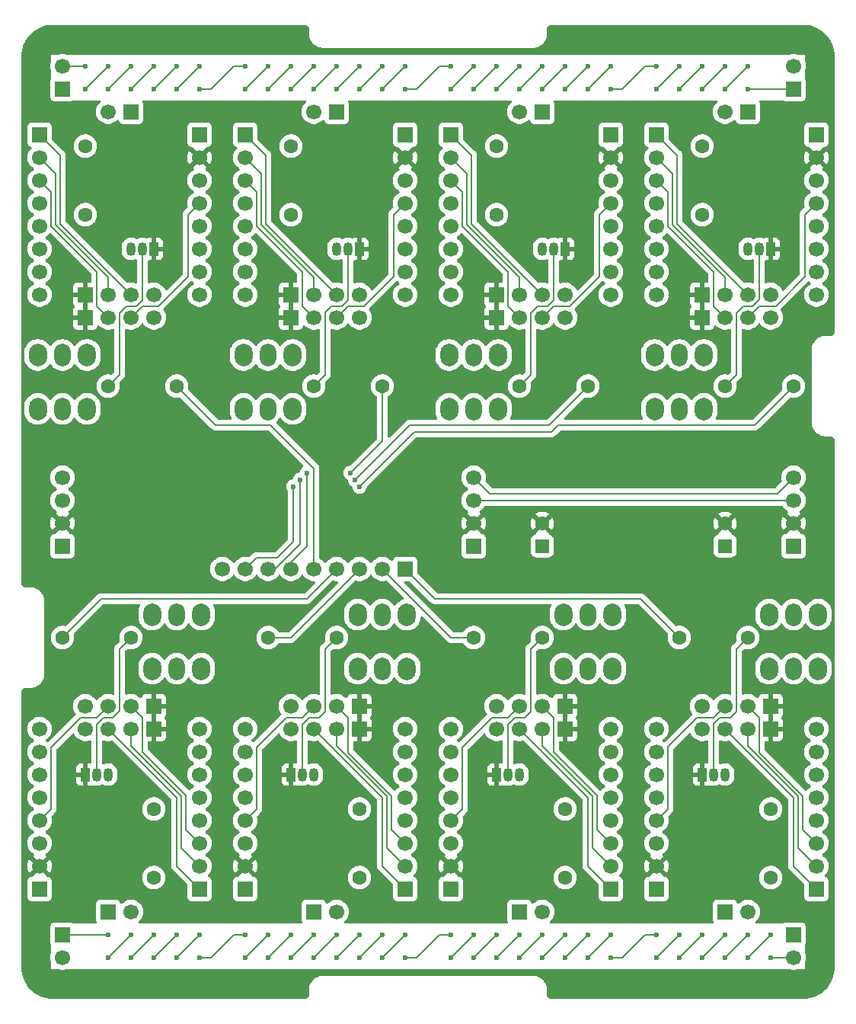
<source format=gbr>
%TF.GenerationSoftware,KiCad,Pcbnew,9.0.5*%
%TF.CreationDate,2025-10-26T10:57:22+01:00*%
%TF.ProjectId,BaseBoard,42617365-426f-4617-9264-2e6b69636164,v0.1*%
%TF.SameCoordinates,Original*%
%TF.FileFunction,Copper,L2,Bot*%
%TF.FilePolarity,Positive*%
%FSLAX46Y46*%
G04 Gerber Fmt 4.6, Leading zero omitted, Abs format (unit mm)*
G04 Created by KiCad (PCBNEW 9.0.5) date 2025-10-26 10:57:22*
%MOMM*%
%LPD*%
G01*
G04 APERTURE LIST*
G04 Aperture macros list*
%AMRoundRect*
0 Rectangle with rounded corners*
0 $1 Rounding radius*
0 $2 $3 $4 $5 $6 $7 $8 $9 X,Y pos of 4 corners*
0 Add a 4 corners polygon primitive as box body*
4,1,4,$2,$3,$4,$5,$6,$7,$8,$9,$2,$3,0*
0 Add four circle primitives for the rounded corners*
1,1,$1+$1,$2,$3*
1,1,$1+$1,$4,$5*
1,1,$1+$1,$6,$7*
1,1,$1+$1,$8,$9*
0 Add four rect primitives between the rounded corners*
20,1,$1+$1,$2,$3,$4,$5,0*
20,1,$1+$1,$4,$5,$6,$7,0*
20,1,$1+$1,$6,$7,$8,$9,0*
20,1,$1+$1,$8,$9,$2,$3,0*%
G04 Aperture macros list end*
%TA.AperFunction,ComponentPad*%
%ADD10C,1.600000*%
%TD*%
%TA.AperFunction,ComponentPad*%
%ADD11RoundRect,0.250000X0.550000X-0.550000X0.550000X0.550000X-0.550000X0.550000X-0.550000X-0.550000X0*%
%TD*%
%TA.AperFunction,ComponentPad*%
%ADD12R,1.700000X1.700000*%
%TD*%
%TA.AperFunction,ComponentPad*%
%ADD13C,1.700000*%
%TD*%
%TA.AperFunction,ComponentPad*%
%ADD14O,2.000000X2.500000*%
%TD*%
%TA.AperFunction,ComponentPad*%
%ADD15O,1.850000X2.500000*%
%TD*%
%TA.AperFunction,ComponentPad*%
%ADD16R,1.050000X1.500000*%
%TD*%
%TA.AperFunction,ComponentPad*%
%ADD17O,1.050000X1.500000*%
%TD*%
%TA.AperFunction,ViaPad*%
%ADD18C,4.000000*%
%TD*%
%TA.AperFunction,ViaPad*%
%ADD19C,0.600000*%
%TD*%
%TA.AperFunction,Conductor*%
%ADD20C,0.200000*%
%TD*%
G04 APERTURE END LIST*
D10*
%TO.P,C1,2*%
%TO.N,GNDREF*%
X170180000Y-73700000D03*
D11*
%TO.P,C1,1*%
%TO.N,Net-(J1-Pin_1)*%
X170180000Y-76200000D03*
%TD*%
D10*
%TO.P,C2,2*%
%TO.N,GNDREF*%
X190500000Y-73700000D03*
D11*
%TO.P,C2,1*%
%TO.N,+5V*%
X190500000Y-76200000D03*
%TD*%
D12*
%TO.P,J5-BUS6,1,Pin_1*%
%TO.N,BUS2_H*%
X147320000Y-27940000D03*
D13*
%TO.P,J5-BUS6,2,Pin_2*%
%TO.N,BUS2_L*%
X144780000Y-27940000D03*
%TD*%
D12*
%TO.P,J5-BUS5,1,Pin_1*%
%TO.N,BUS2_H*%
X124460000Y-27940000D03*
D13*
%TO.P,J5-BUS5,2,Pin_2*%
%TO.N,BUS2_L*%
X121920000Y-27940000D03*
%TD*%
D10*
%TO.P,R1-ESP5,1*%
%TO.N,Net-(Q1-ESP5-B)*%
X121920000Y-58420000D03*
%TO.P,R1-ESP5,2*%
%TO.N,SWPIN-ESP5*%
X129540000Y-58420000D03*
%TD*%
%TO.P,R1-ESP4,1*%
%TO.N,Net-(Q1-ESP4-B)*%
X124460000Y-86360000D03*
%TO.P,R1-ESP4,2*%
%TO.N,SWPIN-ESP4*%
X116840000Y-86360000D03*
%TD*%
D12*
%TO.P,J2-ESP2,1,Pin_1*%
%TO.N,Net-(J2-ESP2-Pin_1)*%
X160020000Y-114300000D03*
D13*
%TO.P,J2-ESP2,2,Pin_2*%
%TO.N,GNDREF*%
X160020000Y-111760000D03*
%TO.P,J2-ESP2,3,Pin_3*%
%TO.N,Net-(J2-ESP2-Pin_3)*%
X160020000Y-109220000D03*
%TO.P,J2-ESP2,4,Pin_4*%
%TO.N,Net-(J2-ESP2-Pin_4)*%
X160020000Y-106680000D03*
%TO.P,J2-ESP2,5,Pin_5*%
%TO.N,unconnected-(J2-ESP2-Pin_5-Pad5)*%
X160020000Y-104140000D03*
%TO.P,J2-ESP2,6,Pin_6*%
%TO.N,unconnected-(J2-ESP2-Pin_6-Pad6)*%
X160020000Y-101600000D03*
%TO.P,J2-ESP2,7,Pin_7*%
%TO.N,unconnected-(J2-ESP2-Pin_7-Pad7)*%
X160020000Y-99060000D03*
%TO.P,J2-ESP2,8,Pin_8*%
%TO.N,unconnected-(J2-ESP2-Pin_8-Pad8)*%
X160020000Y-96520000D03*
%TD*%
D10*
%TO.P,R1-ESP1,1*%
%TO.N,Net-(Q1-ESP1-B)*%
X193040000Y-86360000D03*
%TO.P,R1-ESP1,2*%
%TO.N,SWPIN-ESP1*%
X185420000Y-86360000D03*
%TD*%
D14*
%TO.P,SW-ESP1,1*%
%TO.N,Net-(J2-ESP1-Pin_1)*%
X195380000Y-89820000D03*
D15*
%TO.P,SW-ESP1,2*%
%TO.N,Net-(Q2-ESP1-S)*%
X198120000Y-89820000D03*
D14*
%TO.P,SW-ESP1,3*%
%TO.N,+5V*%
X200860000Y-89820000D03*
%TO.P,SW-ESP1,4*%
%TO.N,unconnected-(SW-ESP1-Pad4)*%
X200860000Y-83820000D03*
D15*
%TO.P,SW-ESP1,5*%
%TO.N,unconnected-(SW-ESP1-Pad5)*%
X198120000Y-83820000D03*
D14*
%TO.P,SW-ESP1,6*%
%TO.N,unconnected-(SW-ESP1-Pad6)*%
X195380000Y-83820000D03*
%TD*%
D12*
%TO.P,COM_PWR_IN1,1,Pin_1*%
%TO.N,+5V*%
X116840000Y-76200000D03*
D13*
%TO.P,COM_PWR_IN1,2,Pin_2*%
%TO.N,GNDREF*%
X116840000Y-73660000D03*
%TO.P,COM_PWR_IN1,3,Pin_3*%
%TO.N,I2C_SDA*%
X116840000Y-71120000D03*
%TO.P,COM_PWR_IN1,4,Pin_4*%
%TO.N,I2C_SCL*%
X116840000Y-68580000D03*
%TD*%
D10*
%TO.P,R1-ESP3,1*%
%TO.N,Net-(Q1-ESP3-B)*%
X147320000Y-86360000D03*
%TO.P,R1-ESP3,2*%
%TO.N,SWPIN-ESP3*%
X139700000Y-86360000D03*
%TD*%
D12*
%TO.P,J2-ESP8,1,Pin_1*%
%TO.N,Net-(J2-ESP8-Pin_1)*%
X200660000Y-30480000D03*
D13*
%TO.P,J2-ESP8,2,Pin_2*%
%TO.N,GNDREF*%
X200660000Y-33020000D03*
%TO.P,J2-ESP8,3,Pin_3*%
%TO.N,Net-(J2-ESP8-Pin_3)*%
X200660000Y-35560000D03*
%TO.P,J2-ESP8,4,Pin_4*%
%TO.N,Net-(J2-ESP8-Pin_4)*%
X200660000Y-38100000D03*
%TO.P,J2-ESP8,5,Pin_5*%
%TO.N,unconnected-(J2-ESP8-Pin_5-Pad5)*%
X200660000Y-40640000D03*
%TO.P,J2-ESP8,6,Pin_6*%
%TO.N,unconnected-(J2-ESP8-Pin_6-Pad6)*%
X200660000Y-43180000D03*
%TO.P,J2-ESP8,7,Pin_7*%
%TO.N,unconnected-(J2-ESP8-Pin_7-Pad7)*%
X200660000Y-45720000D03*
%TO.P,J2-ESP8,8,Pin_8*%
%TO.N,unconnected-(J2-ESP8-Pin_8-Pad8)*%
X200660000Y-48260000D03*
%TD*%
D12*
%TO.P,J3-BUS2,1,Pin_1*%
%TO.N,GNDREF*%
X172720000Y-93980000D03*
D13*
%TO.P,J3-BUS2,2,Pin_2*%
%TO.N,Net-(J1-ESP2-Pin_3)*%
X170180000Y-93980000D03*
%TO.P,J3-BUS2,3,Pin_3*%
%TO.N,Net-(J2-ESP2-Pin_4)*%
X167640000Y-93980000D03*
%TO.P,J3-BUS2,4,Pin_4*%
%TO.N,Net-(J2-ESP2-Pin_3)*%
X165100000Y-93980000D03*
%TD*%
D14*
%TO.P,SW-ESP2,1*%
%TO.N,Net-(J2-ESP2-Pin_1)*%
X172520000Y-89820000D03*
D15*
%TO.P,SW-ESP2,2*%
%TO.N,Net-(Q2-ESP2-S)*%
X175260000Y-89820000D03*
D14*
%TO.P,SW-ESP2,3*%
%TO.N,+5V*%
X178000000Y-89820000D03*
%TO.P,SW-ESP2,4*%
%TO.N,unconnected-(SW-ESP2-Pad4)*%
X178000000Y-83820000D03*
D15*
%TO.P,SW-ESP2,5*%
%TO.N,unconnected-(SW-ESP2-Pad5)*%
X175260000Y-83820000D03*
D14*
%TO.P,SW-ESP2,6*%
%TO.N,unconnected-(SW-ESP2-Pad6)*%
X172520000Y-83820000D03*
%TD*%
D12*
%TO.P,J1-ESP2,1,Pin_1*%
%TO.N,Net-(J1-ESP2-Pin_1)*%
X177800000Y-114300000D03*
D13*
%TO.P,J1-ESP2,2,Pin_2*%
%TO.N,Net-(J1-ESP2-Pin_2)*%
X177800000Y-111760000D03*
%TO.P,J1-ESP2,3,Pin_3*%
%TO.N,Net-(J1-ESP2-Pin_3)*%
X177800000Y-109220000D03*
%TO.P,J1-ESP2,4,Pin_4*%
%TO.N,unconnected-(J1-ESP2-Pin_4-Pad4)*%
X177800000Y-106680000D03*
%TO.P,J1-ESP2,5,Pin_5*%
%TO.N,unconnected-(J1-ESP2-Pin_5-Pad5)*%
X177800000Y-104140000D03*
%TO.P,J1-ESP2,6,Pin_6*%
%TO.N,unconnected-(J1-ESP2-Pin_6-Pad6)*%
X177800000Y-101600000D03*
%TO.P,J1-ESP2,7,Pin_7*%
%TO.N,unconnected-(J1-ESP2-Pin_7-Pad7)*%
X177800000Y-99060000D03*
%TO.P,J1-ESP2,8,Pin_8*%
%TO.N,unconnected-(J1-ESP2-Pin_8-Pad8)*%
X177800000Y-96520000D03*
%TD*%
D14*
%TO.P,SW-ESP5,1*%
%TO.N,Net-(J2-ESP5-Pin_1)*%
X119580000Y-54960000D03*
D15*
%TO.P,SW-ESP5,2*%
%TO.N,Net-(Q2-ESP5-S)*%
X116840000Y-54960000D03*
D14*
%TO.P,SW-ESP5,3*%
%TO.N,+5V*%
X114100000Y-54960000D03*
%TO.P,SW-ESP5,4*%
%TO.N,unconnected-(SW-ESP5-Pad4)*%
X114100000Y-60960000D03*
D15*
%TO.P,SW-ESP5,5*%
%TO.N,unconnected-(SW-ESP5-Pad5)*%
X116840000Y-60960000D03*
D14*
%TO.P,SW-ESP5,6*%
%TO.N,unconnected-(SW-ESP5-Pad6)*%
X119580000Y-60960000D03*
%TD*%
D16*
%TO.P,Q1-ESP8,1,E*%
%TO.N,GNDREF*%
X195580000Y-43180000D03*
D17*
%TO.P,Q1-ESP8,2,B*%
%TO.N,Net-(Q1-ESP8-B)*%
X194310000Y-43180000D03*
%TO.P,Q1-ESP8,3,C*%
%TO.N,Net-(Q1-ESP8-C)*%
X193040000Y-43180000D03*
%TD*%
D12*
%TO.P,J4-BUS6,1,Pin_1*%
%TO.N,GNDREF*%
X142240000Y-48260000D03*
D13*
%TO.P,J4-BUS6,2,Pin_2*%
%TO.N,Net-(J1-ESP6-Pin_2)*%
X144780000Y-48260000D03*
%TO.P,J4-BUS6,3,Pin_3*%
%TO.N,Net-(J1-ESP6-Pin_1)*%
X147320000Y-48260000D03*
%TO.P,J4-BUS6,4,Pin_4*%
%TO.N,Net-(J2-ESP6-Pin_1)*%
X149860000Y-48260000D03*
%TD*%
D12*
%TO.P,J4-BUS1,1,Pin_1*%
%TO.N,GNDREF*%
X195580000Y-96520000D03*
D13*
%TO.P,J4-BUS1,2,Pin_2*%
%TO.N,Net-(J1-ESP1-Pin_2)*%
X193040000Y-96520000D03*
%TO.P,J4-BUS1,3,Pin_3*%
%TO.N,Net-(J1-ESP1-Pin_1)*%
X190500000Y-96520000D03*
%TO.P,J4-BUS1,4,Pin_4*%
%TO.N,Net-(J2-ESP1-Pin_1)*%
X187960000Y-96520000D03*
%TD*%
D12*
%TO.P,J1,1,Pin_1*%
%TO.N,Net-(J1-Pin_1)*%
X162560000Y-76200000D03*
D13*
%TO.P,J1,2,Pin_2*%
%TO.N,GNDREF*%
X162560000Y-73660000D03*
%TO.P,J1,3,Pin_3*%
%TO.N,I2C_SDA*%
X162560000Y-71120000D03*
%TO.P,J1,4,Pin_4*%
%TO.N,I2C_SCL*%
X162560000Y-68580000D03*
%TD*%
D12*
%TO.P,BUS_IN2,1,Pin_1*%
%TO.N,BUS2_H*%
X116840000Y-25400000D03*
D13*
%TO.P,BUS_IN2,2,Pin_2*%
%TO.N,BUS2_L*%
X116840000Y-22860000D03*
%TD*%
D14*
%TO.P,SW-ESP8,1*%
%TO.N,Net-(J2-ESP8-Pin_1)*%
X188160000Y-54960000D03*
D15*
%TO.P,SW-ESP8,2*%
%TO.N,Net-(Q2-ESP8-S)*%
X185420000Y-54960000D03*
D14*
%TO.P,SW-ESP8,3*%
%TO.N,+5V*%
X182680000Y-54960000D03*
%TO.P,SW-ESP8,4*%
%TO.N,unconnected-(SW-ESP8-Pad4)*%
X182680000Y-60960000D03*
D15*
%TO.P,SW-ESP8,5*%
%TO.N,unconnected-(SW-ESP8-Pad5)*%
X185420000Y-60960000D03*
D14*
%TO.P,SW-ESP8,6*%
%TO.N,unconnected-(SW-ESP8-Pad6)*%
X188160000Y-60960000D03*
%TD*%
D12*
%TO.P,J2,1,Pin_1*%
%TO.N,SWPIN-ESP1*%
X154940000Y-78740000D03*
D13*
%TO.P,J2,2,Pin_2*%
%TO.N,SWPIN-ESP2*%
X152400000Y-78740000D03*
%TO.P,J2,3,Pin_3*%
%TO.N,SWPIN-ESP3*%
X149860000Y-78740000D03*
%TO.P,J2,4,Pin_4*%
%TO.N,SWPIN-ESP4*%
X147320000Y-78740000D03*
%TO.P,J2,5,Pin_5*%
%TO.N,SWPIN-ESP5*%
X144780000Y-78740000D03*
%TO.P,J2,6,Pin_6*%
%TO.N,SWPIN-ESP6*%
X142240000Y-78740000D03*
%TO.P,J2,7,Pin_7*%
%TO.N,SWPIN-ESP7*%
X139700000Y-78740000D03*
%TO.P,J2,8,Pin_8*%
%TO.N,SWPIN-ESP8*%
X137160000Y-78740000D03*
%TO.P,J2,9,Pin_9*%
%TO.N,unconnected-(J2-Pin_9-Pad9)*%
X134620000Y-78740000D03*
%TD*%
D12*
%TO.P,J5-BUS7,1,Pin_1*%
%TO.N,BUS2_H*%
X170180000Y-27940000D03*
D13*
%TO.P,J5-BUS7,2,Pin_2*%
%TO.N,BUS2_L*%
X167640000Y-27940000D03*
%TD*%
D12*
%TO.P,J2-ESP6,1,Pin_1*%
%TO.N,Net-(J2-ESP6-Pin_1)*%
X154940000Y-30480000D03*
D13*
%TO.P,J2-ESP6,2,Pin_2*%
%TO.N,GNDREF*%
X154940000Y-33020000D03*
%TO.P,J2-ESP6,3,Pin_3*%
%TO.N,Net-(J2-ESP6-Pin_3)*%
X154940000Y-35560000D03*
%TO.P,J2-ESP6,4,Pin_4*%
%TO.N,Net-(J2-ESP6-Pin_4)*%
X154940000Y-38100000D03*
%TO.P,J2-ESP6,5,Pin_5*%
%TO.N,unconnected-(J2-ESP6-Pin_5-Pad5)*%
X154940000Y-40640000D03*
%TO.P,J2-ESP6,6,Pin_6*%
%TO.N,unconnected-(J2-ESP6-Pin_6-Pad6)*%
X154940000Y-43180000D03*
%TO.P,J2-ESP6,7,Pin_7*%
%TO.N,unconnected-(J2-ESP6-Pin_7-Pad7)*%
X154940000Y-45720000D03*
%TO.P,J2-ESP6,8,Pin_8*%
%TO.N,unconnected-(J2-ESP6-Pin_8-Pad8)*%
X154940000Y-48260000D03*
%TD*%
D12*
%TO.P,BUS_OUT2,1,Pin_1*%
%TO.N,BUS2_H*%
X198120000Y-25400000D03*
D13*
%TO.P,BUS_OUT2,2,Pin_2*%
%TO.N,BUS2_L*%
X198120000Y-22860000D03*
%TD*%
D10*
%TO.P,R2-ESP8,1*%
%TO.N,Net-(Q2-ESP8-S)*%
X187960000Y-31750000D03*
%TO.P,R2-ESP8,2*%
%TO.N,Net-(Q1-ESP8-C)*%
X187960000Y-39370000D03*
%TD*%
D12*
%TO.P,J1-ESP1,1,Pin_1*%
%TO.N,Net-(J1-ESP1-Pin_1)*%
X200660000Y-114300000D03*
D13*
%TO.P,J1-ESP1,2,Pin_2*%
%TO.N,Net-(J1-ESP1-Pin_2)*%
X200660000Y-111760000D03*
%TO.P,J1-ESP1,3,Pin_3*%
%TO.N,Net-(J1-ESP1-Pin_3)*%
X200660000Y-109220000D03*
%TO.P,J1-ESP1,4,Pin_4*%
%TO.N,unconnected-(J1-ESP1-Pin_4-Pad4)*%
X200660000Y-106680000D03*
%TO.P,J1-ESP1,5,Pin_5*%
%TO.N,unconnected-(J1-ESP1-Pin_5-Pad5)*%
X200660000Y-104140000D03*
%TO.P,J1-ESP1,6,Pin_6*%
%TO.N,unconnected-(J1-ESP1-Pin_6-Pad6)*%
X200660000Y-101600000D03*
%TO.P,J1-ESP1,7,Pin_7*%
%TO.N,unconnected-(J1-ESP1-Pin_7-Pad7)*%
X200660000Y-99060000D03*
%TO.P,J1-ESP1,8,Pin_8*%
%TO.N,unconnected-(J1-ESP1-Pin_8-Pad8)*%
X200660000Y-96520000D03*
%TD*%
D14*
%TO.P,SW-ESP6,1*%
%TO.N,Net-(J2-ESP6-Pin_1)*%
X142440000Y-54960000D03*
D15*
%TO.P,SW-ESP6,2*%
%TO.N,Net-(Q2-ESP6-S)*%
X139700000Y-54960000D03*
D14*
%TO.P,SW-ESP6,3*%
%TO.N,+5V*%
X136960000Y-54960000D03*
%TO.P,SW-ESP6,4*%
%TO.N,unconnected-(SW-ESP6-Pad4)*%
X136960000Y-60960000D03*
D15*
%TO.P,SW-ESP6,5*%
%TO.N,unconnected-(SW-ESP6-Pad5)*%
X139700000Y-60960000D03*
D14*
%TO.P,SW-ESP6,6*%
%TO.N,unconnected-(SW-ESP6-Pad6)*%
X142440000Y-60960000D03*
%TD*%
D10*
%TO.P,R2-ESP7,1*%
%TO.N,Net-(Q2-ESP7-S)*%
X165100000Y-31750000D03*
%TO.P,R2-ESP7,2*%
%TO.N,Net-(Q1-ESP7-C)*%
X165100000Y-39370000D03*
%TD*%
D16*
%TO.P,Q1-ESP1,1,E*%
%TO.N,GNDREF*%
X187960000Y-101600000D03*
D17*
%TO.P,Q1-ESP1,2,B*%
%TO.N,Net-(Q1-ESP1-B)*%
X189230000Y-101600000D03*
%TO.P,Q1-ESP1,3,C*%
%TO.N,Net-(Q1-ESP1-C)*%
X190500000Y-101600000D03*
%TD*%
D12*
%TO.P,COM_PWR_OUT1,1,Pin_1*%
%TO.N,+5V*%
X198120000Y-76200000D03*
D13*
%TO.P,COM_PWR_OUT1,2,Pin_2*%
%TO.N,GNDREF*%
X198120000Y-73660000D03*
%TO.P,COM_PWR_OUT1,3,Pin_3*%
%TO.N,I2C_SDA*%
X198120000Y-71120000D03*
%TO.P,COM_PWR_OUT1,4,Pin_4*%
%TO.N,I2C_SCL*%
X198120000Y-68580000D03*
%TD*%
D10*
%TO.P,R2-ESP2,1*%
%TO.N,Net-(Q2-ESP2-S)*%
X172720000Y-113030000D03*
%TO.P,R2-ESP2,2*%
%TO.N,Net-(Q1-ESP2-C)*%
X172720000Y-105410000D03*
%TD*%
D12*
%TO.P,J5-BUS3,1,Pin_1*%
%TO.N,BUS1_H*%
X144780000Y-116840000D03*
D13*
%TO.P,J5-BUS3,2,Pin_2*%
%TO.N,BUS1_L*%
X147320000Y-116840000D03*
%TD*%
D12*
%TO.P,J5-BUS1,1,Pin_1*%
%TO.N,BUS1_H*%
X190500000Y-116840000D03*
D13*
%TO.P,J5-BUS1,2,Pin_2*%
%TO.N,BUS1_L*%
X193040000Y-116840000D03*
%TD*%
D12*
%TO.P,J1-ESP7,1,Pin_1*%
%TO.N,Net-(J1-ESP7-Pin_1)*%
X160020000Y-30480000D03*
D13*
%TO.P,J1-ESP7,2,Pin_2*%
%TO.N,Net-(J1-ESP7-Pin_2)*%
X160020000Y-33020000D03*
%TO.P,J1-ESP7,3,Pin_3*%
%TO.N,Net-(J1-ESP7-Pin_3)*%
X160020000Y-35560000D03*
%TO.P,J1-ESP7,4,Pin_4*%
%TO.N,unconnected-(J1-ESP7-Pin_4-Pad4)*%
X160020000Y-38100000D03*
%TO.P,J1-ESP7,5,Pin_5*%
%TO.N,unconnected-(J1-ESP7-Pin_5-Pad5)*%
X160020000Y-40640000D03*
%TO.P,J1-ESP7,6,Pin_6*%
%TO.N,unconnected-(J1-ESP7-Pin_6-Pad6)*%
X160020000Y-43180000D03*
%TO.P,J1-ESP7,7,Pin_7*%
%TO.N,unconnected-(J1-ESP7-Pin_7-Pad7)*%
X160020000Y-45720000D03*
%TO.P,J1-ESP7,8,Pin_8*%
%TO.N,unconnected-(J1-ESP7-Pin_8-Pad8)*%
X160020000Y-48260000D03*
%TD*%
D12*
%TO.P,J4-BUS4,1,Pin_1*%
%TO.N,GNDREF*%
X127000000Y-96520000D03*
D13*
%TO.P,J4-BUS4,2,Pin_2*%
%TO.N,Net-(J1-ESP4-Pin_2)*%
X124460000Y-96520000D03*
%TO.P,J4-BUS4,3,Pin_3*%
%TO.N,Net-(J1-ESP4-Pin_1)*%
X121920000Y-96520000D03*
%TO.P,J4-BUS4,4,Pin_4*%
%TO.N,Net-(J2-ESP4-Pin_1)*%
X119380000Y-96520000D03*
%TD*%
D12*
%TO.P,J2-ESP1,1,Pin_1*%
%TO.N,Net-(J2-ESP1-Pin_1)*%
X182880000Y-114300000D03*
D13*
%TO.P,J2-ESP1,2,Pin_2*%
%TO.N,GNDREF*%
X182880000Y-111760000D03*
%TO.P,J2-ESP1,3,Pin_3*%
%TO.N,Net-(J2-ESP1-Pin_3)*%
X182880000Y-109220000D03*
%TO.P,J2-ESP1,4,Pin_4*%
%TO.N,Net-(J2-ESP1-Pin_4)*%
X182880000Y-106680000D03*
%TO.P,J2-ESP1,5,Pin_5*%
%TO.N,unconnected-(J2-ESP1-Pin_5-Pad5)*%
X182880000Y-104140000D03*
%TO.P,J2-ESP1,6,Pin_6*%
%TO.N,unconnected-(J2-ESP1-Pin_6-Pad6)*%
X182880000Y-101600000D03*
%TO.P,J2-ESP1,7,Pin_7*%
%TO.N,unconnected-(J2-ESP1-Pin_7-Pad7)*%
X182880000Y-99060000D03*
%TO.P,J2-ESP1,8,Pin_8*%
%TO.N,unconnected-(J2-ESP1-Pin_8-Pad8)*%
X182880000Y-96520000D03*
%TD*%
D12*
%TO.P,J2-ESP5,1,Pin_1*%
%TO.N,Net-(J2-ESP5-Pin_1)*%
X132080000Y-30480000D03*
D13*
%TO.P,J2-ESP5,2,Pin_2*%
%TO.N,GNDREF*%
X132080000Y-33020000D03*
%TO.P,J2-ESP5,3,Pin_3*%
%TO.N,Net-(J2-ESP5-Pin_3)*%
X132080000Y-35560000D03*
%TO.P,J2-ESP5,4,Pin_4*%
%TO.N,Net-(J2-ESP5-Pin_4)*%
X132080000Y-38100000D03*
%TO.P,J2-ESP5,5,Pin_5*%
%TO.N,unconnected-(J2-ESP5-Pin_5-Pad5)*%
X132080000Y-40640000D03*
%TO.P,J2-ESP5,6,Pin_6*%
%TO.N,unconnected-(J2-ESP5-Pin_6-Pad6)*%
X132080000Y-43180000D03*
%TO.P,J2-ESP5,7,Pin_7*%
%TO.N,unconnected-(J2-ESP5-Pin_7-Pad7)*%
X132080000Y-45720000D03*
%TO.P,J2-ESP5,8,Pin_8*%
%TO.N,unconnected-(J2-ESP5-Pin_8-Pad8)*%
X132080000Y-48260000D03*
%TD*%
D12*
%TO.P,BUS_OUT1,1,Pin_1*%
%TO.N,BUS1_H*%
X116840000Y-119380000D03*
D13*
%TO.P,BUS_OUT1,2,Pin_2*%
%TO.N,BUS1_L*%
X116840000Y-121920000D03*
%TD*%
D12*
%TO.P,J1-ESP5,1,Pin_1*%
%TO.N,Net-(J1-ESP5-Pin_1)*%
X114300000Y-30480000D03*
D13*
%TO.P,J1-ESP5,2,Pin_2*%
%TO.N,Net-(J1-ESP5-Pin_2)*%
X114300000Y-33020000D03*
%TO.P,J1-ESP5,3,Pin_3*%
%TO.N,Net-(J1-ESP5-Pin_3)*%
X114300000Y-35560000D03*
%TO.P,J1-ESP5,4,Pin_4*%
%TO.N,unconnected-(J1-ESP5-Pin_4-Pad4)*%
X114300000Y-38100000D03*
%TO.P,J1-ESP5,5,Pin_5*%
%TO.N,unconnected-(J1-ESP5-Pin_5-Pad5)*%
X114300000Y-40640000D03*
%TO.P,J1-ESP5,6,Pin_6*%
%TO.N,unconnected-(J1-ESP5-Pin_6-Pad6)*%
X114300000Y-43180000D03*
%TO.P,J1-ESP5,7,Pin_7*%
%TO.N,unconnected-(J1-ESP5-Pin_7-Pad7)*%
X114300000Y-45720000D03*
%TO.P,J1-ESP5,8,Pin_8*%
%TO.N,unconnected-(J1-ESP5-Pin_8-Pad8)*%
X114300000Y-48260000D03*
%TD*%
D12*
%TO.P,J1-ESP8,1,Pin_1*%
%TO.N,Net-(J1-ESP8-Pin_1)*%
X182880000Y-30480000D03*
D13*
%TO.P,J1-ESP8,2,Pin_2*%
%TO.N,Net-(J1-ESP8-Pin_2)*%
X182880000Y-33020000D03*
%TO.P,J1-ESP8,3,Pin_3*%
%TO.N,Net-(J1-ESP8-Pin_3)*%
X182880000Y-35560000D03*
%TO.P,J1-ESP8,4,Pin_4*%
%TO.N,unconnected-(J1-ESP8-Pin_4-Pad4)*%
X182880000Y-38100000D03*
%TO.P,J1-ESP8,5,Pin_5*%
%TO.N,unconnected-(J1-ESP8-Pin_5-Pad5)*%
X182880000Y-40640000D03*
%TO.P,J1-ESP8,6,Pin_6*%
%TO.N,unconnected-(J1-ESP8-Pin_6-Pad6)*%
X182880000Y-43180000D03*
%TO.P,J1-ESP8,7,Pin_7*%
%TO.N,unconnected-(J1-ESP8-Pin_7-Pad7)*%
X182880000Y-45720000D03*
%TO.P,J1-ESP8,8,Pin_8*%
%TO.N,unconnected-(J1-ESP8-Pin_8-Pad8)*%
X182880000Y-48260000D03*
%TD*%
D12*
%TO.P,J2-ESP3,1,Pin_1*%
%TO.N,Net-(J2-ESP3-Pin_1)*%
X137160000Y-114300000D03*
D13*
%TO.P,J2-ESP3,2,Pin_2*%
%TO.N,GNDREF*%
X137160000Y-111760000D03*
%TO.P,J2-ESP3,3,Pin_3*%
%TO.N,Net-(J2-ESP3-Pin_3)*%
X137160000Y-109220000D03*
%TO.P,J2-ESP3,4,Pin_4*%
%TO.N,Net-(J2-ESP3-Pin_4)*%
X137160000Y-106680000D03*
%TO.P,J2-ESP3,5,Pin_5*%
%TO.N,unconnected-(J2-ESP3-Pin_5-Pad5)*%
X137160000Y-104140000D03*
%TO.P,J2-ESP3,6,Pin_6*%
%TO.N,unconnected-(J2-ESP3-Pin_6-Pad6)*%
X137160000Y-101600000D03*
%TO.P,J2-ESP3,7,Pin_7*%
%TO.N,unconnected-(J2-ESP3-Pin_7-Pad7)*%
X137160000Y-99060000D03*
%TO.P,J2-ESP3,8,Pin_8*%
%TO.N,unconnected-(J2-ESP3-Pin_8-Pad8)*%
X137160000Y-96520000D03*
%TD*%
D12*
%TO.P,BUS_IN1,1,Pin_1*%
%TO.N,BUS1_H*%
X198120000Y-119380000D03*
D13*
%TO.P,BUS_IN1,2,Pin_2*%
%TO.N,BUS1_L*%
X198120000Y-121920000D03*
%TD*%
D12*
%TO.P,J1-ESP3,1,Pin_1*%
%TO.N,Net-(J1-ESP3-Pin_1)*%
X154940000Y-114300000D03*
D13*
%TO.P,J1-ESP3,2,Pin_2*%
%TO.N,Net-(J1-ESP3-Pin_2)*%
X154940000Y-111760000D03*
%TO.P,J1-ESP3,3,Pin_3*%
%TO.N,Net-(J1-ESP3-Pin_3)*%
X154940000Y-109220000D03*
%TO.P,J1-ESP3,4,Pin_4*%
%TO.N,unconnected-(J1-ESP3-Pin_4-Pad4)*%
X154940000Y-106680000D03*
%TO.P,J1-ESP3,5,Pin_5*%
%TO.N,unconnected-(J1-ESP3-Pin_5-Pad5)*%
X154940000Y-104140000D03*
%TO.P,J1-ESP3,6,Pin_6*%
%TO.N,unconnected-(J1-ESP3-Pin_6-Pad6)*%
X154940000Y-101600000D03*
%TO.P,J1-ESP3,7,Pin_7*%
%TO.N,unconnected-(J1-ESP3-Pin_7-Pad7)*%
X154940000Y-99060000D03*
%TO.P,J1-ESP3,8,Pin_8*%
%TO.N,unconnected-(J1-ESP3-Pin_8-Pad8)*%
X154940000Y-96520000D03*
%TD*%
D10*
%TO.P,R1-ESP2,1*%
%TO.N,Net-(Q1-ESP2-B)*%
X170180000Y-86360000D03*
%TO.P,R1-ESP2,2*%
%TO.N,SWPIN-ESP2*%
X162560000Y-86360000D03*
%TD*%
D12*
%TO.P,J3-BUS4,1,Pin_1*%
%TO.N,GNDREF*%
X127000000Y-93980000D03*
D13*
%TO.P,J3-BUS4,2,Pin_2*%
%TO.N,Net-(J1-ESP4-Pin_3)*%
X124460000Y-93980000D03*
%TO.P,J3-BUS4,3,Pin_3*%
%TO.N,Net-(J2-ESP4-Pin_4)*%
X121920000Y-93980000D03*
%TO.P,J3-BUS4,4,Pin_4*%
%TO.N,Net-(J2-ESP4-Pin_3)*%
X119380000Y-93980000D03*
%TD*%
D10*
%TO.P,R2-ESP5,1*%
%TO.N,Net-(Q2-ESP5-S)*%
X119380000Y-31750000D03*
%TO.P,R2-ESP5,2*%
%TO.N,Net-(Q1-ESP5-C)*%
X119380000Y-39370000D03*
%TD*%
%TO.P,R1-ESP8,1*%
%TO.N,Net-(Q1-ESP8-B)*%
X190500000Y-58420000D03*
%TO.P,R1-ESP8,2*%
%TO.N,SWPIN-ESP8*%
X198120000Y-58420000D03*
%TD*%
D12*
%TO.P,J3-BUS7,1,Pin_1*%
%TO.N,GNDREF*%
X165100000Y-50800000D03*
D13*
%TO.P,J3-BUS7,2,Pin_2*%
%TO.N,Net-(J1-ESP7-Pin_3)*%
X167640000Y-50800000D03*
%TO.P,J3-BUS7,3,Pin_3*%
%TO.N,Net-(J2-ESP7-Pin_4)*%
X170180000Y-50800000D03*
%TO.P,J3-BUS7,4,Pin_4*%
%TO.N,Net-(J2-ESP7-Pin_3)*%
X172720000Y-50800000D03*
%TD*%
D10*
%TO.P,R1-ESP6,1*%
%TO.N,Net-(Q1-ESP6-B)*%
X144780000Y-58420000D03*
%TO.P,R1-ESP6,2*%
%TO.N,SWPIN-ESP6*%
X152400000Y-58420000D03*
%TD*%
D12*
%TO.P,J4-BUS2,1,Pin_1*%
%TO.N,GNDREF*%
X172720000Y-96520000D03*
D13*
%TO.P,J4-BUS2,2,Pin_2*%
%TO.N,Net-(J1-ESP2-Pin_2)*%
X170180000Y-96520000D03*
%TO.P,J4-BUS2,3,Pin_3*%
%TO.N,Net-(J1-ESP2-Pin_1)*%
X167640000Y-96520000D03*
%TO.P,J4-BUS2,4,Pin_4*%
%TO.N,Net-(J2-ESP2-Pin_1)*%
X165100000Y-96520000D03*
%TD*%
D12*
%TO.P,J3-BUS3,1,Pin_1*%
%TO.N,GNDREF*%
X149860000Y-93980000D03*
D13*
%TO.P,J3-BUS3,2,Pin_2*%
%TO.N,Net-(J1-ESP3-Pin_3)*%
X147320000Y-93980000D03*
%TO.P,J3-BUS3,3,Pin_3*%
%TO.N,Net-(J2-ESP3-Pin_4)*%
X144780000Y-93980000D03*
%TO.P,J3-BUS3,4,Pin_4*%
%TO.N,Net-(J2-ESP3-Pin_3)*%
X142240000Y-93980000D03*
%TD*%
D14*
%TO.P,SW-ESP4,1*%
%TO.N,Net-(J2-ESP4-Pin_1)*%
X126800000Y-89820000D03*
D15*
%TO.P,SW-ESP4,2*%
%TO.N,Net-(Q2-ESP4-S)*%
X129540000Y-89820000D03*
D14*
%TO.P,SW-ESP4,3*%
%TO.N,+5V*%
X132280000Y-89820000D03*
%TO.P,SW-ESP4,4*%
%TO.N,unconnected-(SW-ESP4-Pad4)*%
X132280000Y-83820000D03*
D15*
%TO.P,SW-ESP4,5*%
%TO.N,unconnected-(SW-ESP4-Pad5)*%
X129540000Y-83820000D03*
D14*
%TO.P,SW-ESP4,6*%
%TO.N,unconnected-(SW-ESP4-Pad6)*%
X126800000Y-83820000D03*
%TD*%
D12*
%TO.P,J1-ESP4,1,Pin_1*%
%TO.N,Net-(J1-ESP4-Pin_1)*%
X132080000Y-114300000D03*
D13*
%TO.P,J1-ESP4,2,Pin_2*%
%TO.N,Net-(J1-ESP4-Pin_2)*%
X132080000Y-111760000D03*
%TO.P,J1-ESP4,3,Pin_3*%
%TO.N,Net-(J1-ESP4-Pin_3)*%
X132080000Y-109220000D03*
%TO.P,J1-ESP4,4,Pin_4*%
%TO.N,unconnected-(J1-ESP4-Pin_4-Pad4)*%
X132080000Y-106680000D03*
%TO.P,J1-ESP4,5,Pin_5*%
%TO.N,unconnected-(J1-ESP4-Pin_5-Pad5)*%
X132080000Y-104140000D03*
%TO.P,J1-ESP4,6,Pin_6*%
%TO.N,unconnected-(J1-ESP4-Pin_6-Pad6)*%
X132080000Y-101600000D03*
%TO.P,J1-ESP4,7,Pin_7*%
%TO.N,unconnected-(J1-ESP4-Pin_7-Pad7)*%
X132080000Y-99060000D03*
%TO.P,J1-ESP4,8,Pin_8*%
%TO.N,unconnected-(J1-ESP4-Pin_8-Pad8)*%
X132080000Y-96520000D03*
%TD*%
D12*
%TO.P,J1-ESP6,1,Pin_1*%
%TO.N,Net-(J1-ESP6-Pin_1)*%
X137160000Y-30480000D03*
D13*
%TO.P,J1-ESP6,2,Pin_2*%
%TO.N,Net-(J1-ESP6-Pin_2)*%
X137160000Y-33020000D03*
%TO.P,J1-ESP6,3,Pin_3*%
%TO.N,Net-(J1-ESP6-Pin_3)*%
X137160000Y-35560000D03*
%TO.P,J1-ESP6,4,Pin_4*%
%TO.N,unconnected-(J1-ESP6-Pin_4-Pad4)*%
X137160000Y-38100000D03*
%TO.P,J1-ESP6,5,Pin_5*%
%TO.N,unconnected-(J1-ESP6-Pin_5-Pad5)*%
X137160000Y-40640000D03*
%TO.P,J1-ESP6,6,Pin_6*%
%TO.N,unconnected-(J1-ESP6-Pin_6-Pad6)*%
X137160000Y-43180000D03*
%TO.P,J1-ESP6,7,Pin_7*%
%TO.N,unconnected-(J1-ESP6-Pin_7-Pad7)*%
X137160000Y-45720000D03*
%TO.P,J1-ESP6,8,Pin_8*%
%TO.N,unconnected-(J1-ESP6-Pin_8-Pad8)*%
X137160000Y-48260000D03*
%TD*%
D10*
%TO.P,R2-ESP4,1*%
%TO.N,Net-(Q2-ESP4-S)*%
X127000000Y-113030000D03*
%TO.P,R2-ESP4,2*%
%TO.N,Net-(Q1-ESP4-C)*%
X127000000Y-105410000D03*
%TD*%
D16*
%TO.P,Q1-ESP3,1,E*%
%TO.N,GNDREF*%
X142240000Y-101600000D03*
D17*
%TO.P,Q1-ESP3,2,B*%
%TO.N,Net-(Q1-ESP3-B)*%
X143510000Y-101600000D03*
%TO.P,Q1-ESP3,3,C*%
%TO.N,Net-(Q1-ESP3-C)*%
X144780000Y-101600000D03*
%TD*%
D16*
%TO.P,Q1-ESP6,1,E*%
%TO.N,GNDREF*%
X149860000Y-43180000D03*
D17*
%TO.P,Q1-ESP6,2,B*%
%TO.N,Net-(Q1-ESP6-B)*%
X148590000Y-43180000D03*
%TO.P,Q1-ESP6,3,C*%
%TO.N,Net-(Q1-ESP6-C)*%
X147320000Y-43180000D03*
%TD*%
D10*
%TO.P,R1-ESP7,1*%
%TO.N,Net-(Q1-ESP7-B)*%
X167640000Y-58420000D03*
%TO.P,R1-ESP7,2*%
%TO.N,SWPIN-ESP7*%
X175260000Y-58420000D03*
%TD*%
D12*
%TO.P,J5-BUS8,1,Pin_1*%
%TO.N,BUS2_H*%
X193040000Y-27940000D03*
D13*
%TO.P,J5-BUS8,2,Pin_2*%
%TO.N,BUS2_L*%
X190500000Y-27940000D03*
%TD*%
D10*
%TO.P,R2-ESP3,1*%
%TO.N,Net-(Q2-ESP3-S)*%
X149860000Y-113030000D03*
%TO.P,R2-ESP3,2*%
%TO.N,Net-(Q1-ESP3-C)*%
X149860000Y-105410000D03*
%TD*%
D16*
%TO.P,Q1-ESP4,1,E*%
%TO.N,GNDREF*%
X119380000Y-101600000D03*
D17*
%TO.P,Q1-ESP4,2,B*%
%TO.N,Net-(Q1-ESP4-B)*%
X120650000Y-101600000D03*
%TO.P,Q1-ESP4,3,C*%
%TO.N,Net-(Q1-ESP4-C)*%
X121920000Y-101600000D03*
%TD*%
D12*
%TO.P,J3-BUS8,1,Pin_1*%
%TO.N,GNDREF*%
X187960000Y-50800000D03*
D13*
%TO.P,J3-BUS8,2,Pin_2*%
%TO.N,Net-(J1-ESP8-Pin_3)*%
X190500000Y-50800000D03*
%TO.P,J3-BUS8,3,Pin_3*%
%TO.N,Net-(J2-ESP8-Pin_4)*%
X193040000Y-50800000D03*
%TO.P,J3-BUS8,4,Pin_4*%
%TO.N,Net-(J2-ESP8-Pin_3)*%
X195580000Y-50800000D03*
%TD*%
D12*
%TO.P,J2-ESP4,1,Pin_1*%
%TO.N,Net-(J2-ESP4-Pin_1)*%
X114300000Y-114300000D03*
D13*
%TO.P,J2-ESP4,2,Pin_2*%
%TO.N,GNDREF*%
X114300000Y-111760000D03*
%TO.P,J2-ESP4,3,Pin_3*%
%TO.N,Net-(J2-ESP4-Pin_3)*%
X114300000Y-109220000D03*
%TO.P,J2-ESP4,4,Pin_4*%
%TO.N,Net-(J2-ESP4-Pin_4)*%
X114300000Y-106680000D03*
%TO.P,J2-ESP4,5,Pin_5*%
%TO.N,unconnected-(J2-ESP4-Pin_5-Pad5)*%
X114300000Y-104140000D03*
%TO.P,J2-ESP4,6,Pin_6*%
%TO.N,unconnected-(J2-ESP4-Pin_6-Pad6)*%
X114300000Y-101600000D03*
%TO.P,J2-ESP4,7,Pin_7*%
%TO.N,unconnected-(J2-ESP4-Pin_7-Pad7)*%
X114300000Y-99060000D03*
%TO.P,J2-ESP4,8,Pin_8*%
%TO.N,unconnected-(J2-ESP4-Pin_8-Pad8)*%
X114300000Y-96520000D03*
%TD*%
D16*
%TO.P,Q1-ESP2,1,E*%
%TO.N,GNDREF*%
X165100000Y-101600000D03*
D17*
%TO.P,Q1-ESP2,2,B*%
%TO.N,Net-(Q1-ESP2-B)*%
X166370000Y-101600000D03*
%TO.P,Q1-ESP2,3,C*%
%TO.N,Net-(Q1-ESP2-C)*%
X167640000Y-101600000D03*
%TD*%
D12*
%TO.P,J4-BUS5,1,Pin_1*%
%TO.N,GNDREF*%
X119380000Y-48260000D03*
D13*
%TO.P,J4-BUS5,2,Pin_2*%
%TO.N,Net-(J1-ESP5-Pin_2)*%
X121920000Y-48260000D03*
%TO.P,J4-BUS5,3,Pin_3*%
%TO.N,Net-(J1-ESP5-Pin_1)*%
X124460000Y-48260000D03*
%TO.P,J4-BUS5,4,Pin_4*%
%TO.N,Net-(J2-ESP5-Pin_1)*%
X127000000Y-48260000D03*
%TD*%
D12*
%TO.P,J4-BUS7,1,Pin_1*%
%TO.N,GNDREF*%
X165100000Y-48260000D03*
D13*
%TO.P,J4-BUS7,2,Pin_2*%
%TO.N,Net-(J1-ESP7-Pin_2)*%
X167640000Y-48260000D03*
%TO.P,J4-BUS7,3,Pin_3*%
%TO.N,Net-(J1-ESP7-Pin_1)*%
X170180000Y-48260000D03*
%TO.P,J4-BUS7,4,Pin_4*%
%TO.N,Net-(J2-ESP7-Pin_1)*%
X172720000Y-48260000D03*
%TD*%
D14*
%TO.P,SW-ESP7,1*%
%TO.N,Net-(J2-ESP7-Pin_1)*%
X165300000Y-54960000D03*
D15*
%TO.P,SW-ESP7,2*%
%TO.N,Net-(Q2-ESP7-S)*%
X162560000Y-54960000D03*
D14*
%TO.P,SW-ESP7,3*%
%TO.N,+5V*%
X159820000Y-54960000D03*
%TO.P,SW-ESP7,4*%
%TO.N,unconnected-(SW-ESP7-Pad4)*%
X159820000Y-60960000D03*
D15*
%TO.P,SW-ESP7,5*%
%TO.N,unconnected-(SW-ESP7-Pad5)*%
X162560000Y-60960000D03*
D14*
%TO.P,SW-ESP7,6*%
%TO.N,unconnected-(SW-ESP7-Pad6)*%
X165300000Y-60960000D03*
%TD*%
D16*
%TO.P,Q1-ESP7,1,E*%
%TO.N,GNDREF*%
X172720000Y-43180000D03*
D17*
%TO.P,Q1-ESP7,2,B*%
%TO.N,Net-(Q1-ESP7-B)*%
X171450000Y-43180000D03*
%TO.P,Q1-ESP7,3,C*%
%TO.N,Net-(Q1-ESP7-C)*%
X170180000Y-43180000D03*
%TD*%
D12*
%TO.P,J3-BUS6,1,Pin_1*%
%TO.N,GNDREF*%
X142240000Y-50800000D03*
D13*
%TO.P,J3-BUS6,2,Pin_2*%
%TO.N,Net-(J1-ESP6-Pin_3)*%
X144780000Y-50800000D03*
%TO.P,J3-BUS6,3,Pin_3*%
%TO.N,Net-(J2-ESP6-Pin_4)*%
X147320000Y-50800000D03*
%TO.P,J3-BUS6,4,Pin_4*%
%TO.N,Net-(J2-ESP6-Pin_3)*%
X149860000Y-50800000D03*
%TD*%
D12*
%TO.P,J5-BUS2,1,Pin_1*%
%TO.N,BUS1_H*%
X167640000Y-116840000D03*
D13*
%TO.P,J5-BUS2,2,Pin_2*%
%TO.N,BUS1_L*%
X170180000Y-116840000D03*
%TD*%
D12*
%TO.P,J3-BUS5,1,Pin_1*%
%TO.N,GNDREF*%
X119380000Y-50800000D03*
D13*
%TO.P,J3-BUS5,2,Pin_2*%
%TO.N,Net-(J1-ESP5-Pin_3)*%
X121920000Y-50800000D03*
%TO.P,J3-BUS5,3,Pin_3*%
%TO.N,Net-(J2-ESP5-Pin_4)*%
X124460000Y-50800000D03*
%TO.P,J3-BUS5,4,Pin_4*%
%TO.N,Net-(J2-ESP5-Pin_3)*%
X127000000Y-50800000D03*
%TD*%
D12*
%TO.P,J5-BUS4,1,Pin_1*%
%TO.N,BUS1_H*%
X121920000Y-116840000D03*
D13*
%TO.P,J5-BUS4,2,Pin_2*%
%TO.N,BUS1_L*%
X124460000Y-116840000D03*
%TD*%
D10*
%TO.P,R2-ESP6,1*%
%TO.N,Net-(Q2-ESP6-S)*%
X142240000Y-31750000D03*
%TO.P,R2-ESP6,2*%
%TO.N,Net-(Q1-ESP6-C)*%
X142240000Y-39370000D03*
%TD*%
%TO.P,R2-ESP1,1*%
%TO.N,Net-(Q2-ESP1-S)*%
X195580000Y-113030000D03*
%TO.P,R2-ESP1,2*%
%TO.N,Net-(Q1-ESP1-C)*%
X195580000Y-105410000D03*
%TD*%
D16*
%TO.P,Q1-ESP5,1,E*%
%TO.N,GNDREF*%
X127000000Y-43180000D03*
D17*
%TO.P,Q1-ESP5,2,B*%
%TO.N,Net-(Q1-ESP5-B)*%
X125730000Y-43180000D03*
%TO.P,Q1-ESP5,3,C*%
%TO.N,Net-(Q1-ESP5-C)*%
X124460000Y-43180000D03*
%TD*%
D12*
%TO.P,J3-BUS1,1,Pin_1*%
%TO.N,GNDREF*%
X195580000Y-93980000D03*
D13*
%TO.P,J3-BUS1,2,Pin_2*%
%TO.N,Net-(J1-ESP1-Pin_3)*%
X193040000Y-93980000D03*
%TO.P,J3-BUS1,3,Pin_3*%
%TO.N,Net-(J2-ESP1-Pin_4)*%
X190500000Y-93980000D03*
%TO.P,J3-BUS1,4,Pin_4*%
%TO.N,Net-(J2-ESP1-Pin_3)*%
X187960000Y-93980000D03*
%TD*%
D12*
%TO.P,J4-BUS8,1,Pin_1*%
%TO.N,GNDREF*%
X187960000Y-48260000D03*
D13*
%TO.P,J4-BUS8,2,Pin_2*%
%TO.N,Net-(J1-ESP8-Pin_2)*%
X190500000Y-48260000D03*
%TO.P,J4-BUS8,3,Pin_3*%
%TO.N,Net-(J1-ESP8-Pin_1)*%
X193040000Y-48260000D03*
%TO.P,J4-BUS8,4,Pin_4*%
%TO.N,Net-(J2-ESP8-Pin_1)*%
X195580000Y-48260000D03*
%TD*%
D14*
%TO.P,SW-ESP3,1*%
%TO.N,Net-(J2-ESP3-Pin_1)*%
X149660000Y-89820000D03*
D15*
%TO.P,SW-ESP3,2*%
%TO.N,Net-(Q2-ESP3-S)*%
X152400000Y-89820000D03*
D14*
%TO.P,SW-ESP3,3*%
%TO.N,+5V*%
X155140000Y-89820000D03*
%TO.P,SW-ESP3,4*%
%TO.N,unconnected-(SW-ESP3-Pad4)*%
X155140000Y-83820000D03*
D15*
%TO.P,SW-ESP3,5*%
%TO.N,unconnected-(SW-ESP3-Pad5)*%
X152400000Y-83820000D03*
D14*
%TO.P,SW-ESP3,6*%
%TO.N,unconnected-(SW-ESP3-Pad6)*%
X149660000Y-83820000D03*
%TD*%
D12*
%TO.P,J4-BUS3,1,Pin_1*%
%TO.N,GNDREF*%
X149860000Y-96520000D03*
D13*
%TO.P,J4-BUS3,2,Pin_2*%
%TO.N,Net-(J1-ESP3-Pin_2)*%
X147320000Y-96520000D03*
%TO.P,J4-BUS3,3,Pin_3*%
%TO.N,Net-(J1-ESP3-Pin_1)*%
X144780000Y-96520000D03*
%TO.P,J4-BUS3,4,Pin_4*%
%TO.N,Net-(J2-ESP3-Pin_1)*%
X142240000Y-96520000D03*
%TD*%
D12*
%TO.P,J2-ESP7,1,Pin_1*%
%TO.N,Net-(J2-ESP7-Pin_1)*%
X177800000Y-30480000D03*
D13*
%TO.P,J2-ESP7,2,Pin_2*%
%TO.N,GNDREF*%
X177800000Y-33020000D03*
%TO.P,J2-ESP7,3,Pin_3*%
%TO.N,Net-(J2-ESP7-Pin_3)*%
X177800000Y-35560000D03*
%TO.P,J2-ESP7,4,Pin_4*%
%TO.N,Net-(J2-ESP7-Pin_4)*%
X177800000Y-38100000D03*
%TO.P,J2-ESP7,5,Pin_5*%
%TO.N,unconnected-(J2-ESP7-Pin_5-Pad5)*%
X177800000Y-40640000D03*
%TO.P,J2-ESP7,6,Pin_6*%
%TO.N,unconnected-(J2-ESP7-Pin_6-Pad6)*%
X177800000Y-43180000D03*
%TO.P,J2-ESP7,7,Pin_7*%
%TO.N,unconnected-(J2-ESP7-Pin_7-Pad7)*%
X177800000Y-45720000D03*
%TO.P,J2-ESP7,8,Pin_8*%
%TO.N,unconnected-(J2-ESP7-Pin_8-Pad8)*%
X177800000Y-48260000D03*
%TD*%
D18*
%TO.N,GNDREF*%
X154940000Y-53340000D03*
X160020000Y-91440000D03*
X119380000Y-111760000D03*
X187960000Y-111760000D03*
X127000000Y-33020000D03*
X195580000Y-33020000D03*
D19*
%TO.N,BUS1_L*%
X170180000Y-119380000D03*
X172720000Y-121920000D03*
X152400000Y-119380000D03*
X147320000Y-119380000D03*
X175260000Y-119380000D03*
X139700000Y-121920000D03*
X193040000Y-119380000D03*
X185420000Y-121920000D03*
X187960000Y-119380000D03*
X195580000Y-121920000D03*
X129540000Y-119380000D03*
X142240000Y-119380000D03*
X127000000Y-121920000D03*
X132080000Y-121920000D03*
X160020000Y-119380000D03*
X149860000Y-121920000D03*
X190500000Y-121920000D03*
X165100000Y-119380000D03*
X144780000Y-121920000D03*
X177800000Y-121920000D03*
X154940000Y-121920000D03*
X167640000Y-121920000D03*
X182880000Y-119380000D03*
X137160000Y-119380000D03*
X162560000Y-121920000D03*
X121920000Y-121920000D03*
X124460000Y-119380000D03*
%TO.N,BUS1_H*%
X193040000Y-121920000D03*
X195580000Y-119380000D03*
X127000000Y-119380000D03*
X142240000Y-121920000D03*
X170180000Y-121920000D03*
X121920000Y-119380000D03*
X137160000Y-121920000D03*
X132080000Y-119380000D03*
X187960000Y-121920000D03*
X152400000Y-121920000D03*
X124460000Y-121920000D03*
X190500000Y-119380000D03*
X129540000Y-121920000D03*
X149860000Y-119380000D03*
X165100000Y-121920000D03*
X172720000Y-119380000D03*
X167640000Y-119380000D03*
X182880000Y-121920000D03*
X160020000Y-121920000D03*
X139700000Y-119380000D03*
X162560000Y-119380000D03*
X175260000Y-121920000D03*
X144780000Y-119380000D03*
X147320000Y-121920000D03*
X154940000Y-119380000D03*
X177800000Y-119380000D03*
X185420000Y-119380000D03*
%TO.N,SWPIN-ESP7*%
X149352000Y-68834000D03*
X143256000Y-68834000D03*
%TO.N,SWPIN-ESP6*%
X148844000Y-68072000D03*
X144018000Y-68072000D03*
%TO.N,SWPIN-ESP8*%
X142494000Y-69596000D03*
X149860000Y-69596000D03*
%TO.N,BUS2_H*%
X187960000Y-25400000D03*
X175260000Y-25400000D03*
X172720000Y-22860000D03*
X152400000Y-25400000D03*
X137160000Y-25400000D03*
X142240000Y-25400000D03*
X121920000Y-22860000D03*
X177800000Y-22860000D03*
X190500000Y-22860000D03*
X147320000Y-25400000D03*
X165100000Y-25400000D03*
X124460000Y-25400000D03*
X119380000Y-25400000D03*
X162560000Y-22860000D03*
X167640000Y-22860000D03*
X154940000Y-22860000D03*
X193040000Y-25400000D03*
X127000000Y-22860000D03*
X149860000Y-22860000D03*
X160020000Y-25400000D03*
X132080000Y-22860000D03*
X182880000Y-25400000D03*
X139700000Y-22860000D03*
X129540000Y-25400000D03*
X185420000Y-22860000D03*
X144780000Y-22860000D03*
X170180000Y-25400000D03*
%TO.N,BUS2_L*%
X170180000Y-22860000D03*
X154940000Y-25400000D03*
X124460000Y-22860000D03*
X177800000Y-25400000D03*
X127000000Y-25400000D03*
X137160000Y-22860000D03*
X144780000Y-25400000D03*
X172720000Y-25400000D03*
X152400000Y-22860000D03*
X175260000Y-22860000D03*
X142240000Y-22860000D03*
X119380000Y-22860000D03*
X187960000Y-22860000D03*
X139700000Y-25400000D03*
X190500000Y-25400000D03*
X167640000Y-25400000D03*
X121920000Y-25400000D03*
X129540000Y-22860000D03*
X162560000Y-25400000D03*
X182880000Y-22860000D03*
X147320000Y-22860000D03*
X132080000Y-25400000D03*
X185420000Y-25400000D03*
X149860000Y-25400000D03*
X160020000Y-22860000D03*
X165100000Y-22860000D03*
X193040000Y-22860000D03*
%TD*%
D20*
%TO.N,I2C_SDA*%
X198120000Y-71120000D02*
X162560000Y-71120000D01*
%TO.N,I2C_SCL*%
X162560000Y-68580000D02*
X164338000Y-70358000D01*
X196342000Y-70358000D02*
X198120000Y-68580000D01*
X164338000Y-70358000D02*
X196342000Y-70358000D01*
%TO.N,Net-(Q1-ESP1-B)*%
X189230000Y-101600000D02*
X189230000Y-95960120D01*
X191097440Y-95250000D02*
X191770000Y-94577440D01*
X191770000Y-94577440D02*
X191770000Y-87630000D01*
X191770000Y-87630000D02*
X193040000Y-86360000D01*
X189230000Y-95960120D02*
X189940120Y-95250000D01*
X189940120Y-95250000D02*
X191097440Y-95250000D01*
%TO.N,Net-(Q1-ESP2-B)*%
X167169560Y-95250000D02*
X166370000Y-96049560D01*
X168235760Y-95250000D02*
X167169560Y-95250000D01*
X166370000Y-96049560D02*
X166370000Y-101600000D01*
X168910000Y-94575760D02*
X168235760Y-95250000D01*
X168910000Y-87630000D02*
X168910000Y-94575760D01*
X170180000Y-86360000D02*
X168910000Y-87630000D01*
%TO.N,Net-(Q1-ESP3-B)*%
X143510000Y-96012000D02*
X143510000Y-101600000D01*
X144272000Y-95250000D02*
X143510000Y-96012000D01*
X146050000Y-87630000D02*
X146050000Y-94575760D01*
X147320000Y-86360000D02*
X146050000Y-87630000D01*
X145375760Y-95250000D02*
X144272000Y-95250000D01*
X146050000Y-94575760D02*
X145375760Y-95250000D01*
%TO.N,Net-(Q1-ESP4-B)*%
X120650000Y-101600000D02*
X120650000Y-96012000D01*
X123190000Y-87630000D02*
X124460000Y-86360000D01*
X122428000Y-95250000D02*
X123190000Y-94488000D01*
X120650000Y-96012000D02*
X121412000Y-95250000D01*
X121412000Y-95250000D02*
X122428000Y-95250000D01*
X123190000Y-94488000D02*
X123190000Y-87630000D01*
%TO.N,Net-(Q1-ESP5-B)*%
X123190000Y-57150000D02*
X123190000Y-50292000D01*
X123952000Y-49530000D02*
X125055760Y-49530000D01*
X121920000Y-58420000D02*
X123190000Y-57150000D01*
X125055760Y-49530000D02*
X125730000Y-48855760D01*
X123190000Y-50292000D02*
X123952000Y-49530000D01*
X125730000Y-48855760D02*
X125730000Y-43180000D01*
%TO.N,Net-(Q1-ESP6-B)*%
X146050000Y-50240120D02*
X146760120Y-49530000D01*
X146760120Y-49530000D02*
X147915760Y-49530000D01*
X148590000Y-48855760D02*
X148590000Y-43180000D01*
X147915760Y-49530000D02*
X148590000Y-48855760D01*
X146050000Y-57150000D02*
X146050000Y-50240120D01*
X144780000Y-58420000D02*
X146050000Y-57150000D01*
%TO.N,Net-(Q1-ESP7-B)*%
X170775760Y-49530000D02*
X171450000Y-48855760D01*
X167640000Y-58420000D02*
X168910000Y-57150000D01*
X168910000Y-50292000D02*
X169672000Y-49530000D01*
X169672000Y-49530000D02*
X170775760Y-49530000D01*
X168910000Y-57150000D02*
X168910000Y-50292000D01*
X171450000Y-48855760D02*
X171450000Y-43180000D01*
%TO.N,Net-(Q1-ESP8-B)*%
X191770000Y-57150000D02*
X191770000Y-50292000D01*
X192532000Y-49530000D02*
X193548000Y-49530000D01*
X194310000Y-48768000D02*
X194310000Y-43180000D01*
X193548000Y-49530000D02*
X194310000Y-48768000D01*
X190500000Y-58420000D02*
X191770000Y-57150000D01*
X191770000Y-50292000D02*
X192532000Y-49530000D01*
%TO.N,BUS1_L*%
X147320000Y-119380000D02*
X144780000Y-121920000D01*
X135890000Y-119380000D02*
X133350000Y-121920000D01*
X156210000Y-121920000D02*
X154940000Y-121920000D01*
X179070000Y-121920000D02*
X177800000Y-121920000D01*
X142240000Y-119380000D02*
X139700000Y-121920000D01*
X133350000Y-121920000D02*
X132080000Y-121920000D01*
X124460000Y-119380000D02*
X121920000Y-121920000D01*
X181610000Y-119380000D02*
X179070000Y-121920000D01*
X175260000Y-119380000D02*
X172720000Y-121920000D01*
X170180000Y-119380000D02*
X167640000Y-121920000D01*
X137160000Y-119380000D02*
X135890000Y-119380000D01*
X165100000Y-119380000D02*
X162560000Y-121920000D01*
X198120000Y-121920000D02*
X195580000Y-121920000D01*
X193040000Y-119380000D02*
X190500000Y-121920000D01*
X182880000Y-119380000D02*
X181610000Y-119380000D01*
X158750000Y-119380000D02*
X156210000Y-121920000D01*
X152400000Y-119380000D02*
X149860000Y-121920000D01*
X160020000Y-119380000D02*
X158750000Y-119380000D01*
X187960000Y-119380000D02*
X185420000Y-121920000D01*
X129540000Y-119380000D02*
X127000000Y-121920000D01*
%TO.N,BUS1_H*%
X139700000Y-119380000D02*
X137160000Y-121920000D01*
X177800000Y-119380000D02*
X175260000Y-121920000D01*
X172720000Y-119380000D02*
X170180000Y-121920000D01*
X162560000Y-119380000D02*
X160020000Y-121920000D01*
X132080000Y-119380000D02*
X129540000Y-121920000D01*
X185420000Y-119380000D02*
X182880000Y-121920000D01*
X121920000Y-119380000D02*
X116840000Y-119380000D01*
X127000000Y-119380000D02*
X124460000Y-121920000D01*
X167640000Y-119380000D02*
X165100000Y-121920000D01*
X154940000Y-119380000D02*
X152400000Y-121920000D01*
X195580000Y-119380000D02*
X193040000Y-121920000D01*
X190500000Y-119380000D02*
X187960000Y-121920000D01*
X149860000Y-119380000D02*
X147320000Y-121920000D01*
X144780000Y-119380000D02*
X142240000Y-121920000D01*
%TO.N,Net-(J1-ESP1-Pin_2)*%
X200660000Y-111760000D02*
X198628000Y-109728000D01*
X198628000Y-104013000D02*
X193040000Y-98425000D01*
X198628000Y-109728000D02*
X198628000Y-104013000D01*
X193040000Y-98425000D02*
X193040000Y-96520000D01*
%TO.N,Net-(J1-ESP1-Pin_1)*%
X200660000Y-114300000D02*
X198120000Y-111760000D01*
X198120000Y-111760000D02*
X198120000Y-104140000D01*
X198120000Y-104140000D02*
X190500000Y-96520000D01*
%TO.N,Net-(J1-ESP1-Pin_3)*%
X194310000Y-95250000D02*
X193040000Y-93980000D01*
X194310000Y-99127900D02*
X194310000Y-95250000D01*
X200660000Y-109220000D02*
X199156000Y-107716000D01*
X199156000Y-107716000D02*
X199156000Y-103973900D01*
X199156000Y-103973900D02*
X194310000Y-99127900D01*
%TO.N,Net-(J1-ESP2-Pin_2)*%
X177800000Y-111760000D02*
X175768000Y-109728000D01*
X170180000Y-98425000D02*
X170180000Y-96520000D01*
X175768000Y-104013000D02*
X170180000Y-98425000D01*
X175768000Y-109728000D02*
X175768000Y-104013000D01*
%TO.N,Net-(J1-ESP2-Pin_1)*%
X175260000Y-111760000D02*
X175260000Y-104140000D01*
X177800000Y-114300000D02*
X175260000Y-111760000D01*
X175260000Y-104140000D02*
X167640000Y-96520000D01*
%TO.N,Net-(J1-ESP2-Pin_3)*%
X176296000Y-103939950D02*
X171450000Y-99093950D01*
X176296000Y-107716000D02*
X176296000Y-103939950D01*
X177800000Y-109220000D02*
X176296000Y-107716000D01*
X171450000Y-95250000D02*
X170180000Y-93980000D01*
X171450000Y-99093950D02*
X171450000Y-95250000D01*
%TO.N,Net-(J1-ESP3-Pin_2)*%
X152908000Y-109728000D02*
X152908000Y-104013000D01*
X152908000Y-104013000D02*
X147320000Y-98425000D01*
X147320000Y-98425000D02*
X147320000Y-96520000D01*
X154940000Y-111760000D02*
X152908000Y-109728000D01*
%TO.N,Net-(J1-ESP3-Pin_3)*%
X153436000Y-107716000D02*
X153436000Y-103973900D01*
X148590000Y-95250000D02*
X147320000Y-93980000D01*
X148590000Y-99127900D02*
X148590000Y-95250000D01*
X153436000Y-103973900D02*
X148590000Y-99127900D01*
X154940000Y-109220000D02*
X153436000Y-107716000D01*
%TO.N,Net-(J1-ESP3-Pin_1)*%
X154940000Y-114300000D02*
X152400000Y-111760000D01*
X152400000Y-104140000D02*
X144780000Y-96520000D01*
X152400000Y-111760000D02*
X152400000Y-104140000D01*
%TO.N,Net-(J1-ESP4-Pin_3)*%
X132080000Y-109220000D02*
X130576000Y-107716000D01*
X130576000Y-103973900D02*
X130576000Y-103906000D01*
X125730000Y-99060000D02*
X125730000Y-95250000D01*
X130576000Y-107716000D02*
X130576000Y-103973900D01*
X125730000Y-95250000D02*
X124460000Y-93980000D01*
X130576000Y-103906000D02*
X125730000Y-99060000D01*
%TO.N,Net-(J1-ESP4-Pin_2)*%
X132080000Y-111760000D02*
X130048000Y-109728000D01*
X124460000Y-98425000D02*
X124460000Y-96520000D01*
X130048000Y-104013000D02*
X124460000Y-98425000D01*
X130048000Y-109728000D02*
X130048000Y-104013000D01*
%TO.N,Net-(J1-ESP4-Pin_1)*%
X132080000Y-114300000D02*
X129540000Y-111760000D01*
X129540000Y-104140000D02*
X121920000Y-96520000D01*
X129540000Y-111760000D02*
X129540000Y-104140000D01*
%TO.N,Net-(J1-ESP5-Pin_3)*%
X120650000Y-49530000D02*
X121920000Y-50800000D01*
X114300000Y-35560000D02*
X115570000Y-36830000D01*
X115570000Y-36830000D02*
X115570000Y-40640000D01*
X120650000Y-45720000D02*
X120650000Y-49530000D01*
X115570000Y-40640000D02*
X120650000Y-45720000D01*
%TO.N,Net-(J1-ESP5-Pin_1)*%
X116586000Y-32766000D02*
X116586000Y-40386000D01*
X114300000Y-30480000D02*
X116586000Y-32766000D01*
X116586000Y-40386000D02*
X124460000Y-48260000D01*
%TO.N,Net-(J1-ESP5-Pin_2)*%
X114300000Y-33020000D02*
X116078000Y-34798000D01*
X116078000Y-34798000D02*
X116078000Y-40513000D01*
X121920000Y-46355000D02*
X121920000Y-48260000D01*
X116078000Y-40513000D02*
X121920000Y-46355000D01*
%TO.N,Net-(J1-ESP6-Pin_1)*%
X139446000Y-32766000D02*
X139446000Y-40386000D01*
X139446000Y-40386000D02*
X147320000Y-48260000D01*
X137160000Y-30480000D02*
X139446000Y-32766000D01*
%TO.N,Net-(J1-ESP6-Pin_3)*%
X143510000Y-49530000D02*
X144780000Y-50800000D01*
X138430000Y-40640000D02*
X143510000Y-45720000D01*
X137160000Y-35560000D02*
X138430000Y-36830000D01*
X143510000Y-45720000D02*
X143510000Y-49530000D01*
X138430000Y-36830000D02*
X138430000Y-40640000D01*
%TO.N,Net-(J1-ESP6-Pin_2)*%
X138938000Y-34798000D02*
X138938000Y-40513000D01*
X144780000Y-46355000D02*
X144780000Y-48260000D01*
X137160000Y-33020000D02*
X138938000Y-34798000D01*
X138938000Y-40513000D02*
X144780000Y-46355000D01*
%TO.N,Net-(J1-ESP7-Pin_1)*%
X160020000Y-30480000D02*
X162306000Y-32766000D01*
X162306000Y-40386000D02*
X170180000Y-48260000D01*
X162306000Y-32766000D02*
X162306000Y-40386000D01*
%TO.N,Net-(J1-ESP7-Pin_3)*%
X161290000Y-40640000D02*
X166370000Y-45720000D01*
X166370000Y-45720000D02*
X166370000Y-49530000D01*
X166370000Y-49530000D02*
X167640000Y-50800000D01*
X160020000Y-35560000D02*
X161290000Y-36830000D01*
X161290000Y-36830000D02*
X161290000Y-40640000D01*
%TO.N,Net-(J1-ESP7-Pin_2)*%
X167640000Y-46355000D02*
X167640000Y-48260000D01*
X160020000Y-33020000D02*
X161798000Y-34798000D01*
X161798000Y-34798000D02*
X161798000Y-40513000D01*
X161798000Y-40513000D02*
X167640000Y-46355000D01*
%TO.N,Net-(J1-ESP8-Pin_2)*%
X182880000Y-33020000D02*
X184658000Y-34798000D01*
X184658000Y-40513000D02*
X190500000Y-46355000D01*
X184658000Y-34798000D02*
X184658000Y-40513000D01*
X190500000Y-46355000D02*
X190500000Y-48260000D01*
%TO.N,Net-(J1-ESP8-Pin_1)*%
X182880000Y-30480000D02*
X185166000Y-32766000D01*
X185166000Y-32766000D02*
X185166000Y-40386000D01*
X185166000Y-40386000D02*
X193040000Y-48260000D01*
%TO.N,Net-(J1-ESP8-Pin_3)*%
X184150000Y-36830000D02*
X184150000Y-40640000D01*
X189230000Y-49530000D02*
X190500000Y-50800000D01*
X182880000Y-35560000D02*
X184150000Y-36830000D01*
X189230000Y-45720000D02*
X189230000Y-49530000D01*
X184150000Y-40640000D02*
X189230000Y-45720000D01*
%TO.N,SWPIN-ESP7*%
X170942000Y-62738000D02*
X175260000Y-58420000D01*
X140462000Y-78740000D02*
X139700000Y-78740000D01*
X143256000Y-68834000D02*
X143256000Y-75946000D01*
X149352000Y-68834000D02*
X155448000Y-62738000D01*
X155448000Y-62738000D02*
X170942000Y-62738000D01*
X143256000Y-75946000D02*
X140462000Y-78740000D01*
%TO.N,SWPIN-ESP1*%
X158242000Y-82042000D02*
X154940000Y-78740000D01*
X185420000Y-86360000D02*
X181102000Y-82042000D01*
X181102000Y-82042000D02*
X158242000Y-82042000D01*
%TO.N,SWPIN-ESP5*%
X139954000Y-62738000D02*
X133858000Y-62738000D01*
X144780000Y-67564000D02*
X139954000Y-62738000D01*
X144780000Y-78740000D02*
X144780000Y-67564000D01*
X133858000Y-62738000D02*
X129540000Y-58420000D01*
%TO.N,SWPIN-ESP4*%
X121158000Y-82042000D02*
X144018000Y-82042000D01*
X144018000Y-82042000D02*
X147320000Y-78740000D01*
X116840000Y-86360000D02*
X121158000Y-82042000D01*
%TO.N,SWPIN-ESP2*%
X162560000Y-86360000D02*
X160020000Y-86360000D01*
X160020000Y-86360000D02*
X152400000Y-78740000D01*
%TO.N,SWPIN-ESP3*%
X142240000Y-86360000D02*
X149860000Y-78740000D01*
X139700000Y-86360000D02*
X142240000Y-86360000D01*
%TO.N,SWPIN-ESP6*%
X152400000Y-64516000D02*
X152400000Y-58420000D01*
X142240000Y-77978000D02*
X142240000Y-78740000D01*
X144018000Y-76200000D02*
X142240000Y-77978000D01*
X148844000Y-68072000D02*
X152400000Y-64516000D01*
X144018000Y-68072000D02*
X144018000Y-76200000D01*
%TO.N,SWPIN-ESP8*%
X138430000Y-77470000D02*
X137160000Y-78740000D01*
X142494000Y-75692000D02*
X140716000Y-77470000D01*
X142494000Y-69596000D02*
X142494000Y-75692000D01*
X149860000Y-69596000D02*
X155956000Y-63500000D01*
X140716000Y-77470000D02*
X138430000Y-77470000D01*
X193802000Y-62738000D02*
X198120000Y-58420000D01*
X171196000Y-63500000D02*
X171958000Y-62738000D01*
X171958000Y-62738000D02*
X193802000Y-62738000D01*
X155956000Y-63500000D02*
X171196000Y-63500000D01*
%TO.N,Net-(J2-ESP1-Pin_4)*%
X189230000Y-95250000D02*
X190500000Y-93980000D01*
X184150000Y-98500120D02*
X187400120Y-95250000D01*
X182880000Y-106680000D02*
X184150000Y-105410000D01*
X187400120Y-95250000D02*
X189230000Y-95250000D01*
X184150000Y-105410000D02*
X184150000Y-98500120D01*
%TO.N,Net-(J2-ESP2-Pin_4)*%
X164592000Y-95250000D02*
X166370000Y-95250000D01*
X161290000Y-98552000D02*
X164592000Y-95250000D01*
X160020000Y-106680000D02*
X161290000Y-105410000D01*
X166370000Y-95250000D02*
X167640000Y-93980000D01*
X161290000Y-105410000D02*
X161290000Y-98552000D01*
%TO.N,Net-(J2-ESP3-Pin_4)*%
X137160000Y-106680000D02*
X138430000Y-105410000D01*
X138430000Y-105410000D02*
X138430000Y-98552000D01*
X138430000Y-98552000D02*
X141732000Y-95250000D01*
X141732000Y-95250000D02*
X143510000Y-95250000D01*
X143510000Y-95250000D02*
X144780000Y-93980000D01*
%TO.N,Net-(J2-ESP4-Pin_4)*%
X115570000Y-105410000D02*
X115570000Y-98552000D01*
X114300000Y-106680000D02*
X115570000Y-105410000D01*
X118872000Y-95250000D02*
X120650000Y-95250000D01*
X120650000Y-95250000D02*
X121920000Y-93980000D01*
X115570000Y-98552000D02*
X118872000Y-95250000D01*
%TO.N,Net-(J2-ESP5-Pin_4)*%
X130810000Y-39370000D02*
X132080000Y-38100000D01*
X124460000Y-50800000D02*
X125730000Y-49530000D01*
X130810000Y-46228000D02*
X130810000Y-39370000D01*
X125730000Y-49530000D02*
X127508000Y-49530000D01*
X127508000Y-49530000D02*
X130810000Y-46228000D01*
%TO.N,Net-(J2-ESP6-Pin_4)*%
X148590000Y-49530000D02*
X150368000Y-49530000D01*
X153670000Y-39370000D02*
X154940000Y-38100000D01*
X153670000Y-46228000D02*
X153670000Y-39370000D01*
X150368000Y-49530000D02*
X153670000Y-46228000D01*
X147320000Y-50800000D02*
X148590000Y-49530000D01*
%TO.N,Net-(J2-ESP7-Pin_3)*%
X172720000Y-50800000D02*
X173287100Y-50800000D01*
%TO.N,Net-(J2-ESP7-Pin_4)*%
X176530000Y-39370000D02*
X177800000Y-38100000D01*
X173228000Y-49530000D02*
X176530000Y-46228000D01*
X171450000Y-49530000D02*
X173228000Y-49530000D01*
X170180000Y-50800000D02*
X171450000Y-49530000D01*
X176530000Y-46228000D02*
X176530000Y-39370000D01*
%TO.N,Net-(J2-ESP8-Pin_4)*%
X199390000Y-46291500D02*
X199390000Y-39370000D01*
X196151500Y-49530000D02*
X199390000Y-46291500D01*
X193040000Y-50800000D02*
X194310000Y-49530000D01*
X194310000Y-49530000D02*
X196151500Y-49530000D01*
X199390000Y-39370000D02*
X200660000Y-38100000D01*
%TO.N,BUS2_H*%
X175260000Y-25400000D02*
X177800000Y-22860000D01*
X119380000Y-25400000D02*
X121920000Y-22860000D01*
X124460000Y-25400000D02*
X127000000Y-22860000D01*
X193040000Y-25400000D02*
X198120000Y-25400000D01*
X187960000Y-25400000D02*
X190500000Y-22860000D01*
X142240000Y-25400000D02*
X144780000Y-22860000D01*
X129540000Y-25400000D02*
X132080000Y-22860000D01*
X182880000Y-25400000D02*
X185420000Y-22860000D01*
X147320000Y-25400000D02*
X149860000Y-22860000D01*
X165100000Y-25400000D02*
X167640000Y-22860000D01*
X160020000Y-25400000D02*
X162560000Y-22860000D01*
X170180000Y-25400000D02*
X172720000Y-22860000D01*
X137160000Y-25400000D02*
X139700000Y-22860000D01*
X152400000Y-25400000D02*
X154940000Y-22860000D01*
%TO.N,BUS2_L*%
X132080000Y-25400000D02*
X133350000Y-25400000D01*
X149860000Y-25400000D02*
X152400000Y-22860000D01*
X181610000Y-22860000D02*
X182880000Y-22860000D01*
X185420000Y-25400000D02*
X187960000Y-22860000D01*
X116840000Y-22860000D02*
X119380000Y-22860000D01*
X156210000Y-25400000D02*
X158750000Y-22860000D01*
X190500000Y-25400000D02*
X193040000Y-22860000D01*
X127000000Y-25400000D02*
X129540000Y-22860000D01*
X172720000Y-25400000D02*
X175260000Y-22860000D01*
X167640000Y-25400000D02*
X170180000Y-22860000D01*
X179070000Y-25400000D02*
X181610000Y-22860000D01*
X158750000Y-22860000D02*
X160020000Y-22860000D01*
X133350000Y-25400000D02*
X135890000Y-22860000D01*
X154940000Y-25400000D02*
X156210000Y-25400000D01*
X139700000Y-25400000D02*
X142240000Y-22860000D01*
X135890000Y-22860000D02*
X137160000Y-22860000D01*
X177800000Y-25400000D02*
X179070000Y-25400000D01*
X162560000Y-25400000D02*
X165100000Y-22860000D01*
X121920000Y-25400000D02*
X124460000Y-22860000D01*
X144780000Y-25400000D02*
X147320000Y-22860000D01*
%TD*%
%TA.AperFunction,Conductor*%
%TO.N,GNDREF*%
G36*
X127250000Y-96086988D02*
G01*
X127192993Y-96054075D01*
X127065826Y-96020000D01*
X126934174Y-96020000D01*
X126807007Y-96054075D01*
X126750000Y-96086988D01*
X126750000Y-94413012D01*
X126807007Y-94445925D01*
X126934174Y-94480000D01*
X127065826Y-94480000D01*
X127192993Y-94445925D01*
X127250000Y-94413012D01*
X127250000Y-96086988D01*
G37*
%TD.AperFunction*%
%TA.AperFunction,Conductor*%
G36*
X150110000Y-96086988D02*
G01*
X150052993Y-96054075D01*
X149925826Y-96020000D01*
X149794174Y-96020000D01*
X149667007Y-96054075D01*
X149610000Y-96086988D01*
X149610000Y-94413012D01*
X149667007Y-94445925D01*
X149794174Y-94480000D01*
X149925826Y-94480000D01*
X150052993Y-94445925D01*
X150110000Y-94413012D01*
X150110000Y-96086988D01*
G37*
%TD.AperFunction*%
%TA.AperFunction,Conductor*%
G36*
X172970000Y-96086988D02*
G01*
X172912993Y-96054075D01*
X172785826Y-96020000D01*
X172654174Y-96020000D01*
X172527007Y-96054075D01*
X172470000Y-96086988D01*
X172470000Y-94413012D01*
X172527007Y-94445925D01*
X172654174Y-94480000D01*
X172785826Y-94480000D01*
X172912993Y-94445925D01*
X172970000Y-94413012D01*
X172970000Y-96086988D01*
G37*
%TD.AperFunction*%
%TA.AperFunction,Conductor*%
G36*
X195830000Y-96086988D02*
G01*
X195772993Y-96054075D01*
X195645826Y-96020000D01*
X195514174Y-96020000D01*
X195387007Y-96054075D01*
X195330000Y-96086988D01*
X195330000Y-94413012D01*
X195387007Y-94445925D01*
X195514174Y-94480000D01*
X195645826Y-94480000D01*
X195772993Y-94445925D01*
X195830000Y-94413012D01*
X195830000Y-96086988D01*
G37*
%TD.AperFunction*%
%TA.AperFunction,Conductor*%
G36*
X119630000Y-50366988D02*
G01*
X119572993Y-50334075D01*
X119445826Y-50300000D01*
X119314174Y-50300000D01*
X119187007Y-50334075D01*
X119130000Y-50366988D01*
X119130000Y-48693012D01*
X119187007Y-48725925D01*
X119314174Y-48760000D01*
X119445826Y-48760000D01*
X119572993Y-48725925D01*
X119630000Y-48693012D01*
X119630000Y-50366988D01*
G37*
%TD.AperFunction*%
%TA.AperFunction,Conductor*%
G36*
X142490000Y-50366988D02*
G01*
X142432993Y-50334075D01*
X142305826Y-50300000D01*
X142174174Y-50300000D01*
X142047007Y-50334075D01*
X141990000Y-50366988D01*
X141990000Y-48693012D01*
X142047007Y-48725925D01*
X142174174Y-48760000D01*
X142305826Y-48760000D01*
X142432993Y-48725925D01*
X142490000Y-48693012D01*
X142490000Y-50366988D01*
G37*
%TD.AperFunction*%
%TA.AperFunction,Conductor*%
G36*
X165350000Y-50366988D02*
G01*
X165292993Y-50334075D01*
X165165826Y-50300000D01*
X165034174Y-50300000D01*
X164907007Y-50334075D01*
X164850000Y-50366988D01*
X164850000Y-48693012D01*
X164907007Y-48725925D01*
X165034174Y-48760000D01*
X165165826Y-48760000D01*
X165292993Y-48725925D01*
X165350000Y-48693012D01*
X165350000Y-50366988D01*
G37*
%TD.AperFunction*%
%TA.AperFunction,Conductor*%
G36*
X188210000Y-50366988D02*
G01*
X188152993Y-50334075D01*
X188025826Y-50300000D01*
X187894174Y-50300000D01*
X187767007Y-50334075D01*
X187710000Y-50366988D01*
X187710000Y-48693012D01*
X187767007Y-48725925D01*
X187894174Y-48760000D01*
X188025826Y-48760000D01*
X188152993Y-48725925D01*
X188210000Y-48693012D01*
X188210000Y-50366988D01*
G37*
%TD.AperFunction*%
%TA.AperFunction,Conductor*%
G36*
X143786922Y-18281280D02*
G01*
X143877266Y-18291459D01*
X143904331Y-18297636D01*
X143983540Y-18325352D01*
X144008553Y-18337398D01*
X144079606Y-18382043D01*
X144101313Y-18399355D01*
X144160644Y-18458686D01*
X144177957Y-18480395D01*
X144222600Y-18551444D01*
X144234648Y-18576462D01*
X144262362Y-18655666D01*
X144268540Y-18682735D01*
X144278720Y-18773076D01*
X144279500Y-18786961D01*
X144279500Y-19427317D01*
X144310044Y-19639764D01*
X144310047Y-19639774D01*
X144370517Y-19845715D01*
X144459672Y-20040938D01*
X144459679Y-20040951D01*
X144575720Y-20221514D01*
X144716275Y-20383724D01*
X144788769Y-20446540D01*
X144878487Y-20524281D01*
X145007531Y-20607211D01*
X145059048Y-20640320D01*
X145059061Y-20640327D01*
X145254284Y-20729482D01*
X145254288Y-20729483D01*
X145254290Y-20729484D01*
X145460231Y-20789954D01*
X145460232Y-20789954D01*
X145460235Y-20789955D01*
X145523584Y-20799062D01*
X145672682Y-20820500D01*
X145672683Y-20820500D01*
X169287317Y-20820500D01*
X169287318Y-20820500D01*
X169457851Y-20795980D01*
X169499764Y-20789955D01*
X169499765Y-20789954D01*
X169499769Y-20789954D01*
X169705710Y-20729484D01*
X169705713Y-20729482D01*
X169705715Y-20729482D01*
X169900938Y-20640327D01*
X169900944Y-20640323D01*
X169900950Y-20640321D01*
X170081513Y-20524281D01*
X170243724Y-20383724D01*
X170384281Y-20221513D01*
X170500321Y-20040950D01*
X170500323Y-20040944D01*
X170500327Y-20040938D01*
X170589482Y-19845715D01*
X170589482Y-19845713D01*
X170589484Y-19845710D01*
X170649954Y-19639769D01*
X170680500Y-19427318D01*
X170680500Y-19320000D01*
X170680500Y-19254108D01*
X170680500Y-18786961D01*
X170681280Y-18773077D01*
X170685389Y-18736609D01*
X170691460Y-18682729D01*
X170697635Y-18655670D01*
X170725353Y-18576456D01*
X170737396Y-18551450D01*
X170782046Y-18480389D01*
X170799351Y-18458690D01*
X170858690Y-18399351D01*
X170880389Y-18382046D01*
X170951450Y-18337396D01*
X170976456Y-18325353D01*
X171055670Y-18297635D01*
X171082733Y-18291459D01*
X171145419Y-18284396D01*
X171173079Y-18281280D01*
X171186962Y-18280500D01*
X171245892Y-18280500D01*
X199134108Y-18280500D01*
X199196949Y-18280500D01*
X199203032Y-18280648D01*
X199536929Y-18297052D01*
X199549037Y-18298245D01*
X199652146Y-18313539D01*
X199876699Y-18346849D01*
X199888617Y-18349219D01*
X200209951Y-18429709D01*
X200221588Y-18433240D01*
X200292705Y-18458686D01*
X200533467Y-18544832D01*
X200544688Y-18549479D01*
X200844163Y-18691120D01*
X200854871Y-18696844D01*
X201005222Y-18786961D01*
X201138988Y-18867137D01*
X201149106Y-18873897D01*
X201415170Y-19071224D01*
X201424576Y-19078944D01*
X201670013Y-19301395D01*
X201678604Y-19309986D01*
X201784946Y-19427316D01*
X201901055Y-19555423D01*
X201908775Y-19564829D01*
X202106102Y-19830893D01*
X202112862Y-19841011D01*
X202161703Y-19922498D01*
X202241776Y-20056092D01*
X202283148Y-20125116D01*
X202288883Y-20135844D01*
X202329401Y-20221513D01*
X202430514Y-20435297D01*
X202435170Y-20446540D01*
X202546759Y-20758411D01*
X202550292Y-20770055D01*
X202630777Y-21091369D01*
X202633151Y-21103305D01*
X202681754Y-21430962D01*
X202682947Y-21443071D01*
X202699351Y-21776966D01*
X202699500Y-21783051D01*
X202699500Y-52333038D01*
X202698720Y-52346923D01*
X202688540Y-52437264D01*
X202682362Y-52464333D01*
X202654648Y-52543537D01*
X202642600Y-52568555D01*
X202597957Y-52639604D01*
X202580644Y-52661313D01*
X202521313Y-52720644D01*
X202499604Y-52737957D01*
X202428555Y-52782600D01*
X202403537Y-52794648D01*
X202324333Y-52822362D01*
X202297264Y-52828540D01*
X202217075Y-52837576D01*
X202206921Y-52838720D01*
X202193038Y-52839500D01*
X201552682Y-52839500D01*
X201340235Y-52870044D01*
X201340225Y-52870047D01*
X201134284Y-52930517D01*
X200939061Y-53019672D01*
X200939048Y-53019679D01*
X200758485Y-53135720D01*
X200596275Y-53276275D01*
X200455720Y-53438485D01*
X200339679Y-53619048D01*
X200339672Y-53619061D01*
X200250517Y-53814284D01*
X200190047Y-54020225D01*
X200190044Y-54020235D01*
X200159500Y-54232682D01*
X200159500Y-62607317D01*
X200190044Y-62819764D01*
X200190047Y-62819774D01*
X200250517Y-63025715D01*
X200339672Y-63220938D01*
X200339679Y-63220951D01*
X200455720Y-63401514D01*
X200596275Y-63563724D01*
X200720277Y-63671172D01*
X200758487Y-63704281D01*
X200874831Y-63779050D01*
X200939048Y-63820320D01*
X200939061Y-63820327D01*
X201134284Y-63909482D01*
X201134288Y-63909483D01*
X201134290Y-63909484D01*
X201340231Y-63969954D01*
X201340232Y-63969954D01*
X201340235Y-63969955D01*
X201403584Y-63979062D01*
X201552682Y-64000500D01*
X201594108Y-64000500D01*
X202134108Y-64000500D01*
X202193038Y-64000500D01*
X202206922Y-64001280D01*
X202297266Y-64011459D01*
X202324331Y-64017636D01*
X202403540Y-64045352D01*
X202428553Y-64057398D01*
X202499606Y-64102043D01*
X202521313Y-64119355D01*
X202580644Y-64178686D01*
X202597957Y-64200395D01*
X202642600Y-64271444D01*
X202654648Y-64296462D01*
X202682362Y-64375666D01*
X202688540Y-64402735D01*
X202698720Y-64493076D01*
X202699500Y-64506961D01*
X202699500Y-122996948D01*
X202699351Y-123003033D01*
X202682947Y-123336928D01*
X202681754Y-123349037D01*
X202633151Y-123676694D01*
X202630777Y-123688630D01*
X202550292Y-124009944D01*
X202546759Y-124021588D01*
X202435170Y-124333459D01*
X202430514Y-124344702D01*
X202288885Y-124644151D01*
X202283148Y-124654883D01*
X202112862Y-124938988D01*
X202106102Y-124949106D01*
X201908775Y-125215170D01*
X201901055Y-125224576D01*
X201678611Y-125470006D01*
X201670006Y-125478611D01*
X201424576Y-125701055D01*
X201415170Y-125708775D01*
X201149106Y-125906102D01*
X201138988Y-125912862D01*
X200854883Y-126083148D01*
X200844151Y-126088885D01*
X200544702Y-126230514D01*
X200533459Y-126235170D01*
X200221588Y-126346759D01*
X200209944Y-126350292D01*
X199888630Y-126430777D01*
X199876694Y-126433151D01*
X199549037Y-126481754D01*
X199536928Y-126482947D01*
X199221989Y-126498419D01*
X199203031Y-126499351D01*
X199196949Y-126499500D01*
X171186962Y-126499500D01*
X171173078Y-126498720D01*
X171160553Y-126497308D01*
X171082735Y-126488540D01*
X171055666Y-126482362D01*
X170976462Y-126454648D01*
X170951444Y-126442600D01*
X170880395Y-126397957D01*
X170858686Y-126380644D01*
X170799355Y-126321313D01*
X170782042Y-126299604D01*
X170741555Y-126235170D01*
X170737398Y-126228553D01*
X170725351Y-126203537D01*
X170697637Y-126124333D01*
X170691459Y-126097263D01*
X170681280Y-126006922D01*
X170680500Y-125993038D01*
X170680500Y-125352683D01*
X170680500Y-125352682D01*
X170649954Y-125140231D01*
X170589484Y-124934290D01*
X170589483Y-124934288D01*
X170589482Y-124934284D01*
X170500327Y-124739061D01*
X170500320Y-124739048D01*
X170467211Y-124687531D01*
X170384281Y-124558487D01*
X170351172Y-124520277D01*
X170243724Y-124396275D01*
X170081514Y-124255720D01*
X170081513Y-124255719D01*
X170016991Y-124214253D01*
X169900951Y-124139679D01*
X169900938Y-124139672D01*
X169705715Y-124050517D01*
X169499774Y-123990047D01*
X169499764Y-123990044D01*
X169308754Y-123962582D01*
X169287318Y-123959500D01*
X169245892Y-123959500D01*
X145845892Y-123959500D01*
X145780000Y-123959500D01*
X145672682Y-123959500D01*
X145460235Y-123990044D01*
X145460225Y-123990047D01*
X145254284Y-124050517D01*
X145059061Y-124139672D01*
X145059048Y-124139679D01*
X144878485Y-124255720D01*
X144716275Y-124396275D01*
X144575720Y-124558485D01*
X144459679Y-124739048D01*
X144459672Y-124739061D01*
X144370517Y-124934284D01*
X144310047Y-125140225D01*
X144310044Y-125140235D01*
X144279500Y-125352682D01*
X144279500Y-125993038D01*
X144278720Y-126006922D01*
X144278720Y-126006923D01*
X144268540Y-126097264D01*
X144262362Y-126124333D01*
X144234648Y-126203537D01*
X144222600Y-126228555D01*
X144177957Y-126299604D01*
X144160644Y-126321313D01*
X144101313Y-126380644D01*
X144079604Y-126397957D01*
X144008555Y-126442600D01*
X143983537Y-126454648D01*
X143904333Y-126482362D01*
X143877264Y-126488540D01*
X143797075Y-126497576D01*
X143786921Y-126498720D01*
X143773038Y-126499500D01*
X115763051Y-126499500D01*
X115756968Y-126499351D01*
X115736900Y-126498365D01*
X115423071Y-126482947D01*
X115410962Y-126481754D01*
X115083305Y-126433151D01*
X115071369Y-126430777D01*
X114750055Y-126350292D01*
X114738411Y-126346759D01*
X114426540Y-126235170D01*
X114415301Y-126230515D01*
X114115844Y-126088883D01*
X114105121Y-126083150D01*
X113821011Y-125912862D01*
X113810893Y-125906102D01*
X113544829Y-125708775D01*
X113535423Y-125701055D01*
X113496475Y-125665755D01*
X113289986Y-125478604D01*
X113281395Y-125470013D01*
X113058944Y-125224576D01*
X113051224Y-125215170D01*
X112871636Y-124973024D01*
X112853895Y-124949103D01*
X112847137Y-124938988D01*
X112844318Y-124934284D01*
X112676844Y-124654871D01*
X112671120Y-124644163D01*
X112529479Y-124344688D01*
X112524829Y-124333459D01*
X112497013Y-124255719D01*
X112423591Y-124050517D01*
X112413240Y-124021588D01*
X112409707Y-124009944D01*
X112404723Y-123990046D01*
X112329219Y-123688617D01*
X112326848Y-123676694D01*
X112278245Y-123349037D01*
X112277052Y-123336927D01*
X112260649Y-123003032D01*
X112260500Y-122996948D01*
X112260500Y-118482135D01*
X115489500Y-118482135D01*
X115489500Y-120277870D01*
X115489501Y-120277876D01*
X115495908Y-120337483D01*
X115546202Y-120472327D01*
X115550452Y-120480109D01*
X115548942Y-120480933D01*
X115569684Y-120536543D01*
X115570000Y-120545389D01*
X115570000Y-121438709D01*
X115563931Y-121477027D01*
X115522754Y-121603757D01*
X115489500Y-121813713D01*
X115489500Y-122026287D01*
X115522754Y-122236243D01*
X115543203Y-122299179D01*
X115563931Y-122362971D01*
X115570000Y-122401289D01*
X115570000Y-123190000D01*
X116358709Y-123190000D01*
X116397027Y-123196068D01*
X116523757Y-123237246D01*
X116733713Y-123270500D01*
X116733714Y-123270500D01*
X116946286Y-123270500D01*
X116946287Y-123270500D01*
X117156243Y-123237246D01*
X117282972Y-123196068D01*
X117321291Y-123190000D01*
X197638709Y-123190000D01*
X197677027Y-123196068D01*
X197803757Y-123237246D01*
X198013713Y-123270500D01*
X198013714Y-123270500D01*
X198226286Y-123270500D01*
X198226287Y-123270500D01*
X198436243Y-123237246D01*
X198562972Y-123196068D01*
X198601291Y-123190000D01*
X199390000Y-123190000D01*
X199390000Y-122401289D01*
X199396069Y-122362971D01*
X199437246Y-122236243D01*
X199470500Y-122026287D01*
X199470500Y-121813713D01*
X199437246Y-121603757D01*
X199396068Y-121477027D01*
X199390000Y-121438709D01*
X199390000Y-120545389D01*
X199409685Y-120478350D01*
X199413544Y-120472790D01*
X199413791Y-120472336D01*
X199413796Y-120472331D01*
X199464091Y-120337483D01*
X199470500Y-120277873D01*
X199470499Y-118482128D01*
X199464091Y-118422517D01*
X199413796Y-118287669D01*
X199413795Y-118287668D01*
X199409548Y-118279890D01*
X199411056Y-118279066D01*
X199390315Y-118223449D01*
X199390000Y-118214610D01*
X199390000Y-118110000D01*
X199285389Y-118110000D01*
X199218350Y-118090315D01*
X199212790Y-118086455D01*
X199212327Y-118086202D01*
X199077482Y-118035908D01*
X199077483Y-118035908D01*
X199017883Y-118029501D01*
X199017881Y-118029500D01*
X199017873Y-118029500D01*
X199017864Y-118029500D01*
X197222129Y-118029500D01*
X197222123Y-118029501D01*
X197162516Y-118035908D01*
X197027672Y-118086202D01*
X197019891Y-118090452D01*
X197019066Y-118088942D01*
X196963457Y-118109684D01*
X196954611Y-118110000D01*
X193971237Y-118110000D01*
X193904198Y-118090315D01*
X193858443Y-118037511D01*
X193848499Y-117968353D01*
X193877524Y-117904797D01*
X193898352Y-117885682D01*
X193919785Y-117870109D01*
X193919783Y-117870109D01*
X193919792Y-117870104D01*
X194070104Y-117719792D01*
X194070106Y-117719788D01*
X194070109Y-117719786D01*
X194195048Y-117547820D01*
X194195047Y-117547820D01*
X194195051Y-117547816D01*
X194291557Y-117358412D01*
X194357246Y-117156243D01*
X194390500Y-116946287D01*
X194390500Y-116733713D01*
X194357246Y-116523757D01*
X194291557Y-116321588D01*
X194195051Y-116132184D01*
X194195049Y-116132181D01*
X194195048Y-116132179D01*
X194070109Y-115960213D01*
X193919786Y-115809890D01*
X193747820Y-115684951D01*
X193558414Y-115588444D01*
X193558413Y-115588443D01*
X193558412Y-115588443D01*
X193356243Y-115522754D01*
X193356241Y-115522753D01*
X193356240Y-115522753D01*
X193194957Y-115497208D01*
X193146287Y-115489500D01*
X192933713Y-115489500D01*
X192885042Y-115497208D01*
X192723760Y-115522753D01*
X192521585Y-115588444D01*
X192332179Y-115684951D01*
X192160215Y-115809889D01*
X192046673Y-115923431D01*
X191985350Y-115956915D01*
X191915658Y-115951931D01*
X191859725Y-115910059D01*
X191842810Y-115879082D01*
X191793797Y-115747671D01*
X191793793Y-115747664D01*
X191707547Y-115632455D01*
X191707544Y-115632452D01*
X191592335Y-115546206D01*
X191592328Y-115546202D01*
X191457482Y-115495908D01*
X191457483Y-115495908D01*
X191397883Y-115489501D01*
X191397881Y-115489500D01*
X191397873Y-115489500D01*
X191397864Y-115489500D01*
X189602129Y-115489500D01*
X189602123Y-115489501D01*
X189542516Y-115495908D01*
X189407671Y-115546202D01*
X189407664Y-115546206D01*
X189292455Y-115632452D01*
X189292452Y-115632455D01*
X189206206Y-115747664D01*
X189206202Y-115747671D01*
X189155908Y-115882517D01*
X189149501Y-115942116D01*
X189149500Y-115942135D01*
X189149500Y-117737870D01*
X189149501Y-117737876D01*
X189155908Y-117797483D01*
X189209303Y-117940641D01*
X189206360Y-117941738D01*
X189217910Y-117994859D01*
X189193486Y-118060321D01*
X189137548Y-118102186D01*
X189094227Y-118110000D01*
X171111237Y-118110000D01*
X171044198Y-118090315D01*
X170998443Y-118037511D01*
X170988499Y-117968353D01*
X171017524Y-117904797D01*
X171038352Y-117885682D01*
X171059785Y-117870109D01*
X171059783Y-117870109D01*
X171059792Y-117870104D01*
X171210104Y-117719792D01*
X171210106Y-117719788D01*
X171210109Y-117719786D01*
X171335048Y-117547820D01*
X171335047Y-117547820D01*
X171335051Y-117547816D01*
X171431557Y-117358412D01*
X171497246Y-117156243D01*
X171530500Y-116946287D01*
X171530500Y-116733713D01*
X171497246Y-116523757D01*
X171431557Y-116321588D01*
X171335051Y-116132184D01*
X171335049Y-116132181D01*
X171335048Y-116132179D01*
X171210109Y-115960213D01*
X171059786Y-115809890D01*
X170887820Y-115684951D01*
X170698414Y-115588444D01*
X170698413Y-115588443D01*
X170698412Y-115588443D01*
X170496243Y-115522754D01*
X170496241Y-115522753D01*
X170496240Y-115522753D01*
X170334957Y-115497208D01*
X170286287Y-115489500D01*
X170073713Y-115489500D01*
X170025042Y-115497208D01*
X169863760Y-115522753D01*
X169661585Y-115588444D01*
X169472179Y-115684951D01*
X169300215Y-115809889D01*
X169186673Y-115923431D01*
X169125350Y-115956915D01*
X169055658Y-115951931D01*
X168999725Y-115910059D01*
X168982810Y-115879082D01*
X168933797Y-115747671D01*
X168933793Y-115747664D01*
X168847547Y-115632455D01*
X168847544Y-115632452D01*
X168732335Y-115546206D01*
X168732328Y-115546202D01*
X168597482Y-115495908D01*
X168597483Y-115495908D01*
X168537883Y-115489501D01*
X168537881Y-115489500D01*
X168537873Y-115489500D01*
X168537864Y-115489500D01*
X166742129Y-115489500D01*
X166742123Y-115489501D01*
X166682516Y-115495908D01*
X166547671Y-115546202D01*
X166547664Y-115546206D01*
X166432455Y-115632452D01*
X166432452Y-115632455D01*
X166346206Y-115747664D01*
X166346202Y-115747671D01*
X166295908Y-115882517D01*
X166289501Y-115942116D01*
X166289500Y-115942135D01*
X166289500Y-117737870D01*
X166289501Y-117737876D01*
X166295908Y-117797483D01*
X166349303Y-117940641D01*
X166346360Y-117941738D01*
X166357910Y-117994859D01*
X166333486Y-118060321D01*
X166277548Y-118102186D01*
X166234227Y-118110000D01*
X148251237Y-118110000D01*
X148184198Y-118090315D01*
X148138443Y-118037511D01*
X148128499Y-117968353D01*
X148157524Y-117904797D01*
X148178352Y-117885682D01*
X148199785Y-117870109D01*
X148199783Y-117870109D01*
X148199792Y-117870104D01*
X148350104Y-117719792D01*
X148350106Y-117719788D01*
X148350109Y-117719786D01*
X148475048Y-117547820D01*
X148475047Y-117547820D01*
X148475051Y-117547816D01*
X148571557Y-117358412D01*
X148637246Y-117156243D01*
X148670500Y-116946287D01*
X148670500Y-116733713D01*
X148637246Y-116523757D01*
X148571557Y-116321588D01*
X148475051Y-116132184D01*
X148475049Y-116132181D01*
X148475048Y-116132179D01*
X148350109Y-115960213D01*
X148199786Y-115809890D01*
X148027820Y-115684951D01*
X147838414Y-115588444D01*
X147838413Y-115588443D01*
X147838412Y-115588443D01*
X147636243Y-115522754D01*
X147636241Y-115522753D01*
X147636240Y-115522753D01*
X147474957Y-115497208D01*
X147426287Y-115489500D01*
X147213713Y-115489500D01*
X147165042Y-115497208D01*
X147003760Y-115522753D01*
X146801585Y-115588444D01*
X146612179Y-115684951D01*
X146440215Y-115809889D01*
X146326673Y-115923431D01*
X146265350Y-115956915D01*
X146195658Y-115951931D01*
X146139725Y-115910059D01*
X146122810Y-115879082D01*
X146073797Y-115747671D01*
X146073793Y-115747664D01*
X145987547Y-115632455D01*
X145987544Y-115632452D01*
X145872335Y-115546206D01*
X145872328Y-115546202D01*
X145737482Y-115495908D01*
X145737483Y-115495908D01*
X145677883Y-115489501D01*
X145677881Y-115489500D01*
X145677873Y-115489500D01*
X145677864Y-115489500D01*
X143882129Y-115489500D01*
X143882123Y-115489501D01*
X143822516Y-115495908D01*
X143687671Y-115546202D01*
X143687664Y-115546206D01*
X143572455Y-115632452D01*
X143572452Y-115632455D01*
X143486206Y-115747664D01*
X143486202Y-115747671D01*
X143435908Y-115882517D01*
X143429501Y-115942116D01*
X143429500Y-115942135D01*
X143429500Y-117737870D01*
X143429501Y-117737876D01*
X143435908Y-117797483D01*
X143489303Y-117940641D01*
X143486360Y-117941738D01*
X143497910Y-117994859D01*
X143473486Y-118060321D01*
X143417548Y-118102186D01*
X143374227Y-118110000D01*
X125391237Y-118110000D01*
X125324198Y-118090315D01*
X125278443Y-118037511D01*
X125268499Y-117968353D01*
X125297524Y-117904797D01*
X125318352Y-117885682D01*
X125339785Y-117870109D01*
X125339783Y-117870109D01*
X125339792Y-117870104D01*
X125490104Y-117719792D01*
X125490106Y-117719788D01*
X125490109Y-117719786D01*
X125615048Y-117547820D01*
X125615047Y-117547820D01*
X125615051Y-117547816D01*
X125711557Y-117358412D01*
X125777246Y-117156243D01*
X125810500Y-116946287D01*
X125810500Y-116733713D01*
X125777246Y-116523757D01*
X125711557Y-116321588D01*
X125615051Y-116132184D01*
X125615049Y-116132181D01*
X125615048Y-116132179D01*
X125490109Y-115960213D01*
X125339786Y-115809890D01*
X125167820Y-115684951D01*
X124978414Y-115588444D01*
X124978413Y-115588443D01*
X124978412Y-115588443D01*
X124776243Y-115522754D01*
X124776241Y-115522753D01*
X124776240Y-115522753D01*
X124614957Y-115497208D01*
X124566287Y-115489500D01*
X124353713Y-115489500D01*
X124305042Y-115497208D01*
X124143760Y-115522753D01*
X123941585Y-115588444D01*
X123752179Y-115684951D01*
X123580215Y-115809889D01*
X123466673Y-115923431D01*
X123405350Y-115956915D01*
X123335658Y-115951931D01*
X123279725Y-115910059D01*
X123262810Y-115879082D01*
X123213797Y-115747671D01*
X123213793Y-115747664D01*
X123127547Y-115632455D01*
X123127544Y-115632452D01*
X123012335Y-115546206D01*
X123012328Y-115546202D01*
X122877482Y-115495908D01*
X122877483Y-115495908D01*
X122817883Y-115489501D01*
X122817881Y-115489500D01*
X122817873Y-115489500D01*
X122817864Y-115489500D01*
X121022129Y-115489500D01*
X121022123Y-115489501D01*
X120962516Y-115495908D01*
X120827671Y-115546202D01*
X120827664Y-115546206D01*
X120712455Y-115632452D01*
X120712452Y-115632455D01*
X120626206Y-115747664D01*
X120626202Y-115747671D01*
X120575908Y-115882517D01*
X120569501Y-115942116D01*
X120569500Y-115942135D01*
X120569500Y-117737870D01*
X120569501Y-117737876D01*
X120575908Y-117797483D01*
X120629303Y-117940641D01*
X120626360Y-117941738D01*
X120637910Y-117994859D01*
X120613486Y-118060321D01*
X120557548Y-118102186D01*
X120514227Y-118110000D01*
X118005389Y-118110000D01*
X117938350Y-118090315D01*
X117932790Y-118086455D01*
X117932327Y-118086202D01*
X117797482Y-118035908D01*
X117797483Y-118035908D01*
X117737883Y-118029501D01*
X117737881Y-118029500D01*
X117737873Y-118029500D01*
X117737864Y-118029500D01*
X115942129Y-118029500D01*
X115942123Y-118029501D01*
X115882516Y-118035908D01*
X115747672Y-118086202D01*
X115739891Y-118090452D01*
X115739066Y-118088942D01*
X115683457Y-118109684D01*
X115674611Y-118110000D01*
X115570000Y-118110000D01*
X115570000Y-118214610D01*
X115550315Y-118281649D01*
X115546454Y-118287209D01*
X115546202Y-118287671D01*
X115495908Y-118422517D01*
X115489501Y-118482116D01*
X115489501Y-118482123D01*
X115489500Y-118482135D01*
X112260500Y-118482135D01*
X112260500Y-96413713D01*
X112949500Y-96413713D01*
X112949500Y-96626287D01*
X112982754Y-96836243D01*
X113024955Y-96966125D01*
X113048444Y-97038414D01*
X113144951Y-97227820D01*
X113269890Y-97399786D01*
X113420213Y-97550109D01*
X113592182Y-97675050D01*
X113600946Y-97679516D01*
X113651742Y-97727491D01*
X113668536Y-97795312D01*
X113645998Y-97861447D01*
X113600946Y-97900484D01*
X113592182Y-97904949D01*
X113420213Y-98029890D01*
X113269890Y-98180213D01*
X113144951Y-98352179D01*
X113048444Y-98541585D01*
X112982753Y-98743760D01*
X112949500Y-98953713D01*
X112949500Y-99166286D01*
X112982753Y-99376239D01*
X113048444Y-99578414D01*
X113144951Y-99767820D01*
X113269890Y-99939786D01*
X113420213Y-100090109D01*
X113592182Y-100215050D01*
X113600946Y-100219516D01*
X113651742Y-100267491D01*
X113668536Y-100335312D01*
X113645998Y-100401447D01*
X113600946Y-100440484D01*
X113592182Y-100444949D01*
X113420213Y-100569890D01*
X113269890Y-100720213D01*
X113144951Y-100892179D01*
X113048444Y-101081585D01*
X112982753Y-101283760D01*
X112955591Y-101455255D01*
X112949500Y-101493713D01*
X112949500Y-101706287D01*
X112982754Y-101916243D01*
X113001845Y-101975000D01*
X113048444Y-102118414D01*
X113144951Y-102307820D01*
X113269890Y-102479786D01*
X113420213Y-102630109D01*
X113592182Y-102755050D01*
X113600946Y-102759516D01*
X113651742Y-102807491D01*
X113668536Y-102875312D01*
X113645998Y-102941447D01*
X113600946Y-102980484D01*
X113592182Y-102984949D01*
X113420213Y-103109890D01*
X113269890Y-103260213D01*
X113144951Y-103432179D01*
X113048444Y-103621585D01*
X112982753Y-103823760D01*
X112949500Y-104033713D01*
X112949500Y-104246286D01*
X112980196Y-104440097D01*
X112982754Y-104456243D01*
X113017370Y-104562781D01*
X113048444Y-104658414D01*
X113144951Y-104847820D01*
X113269890Y-105019786D01*
X113420213Y-105170109D01*
X113592182Y-105295050D01*
X113600946Y-105299516D01*
X113651742Y-105347491D01*
X113668536Y-105415312D01*
X113645998Y-105481447D01*
X113600946Y-105520484D01*
X113592182Y-105524949D01*
X113420213Y-105649890D01*
X113269890Y-105800213D01*
X113144951Y-105972179D01*
X113048444Y-106161585D01*
X112982753Y-106363760D01*
X112949500Y-106573713D01*
X112949500Y-106786286D01*
X112982753Y-106996239D01*
X113048444Y-107198414D01*
X113144951Y-107387820D01*
X113269890Y-107559786D01*
X113420213Y-107710109D01*
X113592182Y-107835050D01*
X113600946Y-107839516D01*
X113651742Y-107887491D01*
X113668536Y-107955312D01*
X113645998Y-108021447D01*
X113600946Y-108060484D01*
X113592182Y-108064949D01*
X113420213Y-108189890D01*
X113269890Y-108340213D01*
X113144951Y-108512179D01*
X113048444Y-108701585D01*
X112982753Y-108903760D01*
X112949500Y-109113713D01*
X112949500Y-109326286D01*
X112973729Y-109479265D01*
X112982754Y-109536243D01*
X113010321Y-109621086D01*
X113048444Y-109738414D01*
X113144951Y-109927820D01*
X113269890Y-110099786D01*
X113420213Y-110250109D01*
X113592179Y-110375048D01*
X113592181Y-110375049D01*
X113592184Y-110375051D01*
X113601493Y-110379794D01*
X113652290Y-110427766D01*
X113669087Y-110495587D01*
X113646552Y-110561722D01*
X113601505Y-110600760D01*
X113592446Y-110605376D01*
X113592440Y-110605380D01*
X113538282Y-110644727D01*
X113538282Y-110644728D01*
X114170591Y-111277037D01*
X114107007Y-111294075D01*
X113992993Y-111359901D01*
X113899901Y-111452993D01*
X113834075Y-111567007D01*
X113817037Y-111630591D01*
X113184728Y-110998282D01*
X113184727Y-110998282D01*
X113145380Y-111052439D01*
X113048904Y-111241782D01*
X112983242Y-111443869D01*
X112983242Y-111443872D01*
X112950000Y-111653753D01*
X112950000Y-111866246D01*
X112983242Y-112076127D01*
X112983242Y-112076130D01*
X113048904Y-112278217D01*
X113145375Y-112467550D01*
X113184728Y-112521716D01*
X113817036Y-111889407D01*
X113834075Y-111952993D01*
X113899901Y-112067007D01*
X113992993Y-112160099D01*
X114107007Y-112225925D01*
X114170590Y-112242962D01*
X113500370Y-112913181D01*
X113439047Y-112946666D01*
X113412698Y-112949500D01*
X113402134Y-112949500D01*
X113402123Y-112949501D01*
X113342516Y-112955908D01*
X113207671Y-113006202D01*
X113207664Y-113006206D01*
X113092455Y-113092452D01*
X113092452Y-113092455D01*
X113006206Y-113207664D01*
X113006202Y-113207671D01*
X112955908Y-113342517D01*
X112949501Y-113402116D01*
X112949501Y-113402123D01*
X112949500Y-113402135D01*
X112949500Y-115197870D01*
X112949501Y-115197876D01*
X112955908Y-115257483D01*
X113006202Y-115392328D01*
X113006206Y-115392335D01*
X113092452Y-115507544D01*
X113092455Y-115507547D01*
X113207664Y-115593793D01*
X113207671Y-115593797D01*
X113342517Y-115644091D01*
X113342516Y-115644091D01*
X113349444Y-115644835D01*
X113402127Y-115650500D01*
X115197872Y-115650499D01*
X115257483Y-115644091D01*
X115392331Y-115593796D01*
X115507546Y-115507546D01*
X115593796Y-115392331D01*
X115644091Y-115257483D01*
X115650500Y-115197873D01*
X115650499Y-113402128D01*
X115644091Y-113342517D01*
X115593796Y-113207669D01*
X115593795Y-113207668D01*
X115593793Y-113207664D01*
X115507547Y-113092455D01*
X115507544Y-113092452D01*
X115413507Y-113022055D01*
X115413489Y-113022043D01*
X115392330Y-113006203D01*
X115392328Y-113006202D01*
X115257482Y-112955908D01*
X115257483Y-112955908D01*
X115197883Y-112949501D01*
X115197881Y-112949500D01*
X115197873Y-112949500D01*
X115197865Y-112949500D01*
X115187309Y-112949500D01*
X115120270Y-112929815D01*
X115117581Y-112927648D01*
X125699500Y-112927648D01*
X125699500Y-113132351D01*
X125731522Y-113334534D01*
X125794781Y-113529223D01*
X125887715Y-113711613D01*
X126008028Y-113877213D01*
X126152786Y-114021971D01*
X126307749Y-114134556D01*
X126318390Y-114142287D01*
X126434607Y-114201503D01*
X126500776Y-114235218D01*
X126500778Y-114235218D01*
X126500781Y-114235220D01*
X126605137Y-114269127D01*
X126695465Y-114298477D01*
X126796557Y-114314488D01*
X126897648Y-114330500D01*
X126897649Y-114330500D01*
X127102351Y-114330500D01*
X127102352Y-114330500D01*
X127304534Y-114298477D01*
X127499219Y-114235220D01*
X127681610Y-114142287D01*
X127774590Y-114074732D01*
X127847213Y-114021971D01*
X127847215Y-114021968D01*
X127847219Y-114021966D01*
X127991966Y-113877219D01*
X127991968Y-113877215D01*
X127991971Y-113877213D01*
X128048987Y-113798735D01*
X128112287Y-113711610D01*
X128205220Y-113529219D01*
X128268477Y-113334534D01*
X128300500Y-113132352D01*
X128300500Y-112927648D01*
X128268477Y-112725466D01*
X128205220Y-112530781D01*
X128205218Y-112530778D01*
X128205218Y-112530776D01*
X128171503Y-112464607D01*
X128112287Y-112348390D01*
X128061447Y-112278414D01*
X127991971Y-112182786D01*
X127847213Y-112038028D01*
X127681613Y-111917715D01*
X127681612Y-111917714D01*
X127681610Y-111917713D01*
X127624441Y-111888584D01*
X127499223Y-111824781D01*
X127304534Y-111761522D01*
X127129995Y-111733878D01*
X127102352Y-111729500D01*
X126897648Y-111729500D01*
X126873329Y-111733351D01*
X126695465Y-111761522D01*
X126500776Y-111824781D01*
X126318386Y-111917715D01*
X126152786Y-112038028D01*
X126008028Y-112182786D01*
X125887715Y-112348386D01*
X125794781Y-112530776D01*
X125731522Y-112725465D01*
X125699500Y-112927648D01*
X115117581Y-112927648D01*
X115099628Y-112913181D01*
X114429408Y-112242962D01*
X114492993Y-112225925D01*
X114607007Y-112160099D01*
X114700099Y-112067007D01*
X114765925Y-111952993D01*
X114782962Y-111889408D01*
X115415270Y-112521717D01*
X115415270Y-112521716D01*
X115454622Y-112467554D01*
X115551095Y-112278217D01*
X115616757Y-112076130D01*
X115616757Y-112076127D01*
X115650000Y-111866246D01*
X115650000Y-111653753D01*
X115616757Y-111443872D01*
X115616757Y-111443869D01*
X115551095Y-111241782D01*
X115454624Y-111052449D01*
X115415270Y-110998282D01*
X115415269Y-110998282D01*
X114782962Y-111630590D01*
X114765925Y-111567007D01*
X114700099Y-111452993D01*
X114607007Y-111359901D01*
X114492993Y-111294075D01*
X114429409Y-111277037D01*
X115061716Y-110644728D01*
X115007547Y-110605373D01*
X115007547Y-110605372D01*
X114998500Y-110600763D01*
X114947706Y-110552788D01*
X114930912Y-110484966D01*
X114953451Y-110418832D01*
X114998508Y-110379793D01*
X115007816Y-110375051D01*
X115087007Y-110317515D01*
X115179786Y-110250109D01*
X115179788Y-110250106D01*
X115179792Y-110250104D01*
X115330104Y-110099792D01*
X115330106Y-110099788D01*
X115330109Y-110099786D01*
X115455048Y-109927820D01*
X115455047Y-109927820D01*
X115455051Y-109927816D01*
X115551557Y-109738412D01*
X115617246Y-109536243D01*
X115650500Y-109326287D01*
X115650500Y-109113713D01*
X115617246Y-108903757D01*
X115551557Y-108701588D01*
X115455051Y-108512184D01*
X115455049Y-108512181D01*
X115455048Y-108512179D01*
X115330109Y-108340213D01*
X115179786Y-108189890D01*
X115007820Y-108064951D01*
X115007115Y-108064591D01*
X114999054Y-108060485D01*
X114948259Y-108012512D01*
X114931463Y-107944692D01*
X114953999Y-107878556D01*
X114999054Y-107839515D01*
X115007816Y-107835051D01*
X115029789Y-107819086D01*
X115179786Y-107710109D01*
X115179788Y-107710106D01*
X115179792Y-107710104D01*
X115330104Y-107559792D01*
X115330106Y-107559788D01*
X115330109Y-107559786D01*
X115455048Y-107387820D01*
X115455047Y-107387820D01*
X115455051Y-107387816D01*
X115551557Y-107198412D01*
X115617246Y-106996243D01*
X115650500Y-106786287D01*
X115650500Y-106573713D01*
X115617246Y-106363757D01*
X115603506Y-106321473D01*
X115601512Y-106251635D01*
X115633755Y-106195478D01*
X115928506Y-105900728D01*
X115928511Y-105900724D01*
X115938714Y-105890520D01*
X115938716Y-105890520D01*
X116050520Y-105778716D01*
X116107802Y-105679500D01*
X116129577Y-105641785D01*
X116170500Y-105489058D01*
X116170500Y-105330943D01*
X116170500Y-105307648D01*
X125699500Y-105307648D01*
X125699500Y-105512351D01*
X125731522Y-105714534D01*
X125794781Y-105909223D01*
X125887715Y-106091613D01*
X126008028Y-106257213D01*
X126152786Y-106401971D01*
X126307749Y-106514556D01*
X126318390Y-106522287D01*
X126419319Y-106573713D01*
X126500776Y-106615218D01*
X126500778Y-106615218D01*
X126500781Y-106615220D01*
X126605137Y-106649127D01*
X126695465Y-106678477D01*
X126796557Y-106694488D01*
X126897648Y-106710500D01*
X126897649Y-106710500D01*
X127102351Y-106710500D01*
X127102352Y-106710500D01*
X127304534Y-106678477D01*
X127499219Y-106615220D01*
X127681610Y-106522287D01*
X127774590Y-106454732D01*
X127847213Y-106401971D01*
X127847215Y-106401968D01*
X127847219Y-106401966D01*
X127991966Y-106257219D01*
X127991968Y-106257215D01*
X127991971Y-106257213D01*
X128061445Y-106161588D01*
X128112287Y-106091610D01*
X128205220Y-105909219D01*
X128268477Y-105714534D01*
X128300500Y-105512352D01*
X128300500Y-105307648D01*
X128268477Y-105105466D01*
X128205220Y-104910781D01*
X128205218Y-104910778D01*
X128205218Y-104910776D01*
X128171503Y-104844607D01*
X128112287Y-104728390D01*
X128061447Y-104658414D01*
X127991971Y-104562786D01*
X127847213Y-104418028D01*
X127681613Y-104297715D01*
X127681612Y-104297714D01*
X127681610Y-104297713D01*
X127624653Y-104268691D01*
X127499223Y-104204781D01*
X127304534Y-104141522D01*
X127129995Y-104113878D01*
X127102352Y-104109500D01*
X126897648Y-104109500D01*
X126873329Y-104113351D01*
X126695465Y-104141522D01*
X126500776Y-104204781D01*
X126318386Y-104297715D01*
X126152786Y-104418028D01*
X126008028Y-104562786D01*
X125887715Y-104728386D01*
X125794781Y-104910776D01*
X125731522Y-105105465D01*
X125699500Y-105307648D01*
X116170500Y-105307648D01*
X116170500Y-98852096D01*
X116190185Y-98785057D01*
X116206814Y-98764420D01*
X117941730Y-97029503D01*
X118003053Y-96996019D01*
X118072745Y-97001003D01*
X118128678Y-97042875D01*
X118139896Y-97060890D01*
X118224951Y-97227820D01*
X118349890Y-97399786D01*
X118500213Y-97550109D01*
X118672179Y-97675048D01*
X118672181Y-97675049D01*
X118672184Y-97675051D01*
X118861588Y-97771557D01*
X119063757Y-97837246D01*
X119273713Y-97870500D01*
X119273714Y-97870500D01*
X119486286Y-97870500D01*
X119486287Y-97870500D01*
X119696243Y-97837246D01*
X119887185Y-97775204D01*
X119957023Y-97773210D01*
X120016856Y-97809290D01*
X120047684Y-97871991D01*
X120049500Y-97893136D01*
X120049500Y-100226000D01*
X120029815Y-100293039D01*
X119977011Y-100338794D01*
X119925500Y-100350000D01*
X119630000Y-100350000D01*
X119630000Y-101234134D01*
X119627617Y-101258326D01*
X119624500Y-101273995D01*
X119624500Y-101314170D01*
X119610255Y-101299925D01*
X119524745Y-101250556D01*
X119429370Y-101225000D01*
X119330630Y-101225000D01*
X119235255Y-101250556D01*
X119149745Y-101299925D01*
X119130000Y-101319670D01*
X119130000Y-100350000D01*
X118807155Y-100350000D01*
X118747627Y-100356401D01*
X118747620Y-100356403D01*
X118612913Y-100406645D01*
X118612906Y-100406649D01*
X118497812Y-100492809D01*
X118497809Y-100492812D01*
X118411649Y-100607906D01*
X118411645Y-100607913D01*
X118361403Y-100742620D01*
X118361401Y-100742627D01*
X118355000Y-100802155D01*
X118355000Y-101350000D01*
X119099670Y-101350000D01*
X119079925Y-101369745D01*
X119030556Y-101455255D01*
X119005000Y-101550630D01*
X119005000Y-101649370D01*
X119030556Y-101744745D01*
X119079925Y-101830255D01*
X119099670Y-101850000D01*
X118355000Y-101850000D01*
X118355000Y-102397844D01*
X118361401Y-102457372D01*
X118361403Y-102457379D01*
X118411645Y-102592086D01*
X118411649Y-102592093D01*
X118497809Y-102707187D01*
X118497812Y-102707190D01*
X118612906Y-102793350D01*
X118612913Y-102793354D01*
X118747620Y-102843596D01*
X118747627Y-102843598D01*
X118807155Y-102849999D01*
X118807172Y-102850000D01*
X119130000Y-102850000D01*
X119130000Y-101880330D01*
X119149745Y-101900075D01*
X119235255Y-101949444D01*
X119330630Y-101975000D01*
X119429370Y-101975000D01*
X119524745Y-101949444D01*
X119610255Y-101900075D01*
X119624500Y-101885830D01*
X119624500Y-101926002D01*
X119627617Y-101941671D01*
X119630000Y-101965865D01*
X119630000Y-102850000D01*
X119952828Y-102850000D01*
X119952844Y-102849999D01*
X120012372Y-102843598D01*
X120012376Y-102843597D01*
X120147089Y-102793352D01*
X120147896Y-102792748D01*
X120148845Y-102792393D01*
X120154876Y-102789101D01*
X120155349Y-102789967D01*
X120213360Y-102768329D01*
X120269661Y-102777451D01*
X120350873Y-102811091D01*
X120514288Y-102843596D01*
X120548992Y-102850499D01*
X120548996Y-102850500D01*
X120548997Y-102850500D01*
X120751004Y-102850500D01*
X120751005Y-102850499D01*
X120949127Y-102811091D01*
X121135756Y-102733786D01*
X121216110Y-102680094D01*
X121282786Y-102659217D01*
X121350166Y-102677701D01*
X121353865Y-102680078D01*
X121434244Y-102733786D01*
X121620873Y-102811091D01*
X121784288Y-102843596D01*
X121818992Y-102850499D01*
X121818996Y-102850500D01*
X121818997Y-102850500D01*
X122021004Y-102850500D01*
X122021005Y-102850499D01*
X122219127Y-102811091D01*
X122405756Y-102733786D01*
X122573718Y-102621558D01*
X122716558Y-102478718D01*
X122828786Y-102310756D01*
X122906091Y-102124127D01*
X122945500Y-101926003D01*
X122945500Y-101273997D01*
X122906091Y-101075873D01*
X122828786Y-100889244D01*
X122828784Y-100889241D01*
X122828782Y-100889237D01*
X122716558Y-100721281D01*
X122573718Y-100578441D01*
X122405762Y-100466217D01*
X122405752Y-100466212D01*
X122219127Y-100388909D01*
X122219119Y-100388907D01*
X122021007Y-100349500D01*
X122021003Y-100349500D01*
X121818997Y-100349500D01*
X121818992Y-100349500D01*
X121620880Y-100388907D01*
X121620872Y-100388909D01*
X121434235Y-100466217D01*
X121432947Y-100466906D01*
X121432194Y-100467062D01*
X121428616Y-100468545D01*
X121428334Y-100467866D01*
X121364544Y-100481145D01*
X121299301Y-100456141D01*
X121257934Y-100399834D01*
X121250500Y-100357545D01*
X121250500Y-97893136D01*
X121270185Y-97826097D01*
X121322989Y-97780342D01*
X121392147Y-97770398D01*
X121412806Y-97775202D01*
X121603757Y-97837246D01*
X121813713Y-97870500D01*
X121813714Y-97870500D01*
X122026286Y-97870500D01*
X122026287Y-97870500D01*
X122236243Y-97837246D01*
X122278523Y-97823507D01*
X122348362Y-97821511D01*
X122404522Y-97853757D01*
X128903181Y-104352416D01*
X128936666Y-104413739D01*
X128939500Y-104440097D01*
X128939500Y-111673330D01*
X128939499Y-111673348D01*
X128939499Y-111839054D01*
X128939498Y-111839054D01*
X128939499Y-111839057D01*
X128980423Y-111991785D01*
X129007125Y-112038034D01*
X129007125Y-112038035D01*
X129059475Y-112128709D01*
X129059481Y-112128717D01*
X129178349Y-112247585D01*
X129178355Y-112247590D01*
X130693181Y-113762416D01*
X130726666Y-113823739D01*
X130729500Y-113850097D01*
X130729500Y-115197870D01*
X130729501Y-115197876D01*
X130735908Y-115257483D01*
X130786202Y-115392328D01*
X130786206Y-115392335D01*
X130872452Y-115507544D01*
X130872455Y-115507547D01*
X130987664Y-115593793D01*
X130987671Y-115593797D01*
X131122517Y-115644091D01*
X131122516Y-115644091D01*
X131129444Y-115644835D01*
X131182127Y-115650500D01*
X132977872Y-115650499D01*
X133037483Y-115644091D01*
X133172331Y-115593796D01*
X133287546Y-115507546D01*
X133373796Y-115392331D01*
X133424091Y-115257483D01*
X133430500Y-115197873D01*
X133430499Y-113402128D01*
X133424091Y-113342517D01*
X133373796Y-113207669D01*
X133373795Y-113207668D01*
X133373793Y-113207664D01*
X133287547Y-113092455D01*
X133287544Y-113092452D01*
X133172335Y-113006206D01*
X133172328Y-113006202D01*
X133040917Y-112957189D01*
X132984983Y-112915318D01*
X132960566Y-112849853D01*
X132975418Y-112781580D01*
X132996563Y-112753332D01*
X133110104Y-112639792D01*
X133235051Y-112467816D01*
X133331557Y-112278412D01*
X133397246Y-112076243D01*
X133430500Y-111866287D01*
X133430500Y-111653713D01*
X133397246Y-111443757D01*
X133331557Y-111241588D01*
X133235051Y-111052184D01*
X133235049Y-111052181D01*
X133235048Y-111052179D01*
X133110109Y-110880213D01*
X132959786Y-110729890D01*
X132787820Y-110604951D01*
X132779600Y-110600763D01*
X132779054Y-110600485D01*
X132728259Y-110552512D01*
X132711463Y-110484692D01*
X132733999Y-110418556D01*
X132779054Y-110379515D01*
X132787816Y-110375051D01*
X132809789Y-110359086D01*
X132959786Y-110250109D01*
X132959788Y-110250106D01*
X132959792Y-110250104D01*
X133110104Y-110099792D01*
X133110106Y-110099788D01*
X133110109Y-110099786D01*
X133235048Y-109927820D01*
X133235047Y-109927820D01*
X133235051Y-109927816D01*
X133331557Y-109738412D01*
X133397246Y-109536243D01*
X133430500Y-109326287D01*
X133430500Y-109113713D01*
X133397246Y-108903757D01*
X133331557Y-108701588D01*
X133235051Y-108512184D01*
X133235049Y-108512181D01*
X133235048Y-108512179D01*
X133110109Y-108340213D01*
X132959786Y-108189890D01*
X132787820Y-108064951D01*
X132787115Y-108064591D01*
X132779054Y-108060485D01*
X132728259Y-108012512D01*
X132711463Y-107944692D01*
X132733999Y-107878556D01*
X132779054Y-107839515D01*
X132787816Y-107835051D01*
X132809789Y-107819086D01*
X132959786Y-107710109D01*
X132959788Y-107710106D01*
X132959792Y-107710104D01*
X133110104Y-107559792D01*
X133110106Y-107559788D01*
X133110109Y-107559786D01*
X133235048Y-107387820D01*
X133235047Y-107387820D01*
X133235051Y-107387816D01*
X133331557Y-107198412D01*
X133397246Y-106996243D01*
X133430500Y-106786287D01*
X133430500Y-106573713D01*
X133397246Y-106363757D01*
X133331557Y-106161588D01*
X133235051Y-105972184D01*
X133235049Y-105972181D01*
X133235048Y-105972179D01*
X133110109Y-105800213D01*
X132959786Y-105649890D01*
X132787820Y-105524951D01*
X132787115Y-105524591D01*
X132779054Y-105520485D01*
X132728259Y-105472512D01*
X132711463Y-105404692D01*
X132733999Y-105338556D01*
X132779054Y-105299515D01*
X132787816Y-105295051D01*
X132809789Y-105279086D01*
X132959786Y-105170109D01*
X132959788Y-105170106D01*
X132959792Y-105170104D01*
X133110104Y-105019792D01*
X133110106Y-105019788D01*
X133110109Y-105019786D01*
X133235048Y-104847820D01*
X133235047Y-104847820D01*
X133235051Y-104847816D01*
X133331557Y-104658412D01*
X133397246Y-104456243D01*
X133430500Y-104246287D01*
X133430500Y-104033713D01*
X133397246Y-103823757D01*
X133331557Y-103621588D01*
X133235051Y-103432184D01*
X133235049Y-103432181D01*
X133235048Y-103432179D01*
X133110109Y-103260213D01*
X132959786Y-103109890D01*
X132787820Y-102984951D01*
X132787115Y-102984591D01*
X132779054Y-102980485D01*
X132728259Y-102932512D01*
X132711463Y-102864692D01*
X132733999Y-102798556D01*
X132779054Y-102759515D01*
X132787816Y-102755051D01*
X132817085Y-102733786D01*
X132959786Y-102630109D01*
X132959788Y-102630106D01*
X132959792Y-102630104D01*
X133110104Y-102479792D01*
X133110106Y-102479788D01*
X133110109Y-102479786D01*
X133235048Y-102307820D01*
X133235047Y-102307820D01*
X133235051Y-102307816D01*
X133331557Y-102118412D01*
X133397246Y-101916243D01*
X133430500Y-101706287D01*
X133430500Y-101493713D01*
X133397246Y-101283757D01*
X133331557Y-101081588D01*
X133235051Y-100892184D01*
X133235049Y-100892181D01*
X133235048Y-100892179D01*
X133110109Y-100720213D01*
X132959786Y-100569890D01*
X132787820Y-100444951D01*
X132787115Y-100444591D01*
X132779054Y-100440485D01*
X132728259Y-100392512D01*
X132711463Y-100324692D01*
X132733999Y-100258556D01*
X132779054Y-100219515D01*
X132787816Y-100215051D01*
X132809789Y-100199086D01*
X132959786Y-100090109D01*
X132959788Y-100090106D01*
X132959792Y-100090104D01*
X133110104Y-99939792D01*
X133110106Y-99939788D01*
X133110109Y-99939786D01*
X133235048Y-99767820D01*
X133235047Y-99767820D01*
X133235051Y-99767816D01*
X133331557Y-99578412D01*
X133397246Y-99376243D01*
X133430500Y-99166287D01*
X133430500Y-98953713D01*
X133397246Y-98743757D01*
X133331557Y-98541588D01*
X133235051Y-98352184D01*
X133235049Y-98352181D01*
X133235048Y-98352179D01*
X133110109Y-98180213D01*
X132959786Y-98029890D01*
X132787820Y-97904951D01*
X132787115Y-97904591D01*
X132779054Y-97900485D01*
X132728259Y-97852512D01*
X132711463Y-97784692D01*
X132733999Y-97718556D01*
X132779054Y-97679515D01*
X132787816Y-97675051D01*
X132874471Y-97612093D01*
X132959786Y-97550109D01*
X132959788Y-97550106D01*
X132959792Y-97550104D01*
X133110104Y-97399792D01*
X133110106Y-97399788D01*
X133110109Y-97399786D01*
X133235048Y-97227820D01*
X133235047Y-97227820D01*
X133235051Y-97227816D01*
X133331557Y-97038412D01*
X133397246Y-96836243D01*
X133430500Y-96626287D01*
X133430500Y-96413713D01*
X135809500Y-96413713D01*
X135809500Y-96626287D01*
X135842754Y-96836243D01*
X135884955Y-96966125D01*
X135908444Y-97038414D01*
X136004951Y-97227820D01*
X136129890Y-97399786D01*
X136280213Y-97550109D01*
X136452182Y-97675050D01*
X136460946Y-97679516D01*
X136511742Y-97727491D01*
X136528536Y-97795312D01*
X136505998Y-97861447D01*
X136460946Y-97900484D01*
X136452182Y-97904949D01*
X136280213Y-98029890D01*
X136129890Y-98180213D01*
X136004951Y-98352179D01*
X135908444Y-98541585D01*
X135842753Y-98743760D01*
X135809500Y-98953713D01*
X135809500Y-99166286D01*
X135842753Y-99376239D01*
X135908444Y-99578414D01*
X136004951Y-99767820D01*
X136129890Y-99939786D01*
X136280213Y-100090109D01*
X136452182Y-100215050D01*
X136460946Y-100219516D01*
X136511742Y-100267491D01*
X136528536Y-100335312D01*
X136505998Y-100401447D01*
X136460946Y-100440484D01*
X136452182Y-100444949D01*
X136280213Y-100569890D01*
X136129890Y-100720213D01*
X136004951Y-100892179D01*
X135908444Y-101081585D01*
X135842753Y-101283760D01*
X135815591Y-101455255D01*
X135809500Y-101493713D01*
X135809500Y-101706287D01*
X135842754Y-101916243D01*
X135861845Y-101975000D01*
X135908444Y-102118414D01*
X136004951Y-102307820D01*
X136129890Y-102479786D01*
X136280213Y-102630109D01*
X136452182Y-102755050D01*
X136460946Y-102759516D01*
X136511742Y-102807491D01*
X136528536Y-102875312D01*
X136505998Y-102941447D01*
X136460946Y-102980484D01*
X136452182Y-102984949D01*
X136280213Y-103109890D01*
X136129890Y-103260213D01*
X136004951Y-103432179D01*
X135908444Y-103621585D01*
X135842753Y-103823760D01*
X135809500Y-104033713D01*
X135809500Y-104246286D01*
X135840196Y-104440097D01*
X135842754Y-104456243D01*
X135877370Y-104562781D01*
X135908444Y-104658414D01*
X136004951Y-104847820D01*
X136129890Y-105019786D01*
X136280213Y-105170109D01*
X136452182Y-105295050D01*
X136460946Y-105299516D01*
X136511742Y-105347491D01*
X136528536Y-105415312D01*
X136505998Y-105481447D01*
X136460946Y-105520484D01*
X136452182Y-105524949D01*
X136280213Y-105649890D01*
X136129890Y-105800213D01*
X136004951Y-105972179D01*
X135908444Y-106161585D01*
X135842753Y-106363760D01*
X135809500Y-106573713D01*
X135809500Y-106786286D01*
X135842753Y-106996239D01*
X135908444Y-107198414D01*
X136004951Y-107387820D01*
X136129890Y-107559786D01*
X136280213Y-107710109D01*
X136452182Y-107835050D01*
X136460946Y-107839516D01*
X136511742Y-107887491D01*
X136528536Y-107955312D01*
X136505998Y-108021447D01*
X136460946Y-108060484D01*
X136452182Y-108064949D01*
X136280213Y-108189890D01*
X136129890Y-108340213D01*
X136004951Y-108512179D01*
X135908444Y-108701585D01*
X135842753Y-108903760D01*
X135809500Y-109113713D01*
X135809500Y-109326286D01*
X135833729Y-109479265D01*
X135842754Y-109536243D01*
X135870321Y-109621086D01*
X135908444Y-109738414D01*
X136004951Y-109927820D01*
X136129890Y-110099786D01*
X136280213Y-110250109D01*
X136452179Y-110375048D01*
X136452181Y-110375049D01*
X136452184Y-110375051D01*
X136461493Y-110379794D01*
X136512290Y-110427766D01*
X136529087Y-110495587D01*
X136506552Y-110561722D01*
X136461505Y-110600760D01*
X136452446Y-110605376D01*
X136452440Y-110605380D01*
X136398282Y-110644727D01*
X136398282Y-110644728D01*
X137030591Y-111277037D01*
X136967007Y-111294075D01*
X136852993Y-111359901D01*
X136759901Y-111452993D01*
X136694075Y-111567007D01*
X136677037Y-111630591D01*
X136044728Y-110998282D01*
X136044727Y-110998282D01*
X136005380Y-111052439D01*
X135908904Y-111241782D01*
X135843242Y-111443869D01*
X135843242Y-111443872D01*
X135810000Y-111653753D01*
X135810000Y-111866246D01*
X135843242Y-112076127D01*
X135843242Y-112076130D01*
X135908904Y-112278217D01*
X136005375Y-112467550D01*
X136044728Y-112521716D01*
X136677037Y-111889408D01*
X136694075Y-111952993D01*
X136759901Y-112067007D01*
X136852993Y-112160099D01*
X136967007Y-112225925D01*
X137030590Y-112242962D01*
X136360370Y-112913181D01*
X136299047Y-112946666D01*
X136272698Y-112949500D01*
X136262134Y-112949500D01*
X136262123Y-112949501D01*
X136202516Y-112955908D01*
X136067671Y-113006202D01*
X136067664Y-113006206D01*
X135952455Y-113092452D01*
X135952452Y-113092455D01*
X135866206Y-113207664D01*
X135866202Y-113207671D01*
X135815908Y-113342517D01*
X135809501Y-113402116D01*
X135809501Y-113402123D01*
X135809500Y-113402135D01*
X135809500Y-115197870D01*
X135809501Y-115197876D01*
X135815908Y-115257483D01*
X135866202Y-115392328D01*
X135866206Y-115392335D01*
X135952452Y-115507544D01*
X135952455Y-115507547D01*
X136067664Y-115593793D01*
X136067671Y-115593797D01*
X136202517Y-115644091D01*
X136202516Y-115644091D01*
X136209444Y-115644835D01*
X136262127Y-115650500D01*
X138057872Y-115650499D01*
X138117483Y-115644091D01*
X138252331Y-115593796D01*
X138367546Y-115507546D01*
X138453796Y-115392331D01*
X138504091Y-115257483D01*
X138510500Y-115197873D01*
X138510499Y-113402128D01*
X138504091Y-113342517D01*
X138453796Y-113207669D01*
X138453795Y-113207668D01*
X138453793Y-113207664D01*
X138367547Y-113092455D01*
X138367544Y-113092452D01*
X138273507Y-113022055D01*
X138273489Y-113022043D01*
X138252330Y-113006203D01*
X138252328Y-113006202D01*
X138117482Y-112955908D01*
X138117483Y-112955908D01*
X138057883Y-112949501D01*
X138057881Y-112949500D01*
X138057873Y-112949500D01*
X138057865Y-112949500D01*
X138047309Y-112949500D01*
X137980270Y-112929815D01*
X137977581Y-112927648D01*
X148559500Y-112927648D01*
X148559500Y-113132351D01*
X148591522Y-113334534D01*
X148654781Y-113529223D01*
X148747715Y-113711613D01*
X148868028Y-113877213D01*
X149012786Y-114021971D01*
X149167749Y-114134556D01*
X149178390Y-114142287D01*
X149294607Y-114201503D01*
X149360776Y-114235218D01*
X149360778Y-114235218D01*
X149360781Y-114235220D01*
X149465137Y-114269127D01*
X149555465Y-114298477D01*
X149656557Y-114314488D01*
X149757648Y-114330500D01*
X149757649Y-114330500D01*
X149962351Y-114330500D01*
X149962352Y-114330500D01*
X150164534Y-114298477D01*
X150359219Y-114235220D01*
X150541610Y-114142287D01*
X150634590Y-114074732D01*
X150707213Y-114021971D01*
X150707215Y-114021968D01*
X150707219Y-114021966D01*
X150851966Y-113877219D01*
X150851968Y-113877215D01*
X150851971Y-113877213D01*
X150908987Y-113798735D01*
X150972287Y-113711610D01*
X151065220Y-113529219D01*
X151128477Y-113334534D01*
X151160500Y-113132352D01*
X151160500Y-112927648D01*
X151128477Y-112725466D01*
X151065220Y-112530781D01*
X151065218Y-112530778D01*
X151065218Y-112530776D01*
X151031503Y-112464607D01*
X150972287Y-112348390D01*
X150921447Y-112278414D01*
X150851971Y-112182786D01*
X150707213Y-112038028D01*
X150541613Y-111917715D01*
X150541612Y-111917714D01*
X150541610Y-111917713D01*
X150484441Y-111888584D01*
X150359223Y-111824781D01*
X150164534Y-111761522D01*
X149989995Y-111733878D01*
X149962352Y-111729500D01*
X149757648Y-111729500D01*
X149733329Y-111733351D01*
X149555465Y-111761522D01*
X149360776Y-111824781D01*
X149178386Y-111917715D01*
X149012786Y-112038028D01*
X148868028Y-112182786D01*
X148747715Y-112348386D01*
X148654781Y-112530776D01*
X148591522Y-112725465D01*
X148559500Y-112927648D01*
X137977581Y-112927648D01*
X137959628Y-112913181D01*
X137289408Y-112242962D01*
X137352993Y-112225925D01*
X137467007Y-112160099D01*
X137560099Y-112067007D01*
X137625925Y-111952993D01*
X137642962Y-111889408D01*
X138275270Y-112521717D01*
X138275270Y-112521716D01*
X138314622Y-112467554D01*
X138411095Y-112278217D01*
X138476757Y-112076130D01*
X138476757Y-112076127D01*
X138510000Y-111866246D01*
X138510000Y-111653753D01*
X138476757Y-111443872D01*
X138476757Y-111443869D01*
X138411095Y-111241782D01*
X138314624Y-111052449D01*
X138275270Y-110998282D01*
X138275269Y-110998282D01*
X137642962Y-111630590D01*
X137625925Y-111567007D01*
X137560099Y-111452993D01*
X137467007Y-111359901D01*
X137352993Y-111294075D01*
X137289409Y-111277037D01*
X137921716Y-110644728D01*
X137867547Y-110605373D01*
X137867547Y-110605372D01*
X137858500Y-110600763D01*
X137807706Y-110552788D01*
X137790912Y-110484966D01*
X137813451Y-110418832D01*
X137858508Y-110379793D01*
X137867816Y-110375051D01*
X137947007Y-110317515D01*
X138039786Y-110250109D01*
X138039788Y-110250106D01*
X138039792Y-110250104D01*
X138190104Y-110099792D01*
X138190106Y-110099788D01*
X138190109Y-110099786D01*
X138315048Y-109927820D01*
X138315047Y-109927820D01*
X138315051Y-109927816D01*
X138411557Y-109738412D01*
X138477246Y-109536243D01*
X138510500Y-109326287D01*
X138510500Y-109113713D01*
X138477246Y-108903757D01*
X138411557Y-108701588D01*
X138315051Y-108512184D01*
X138315049Y-108512181D01*
X138315048Y-108512179D01*
X138190109Y-108340213D01*
X138039786Y-108189890D01*
X137867820Y-108064951D01*
X137867115Y-108064591D01*
X137859054Y-108060485D01*
X137808259Y-108012512D01*
X137791463Y-107944692D01*
X137813999Y-107878556D01*
X137859054Y-107839515D01*
X137867816Y-107835051D01*
X137889789Y-107819086D01*
X138039786Y-107710109D01*
X138039788Y-107710106D01*
X138039792Y-107710104D01*
X138190104Y-107559792D01*
X138190106Y-107559788D01*
X138190109Y-107559786D01*
X138315048Y-107387820D01*
X138315047Y-107387820D01*
X138315051Y-107387816D01*
X138411557Y-107198412D01*
X138477246Y-106996243D01*
X138510500Y-106786287D01*
X138510500Y-106573713D01*
X138477246Y-106363757D01*
X138463506Y-106321473D01*
X138461512Y-106251635D01*
X138493755Y-106195478D01*
X138788506Y-105900728D01*
X138788511Y-105900724D01*
X138798714Y-105890520D01*
X138798716Y-105890520D01*
X138910520Y-105778716D01*
X138967802Y-105679500D01*
X138989577Y-105641785D01*
X139030500Y-105489058D01*
X139030500Y-105330943D01*
X139030500Y-105307648D01*
X148559500Y-105307648D01*
X148559500Y-105512351D01*
X148591522Y-105714534D01*
X148654781Y-105909223D01*
X148747715Y-106091613D01*
X148868028Y-106257213D01*
X149012786Y-106401971D01*
X149167749Y-106514556D01*
X149178390Y-106522287D01*
X149279319Y-106573713D01*
X149360776Y-106615218D01*
X149360778Y-106615218D01*
X149360781Y-106615220D01*
X149465137Y-106649127D01*
X149555465Y-106678477D01*
X149656557Y-106694488D01*
X149757648Y-106710500D01*
X149757649Y-106710500D01*
X149962351Y-106710500D01*
X149962352Y-106710500D01*
X150164534Y-106678477D01*
X150359219Y-106615220D01*
X150541610Y-106522287D01*
X150634590Y-106454732D01*
X150707213Y-106401971D01*
X150707215Y-106401968D01*
X150707219Y-106401966D01*
X150851966Y-106257219D01*
X150851968Y-106257215D01*
X150851971Y-106257213D01*
X150921445Y-106161588D01*
X150972287Y-106091610D01*
X151065220Y-105909219D01*
X151128477Y-105714534D01*
X151160500Y-105512352D01*
X151160500Y-105307648D01*
X151128477Y-105105466D01*
X151065220Y-104910781D01*
X151065218Y-104910778D01*
X151065218Y-104910776D01*
X151031503Y-104844607D01*
X150972287Y-104728390D01*
X150921447Y-104658414D01*
X150851971Y-104562786D01*
X150707213Y-104418028D01*
X150541613Y-104297715D01*
X150541612Y-104297714D01*
X150541610Y-104297713D01*
X150484653Y-104268691D01*
X150359223Y-104204781D01*
X150164534Y-104141522D01*
X149989995Y-104113878D01*
X149962352Y-104109500D01*
X149757648Y-104109500D01*
X149733329Y-104113351D01*
X149555465Y-104141522D01*
X149360776Y-104204781D01*
X149178386Y-104297715D01*
X149012786Y-104418028D01*
X148868028Y-104562786D01*
X148747715Y-104728386D01*
X148654781Y-104910776D01*
X148591522Y-105105465D01*
X148559500Y-105307648D01*
X139030500Y-105307648D01*
X139030500Y-98852096D01*
X139050185Y-98785057D01*
X139066814Y-98764420D01*
X140801730Y-97029503D01*
X140863053Y-96996019D01*
X140932745Y-97001003D01*
X140988678Y-97042875D01*
X140999896Y-97060890D01*
X141084951Y-97227820D01*
X141209890Y-97399786D01*
X141360213Y-97550109D01*
X141532179Y-97675048D01*
X141532181Y-97675049D01*
X141532184Y-97675051D01*
X141721588Y-97771557D01*
X141923757Y-97837246D01*
X142133713Y-97870500D01*
X142133714Y-97870500D01*
X142346286Y-97870500D01*
X142346287Y-97870500D01*
X142556243Y-97837246D01*
X142747185Y-97775204D01*
X142817023Y-97773210D01*
X142876856Y-97809290D01*
X142907684Y-97871991D01*
X142909500Y-97893136D01*
X142909500Y-100226000D01*
X142889815Y-100293039D01*
X142837011Y-100338794D01*
X142785500Y-100350000D01*
X142490000Y-100350000D01*
X142490000Y-101234134D01*
X142487617Y-101258326D01*
X142484500Y-101273995D01*
X142484500Y-101314170D01*
X142470255Y-101299925D01*
X142384745Y-101250556D01*
X142289370Y-101225000D01*
X142190630Y-101225000D01*
X142095255Y-101250556D01*
X142009745Y-101299925D01*
X141990000Y-101319670D01*
X141990000Y-100350000D01*
X141667155Y-100350000D01*
X141607627Y-100356401D01*
X141607620Y-100356403D01*
X141472913Y-100406645D01*
X141472906Y-100406649D01*
X141357812Y-100492809D01*
X141357809Y-100492812D01*
X141271649Y-100607906D01*
X141271645Y-100607913D01*
X141221403Y-100742620D01*
X141221401Y-100742627D01*
X141215000Y-100802155D01*
X141215000Y-101350000D01*
X141959670Y-101350000D01*
X141939925Y-101369745D01*
X141890556Y-101455255D01*
X141865000Y-101550630D01*
X141865000Y-101649370D01*
X141890556Y-101744745D01*
X141939925Y-101830255D01*
X141959670Y-101850000D01*
X141215000Y-101850000D01*
X141215000Y-102397844D01*
X141221401Y-102457372D01*
X141221403Y-102457379D01*
X141271645Y-102592086D01*
X141271649Y-102592093D01*
X141357809Y-102707187D01*
X141357812Y-102707190D01*
X141472906Y-102793350D01*
X141472913Y-102793354D01*
X141607620Y-102843596D01*
X141607627Y-102843598D01*
X141667155Y-102849999D01*
X141667172Y-102850000D01*
X141990000Y-102850000D01*
X141990000Y-101880330D01*
X142009745Y-101900075D01*
X142095255Y-101949444D01*
X142190630Y-101975000D01*
X142289370Y-101975000D01*
X142384745Y-101949444D01*
X142470255Y-101900075D01*
X142484500Y-101885830D01*
X142484500Y-101926002D01*
X142487617Y-101941671D01*
X142490000Y-101965865D01*
X142490000Y-102850000D01*
X142812828Y-102850000D01*
X142812844Y-102849999D01*
X142872372Y-102843598D01*
X142872376Y-102843597D01*
X143007089Y-102793352D01*
X143007896Y-102792748D01*
X143008845Y-102792393D01*
X143014876Y-102789101D01*
X143015349Y-102789967D01*
X143073360Y-102768329D01*
X143129661Y-102777451D01*
X143210873Y-102811091D01*
X143374288Y-102843596D01*
X143408992Y-102850499D01*
X143408996Y-102850500D01*
X143408997Y-102850500D01*
X143611004Y-102850500D01*
X143611005Y-102850499D01*
X143809127Y-102811091D01*
X143995756Y-102733786D01*
X144076110Y-102680094D01*
X144142786Y-102659217D01*
X144210166Y-102677701D01*
X144213865Y-102680078D01*
X144294244Y-102733786D01*
X144480873Y-102811091D01*
X144644288Y-102843596D01*
X144678992Y-102850499D01*
X144678996Y-102850500D01*
X144678997Y-102850500D01*
X144881004Y-102850500D01*
X144881005Y-102850499D01*
X145079127Y-102811091D01*
X145265756Y-102733786D01*
X145433718Y-102621558D01*
X145576558Y-102478718D01*
X145688786Y-102310756D01*
X145766091Y-102124127D01*
X145805500Y-101926003D01*
X145805500Y-101273997D01*
X145766091Y-101075873D01*
X145688786Y-100889244D01*
X145688784Y-100889241D01*
X145688782Y-100889237D01*
X145576558Y-100721281D01*
X145433718Y-100578441D01*
X145265762Y-100466217D01*
X145265752Y-100466212D01*
X145079127Y-100388909D01*
X145079119Y-100388907D01*
X144881007Y-100349500D01*
X144881003Y-100349500D01*
X144678997Y-100349500D01*
X144678992Y-100349500D01*
X144480880Y-100388907D01*
X144480872Y-100388909D01*
X144294235Y-100466217D01*
X144292947Y-100466906D01*
X144292194Y-100467062D01*
X144288616Y-100468545D01*
X144288334Y-100467866D01*
X144224544Y-100481145D01*
X144159301Y-100456141D01*
X144117934Y-100399834D01*
X144110500Y-100357545D01*
X144110500Y-97893136D01*
X144130185Y-97826097D01*
X144182989Y-97780342D01*
X144252147Y-97770398D01*
X144272806Y-97775202D01*
X144463757Y-97837246D01*
X144673713Y-97870500D01*
X144673714Y-97870500D01*
X144886286Y-97870500D01*
X144886287Y-97870500D01*
X145096243Y-97837246D01*
X145138523Y-97823507D01*
X145208362Y-97821511D01*
X145264522Y-97853757D01*
X151763181Y-104352416D01*
X151796666Y-104413739D01*
X151799500Y-104440097D01*
X151799500Y-111673330D01*
X151799499Y-111673348D01*
X151799499Y-111839054D01*
X151799498Y-111839054D01*
X151799499Y-111839057D01*
X151840423Y-111991785D01*
X151867125Y-112038034D01*
X151867125Y-112038035D01*
X151919475Y-112128709D01*
X151919481Y-112128717D01*
X152038349Y-112247585D01*
X152038355Y-112247590D01*
X153553181Y-113762416D01*
X153586666Y-113823739D01*
X153589500Y-113850097D01*
X153589500Y-115197870D01*
X153589501Y-115197876D01*
X153595908Y-115257483D01*
X153646202Y-115392328D01*
X153646206Y-115392335D01*
X153732452Y-115507544D01*
X153732455Y-115507547D01*
X153847664Y-115593793D01*
X153847671Y-115593797D01*
X153982517Y-115644091D01*
X153982516Y-115644091D01*
X153989444Y-115644835D01*
X154042127Y-115650500D01*
X155837872Y-115650499D01*
X155897483Y-115644091D01*
X156032331Y-115593796D01*
X156147546Y-115507546D01*
X156233796Y-115392331D01*
X156284091Y-115257483D01*
X156290500Y-115197873D01*
X156290499Y-113402128D01*
X156284091Y-113342517D01*
X156233796Y-113207669D01*
X156233795Y-113207668D01*
X156233793Y-113207664D01*
X156147547Y-113092455D01*
X156147544Y-113092452D01*
X156032335Y-113006206D01*
X156032328Y-113006202D01*
X155900917Y-112957189D01*
X155844983Y-112915318D01*
X155820566Y-112849853D01*
X155835418Y-112781580D01*
X155856563Y-112753332D01*
X155970104Y-112639792D01*
X156095051Y-112467816D01*
X156191557Y-112278412D01*
X156257246Y-112076243D01*
X156290500Y-111866287D01*
X156290500Y-111653713D01*
X156257246Y-111443757D01*
X156191557Y-111241588D01*
X156095051Y-111052184D01*
X156095049Y-111052181D01*
X156095048Y-111052179D01*
X155970109Y-110880213D01*
X155819786Y-110729890D01*
X155647820Y-110604951D01*
X155639600Y-110600763D01*
X155639054Y-110600485D01*
X155588259Y-110552512D01*
X155571463Y-110484692D01*
X155593999Y-110418556D01*
X155639054Y-110379515D01*
X155647816Y-110375051D01*
X155669789Y-110359086D01*
X155819786Y-110250109D01*
X155819788Y-110250106D01*
X155819792Y-110250104D01*
X155970104Y-110099792D01*
X155970106Y-110099788D01*
X155970109Y-110099786D01*
X156095048Y-109927820D01*
X156095047Y-109927820D01*
X156095051Y-109927816D01*
X156191557Y-109738412D01*
X156257246Y-109536243D01*
X156290500Y-109326287D01*
X156290500Y-109113713D01*
X156257246Y-108903757D01*
X156191557Y-108701588D01*
X156095051Y-108512184D01*
X156095049Y-108512181D01*
X156095048Y-108512179D01*
X155970109Y-108340213D01*
X155819786Y-108189890D01*
X155647820Y-108064951D01*
X155647115Y-108064591D01*
X155639054Y-108060485D01*
X155588259Y-108012512D01*
X155571463Y-107944692D01*
X155593999Y-107878556D01*
X155639054Y-107839515D01*
X155647816Y-107835051D01*
X155669789Y-107819086D01*
X155819786Y-107710109D01*
X155819788Y-107710106D01*
X155819792Y-107710104D01*
X155970104Y-107559792D01*
X155970106Y-107559788D01*
X155970109Y-107559786D01*
X156095048Y-107387820D01*
X156095047Y-107387820D01*
X156095051Y-107387816D01*
X156191557Y-107198412D01*
X156257246Y-106996243D01*
X156290500Y-106786287D01*
X156290500Y-106573713D01*
X156257246Y-106363757D01*
X156191557Y-106161588D01*
X156095051Y-105972184D01*
X156095049Y-105972181D01*
X156095048Y-105972179D01*
X155970109Y-105800213D01*
X155819786Y-105649890D01*
X155647820Y-105524951D01*
X155647115Y-105524591D01*
X155639054Y-105520485D01*
X155588259Y-105472512D01*
X155571463Y-105404692D01*
X155593999Y-105338556D01*
X155639054Y-105299515D01*
X155647816Y-105295051D01*
X155669789Y-105279086D01*
X155819786Y-105170109D01*
X155819788Y-105170106D01*
X155819792Y-105170104D01*
X155970104Y-105019792D01*
X155970106Y-105019788D01*
X155970109Y-105019786D01*
X156095048Y-104847820D01*
X156095047Y-104847820D01*
X156095051Y-104847816D01*
X156191557Y-104658412D01*
X156257246Y-104456243D01*
X156290500Y-104246287D01*
X156290500Y-104033713D01*
X156257246Y-103823757D01*
X156191557Y-103621588D01*
X156095051Y-103432184D01*
X156095049Y-103432181D01*
X156095048Y-103432179D01*
X155970109Y-103260213D01*
X155819786Y-103109890D01*
X155647820Y-102984951D01*
X155647115Y-102984591D01*
X155639054Y-102980485D01*
X155588259Y-102932512D01*
X155571463Y-102864692D01*
X155593999Y-102798556D01*
X155639054Y-102759515D01*
X155647816Y-102755051D01*
X155677085Y-102733786D01*
X155819786Y-102630109D01*
X155819788Y-102630106D01*
X155819792Y-102630104D01*
X155970104Y-102479792D01*
X155970106Y-102479788D01*
X155970109Y-102479786D01*
X156095048Y-102307820D01*
X156095047Y-102307820D01*
X156095051Y-102307816D01*
X156191557Y-102118412D01*
X156257246Y-101916243D01*
X156290500Y-101706287D01*
X156290500Y-101493713D01*
X156257246Y-101283757D01*
X156191557Y-101081588D01*
X156095051Y-100892184D01*
X156095049Y-100892181D01*
X156095048Y-100892179D01*
X155970109Y-100720213D01*
X155819786Y-100569890D01*
X155647820Y-100444951D01*
X155647115Y-100444591D01*
X155639054Y-100440485D01*
X155588259Y-100392512D01*
X155571463Y-100324692D01*
X155593999Y-100258556D01*
X155639054Y-100219515D01*
X155647816Y-100215051D01*
X155669789Y-100199086D01*
X155819786Y-100090109D01*
X155819788Y-100090106D01*
X155819792Y-100090104D01*
X155970104Y-99939792D01*
X155970106Y-99939788D01*
X155970109Y-99939786D01*
X156095048Y-99767820D01*
X156095047Y-99767820D01*
X156095051Y-99767816D01*
X156191557Y-99578412D01*
X156257246Y-99376243D01*
X156290500Y-99166287D01*
X156290500Y-98953713D01*
X156257246Y-98743757D01*
X156191557Y-98541588D01*
X156095051Y-98352184D01*
X156095049Y-98352181D01*
X156095048Y-98352179D01*
X155970109Y-98180213D01*
X155819786Y-98029890D01*
X155647820Y-97904951D01*
X155647115Y-97904591D01*
X155639054Y-97900485D01*
X155588259Y-97852512D01*
X155571463Y-97784692D01*
X155593999Y-97718556D01*
X155639054Y-97679515D01*
X155647816Y-97675051D01*
X155734471Y-97612093D01*
X155819786Y-97550109D01*
X155819788Y-97550106D01*
X155819792Y-97550104D01*
X155970104Y-97399792D01*
X155970106Y-97399788D01*
X155970109Y-97399786D01*
X156095048Y-97227820D01*
X156095047Y-97227820D01*
X156095051Y-97227816D01*
X156191557Y-97038412D01*
X156257246Y-96836243D01*
X156290500Y-96626287D01*
X156290500Y-96413713D01*
X158669500Y-96413713D01*
X158669500Y-96626287D01*
X158702754Y-96836243D01*
X158744955Y-96966125D01*
X158768444Y-97038414D01*
X158864951Y-97227820D01*
X158989890Y-97399786D01*
X159140213Y-97550109D01*
X159312182Y-97675050D01*
X159320946Y-97679516D01*
X159371742Y-97727491D01*
X159388536Y-97795312D01*
X159365998Y-97861447D01*
X159320946Y-97900484D01*
X159312182Y-97904949D01*
X159140213Y-98029890D01*
X158989890Y-98180213D01*
X158864951Y-98352179D01*
X158768444Y-98541585D01*
X158702753Y-98743760D01*
X158669500Y-98953713D01*
X158669500Y-99166286D01*
X158702753Y-99376239D01*
X158768444Y-99578414D01*
X158864951Y-99767820D01*
X158989890Y-99939786D01*
X159140213Y-100090109D01*
X159312182Y-100215050D01*
X159320946Y-100219516D01*
X159371742Y-100267491D01*
X159388536Y-100335312D01*
X159365998Y-100401447D01*
X159320946Y-100440484D01*
X159312182Y-100444949D01*
X159140213Y-100569890D01*
X158989890Y-100720213D01*
X158864951Y-100892179D01*
X158768444Y-101081585D01*
X158702753Y-101283760D01*
X158675591Y-101455255D01*
X158669500Y-101493713D01*
X158669500Y-101706287D01*
X158702754Y-101916243D01*
X158721845Y-101975000D01*
X158768444Y-102118414D01*
X158864951Y-102307820D01*
X158989890Y-102479786D01*
X159140213Y-102630109D01*
X159312182Y-102755050D01*
X159320946Y-102759516D01*
X159371742Y-102807491D01*
X159388536Y-102875312D01*
X159365998Y-102941447D01*
X159320946Y-102980484D01*
X159312182Y-102984949D01*
X159140213Y-103109890D01*
X158989890Y-103260213D01*
X158864951Y-103432179D01*
X158768444Y-103621585D01*
X158702753Y-103823760D01*
X158669500Y-104033713D01*
X158669500Y-104246286D01*
X158700196Y-104440097D01*
X158702754Y-104456243D01*
X158737370Y-104562781D01*
X158768444Y-104658414D01*
X158864951Y-104847820D01*
X158989890Y-105019786D01*
X159140213Y-105170109D01*
X159312182Y-105295050D01*
X159320946Y-105299516D01*
X159371742Y-105347491D01*
X159388536Y-105415312D01*
X159365998Y-105481447D01*
X159320946Y-105520484D01*
X159312182Y-105524949D01*
X159140213Y-105649890D01*
X158989890Y-105800213D01*
X158864951Y-105972179D01*
X158768444Y-106161585D01*
X158702753Y-106363760D01*
X158669500Y-106573713D01*
X158669500Y-106786286D01*
X158702753Y-106996239D01*
X158768444Y-107198414D01*
X158864951Y-107387820D01*
X158989890Y-107559786D01*
X159140213Y-107710109D01*
X159312182Y-107835050D01*
X159320946Y-107839516D01*
X159371742Y-107887491D01*
X159388536Y-107955312D01*
X159365998Y-108021447D01*
X159320946Y-108060484D01*
X159312182Y-108064949D01*
X159140213Y-108189890D01*
X158989890Y-108340213D01*
X158864951Y-108512179D01*
X158768444Y-108701585D01*
X158702753Y-108903760D01*
X158669500Y-109113713D01*
X158669500Y-109326286D01*
X158693729Y-109479265D01*
X158702754Y-109536243D01*
X158730321Y-109621086D01*
X158768444Y-109738414D01*
X158864951Y-109927820D01*
X158989890Y-110099786D01*
X159140213Y-110250109D01*
X159312179Y-110375048D01*
X159312181Y-110375049D01*
X159312184Y-110375051D01*
X159321493Y-110379794D01*
X159372290Y-110427766D01*
X159389087Y-110495587D01*
X159366552Y-110561722D01*
X159321505Y-110600760D01*
X159312446Y-110605376D01*
X159312440Y-110605380D01*
X159258282Y-110644727D01*
X159258282Y-110644728D01*
X159890591Y-111277037D01*
X159827007Y-111294075D01*
X159712993Y-111359901D01*
X159619901Y-111452993D01*
X159554075Y-111567007D01*
X159537037Y-111630591D01*
X158904728Y-110998282D01*
X158904727Y-110998282D01*
X158865380Y-111052439D01*
X158768904Y-111241782D01*
X158703242Y-111443869D01*
X158703242Y-111443872D01*
X158670000Y-111653753D01*
X158670000Y-111866246D01*
X158703242Y-112076127D01*
X158703242Y-112076130D01*
X158768904Y-112278217D01*
X158865375Y-112467550D01*
X158904728Y-112521716D01*
X159537036Y-111889407D01*
X159554075Y-111952993D01*
X159619901Y-112067007D01*
X159712993Y-112160099D01*
X159827007Y-112225925D01*
X159890590Y-112242962D01*
X159220370Y-112913181D01*
X159159047Y-112946666D01*
X159132698Y-112949500D01*
X159122134Y-112949500D01*
X159122123Y-112949501D01*
X159062516Y-112955908D01*
X158927671Y-113006202D01*
X158927664Y-113006206D01*
X158812455Y-113092452D01*
X158812452Y-113092455D01*
X158726206Y-113207664D01*
X158726202Y-113207671D01*
X158675908Y-113342517D01*
X158669501Y-113402116D01*
X158669501Y-113402123D01*
X158669500Y-113402135D01*
X158669500Y-115197870D01*
X158669501Y-115197876D01*
X158675908Y-115257483D01*
X158726202Y-115392328D01*
X158726206Y-115392335D01*
X158812452Y-115507544D01*
X158812455Y-115507547D01*
X158927664Y-115593793D01*
X158927671Y-115593797D01*
X159062517Y-115644091D01*
X159062516Y-115644091D01*
X159069444Y-115644835D01*
X159122127Y-115650500D01*
X160917872Y-115650499D01*
X160977483Y-115644091D01*
X161112331Y-115593796D01*
X161227546Y-115507546D01*
X161313796Y-115392331D01*
X161364091Y-115257483D01*
X161370500Y-115197873D01*
X161370499Y-113402128D01*
X161364091Y-113342517D01*
X161313796Y-113207669D01*
X161313795Y-113207668D01*
X161313793Y-113207664D01*
X161227547Y-113092455D01*
X161227544Y-113092452D01*
X161133507Y-113022055D01*
X161133489Y-113022043D01*
X161112330Y-113006203D01*
X161112328Y-113006202D01*
X160977482Y-112955908D01*
X160977483Y-112955908D01*
X160917883Y-112949501D01*
X160917881Y-112949500D01*
X160917873Y-112949500D01*
X160917865Y-112949500D01*
X160907309Y-112949500D01*
X160840270Y-112929815D01*
X160837581Y-112927648D01*
X171419500Y-112927648D01*
X171419500Y-113132351D01*
X171451522Y-113334534D01*
X171514781Y-113529223D01*
X171607715Y-113711613D01*
X171728028Y-113877213D01*
X171872786Y-114021971D01*
X172027749Y-114134556D01*
X172038390Y-114142287D01*
X172154607Y-114201503D01*
X172220776Y-114235218D01*
X172220778Y-114235218D01*
X172220781Y-114235220D01*
X172325137Y-114269127D01*
X172415465Y-114298477D01*
X172516557Y-114314488D01*
X172617648Y-114330500D01*
X172617649Y-114330500D01*
X172822351Y-114330500D01*
X172822352Y-114330500D01*
X173024534Y-114298477D01*
X173219219Y-114235220D01*
X173401610Y-114142287D01*
X173494590Y-114074732D01*
X173567213Y-114021971D01*
X173567215Y-114021968D01*
X173567219Y-114021966D01*
X173711966Y-113877219D01*
X173711968Y-113877215D01*
X173711971Y-113877213D01*
X173768987Y-113798735D01*
X173832287Y-113711610D01*
X173925220Y-113529219D01*
X173988477Y-113334534D01*
X174020500Y-113132352D01*
X174020500Y-112927648D01*
X173988477Y-112725466D01*
X173925220Y-112530781D01*
X173925218Y-112530778D01*
X173925218Y-112530776D01*
X173891503Y-112464607D01*
X173832287Y-112348390D01*
X173781447Y-112278414D01*
X173711971Y-112182786D01*
X173567213Y-112038028D01*
X173401613Y-111917715D01*
X173401612Y-111917714D01*
X173401610Y-111917713D01*
X173344441Y-111888584D01*
X173219223Y-111824781D01*
X173024534Y-111761522D01*
X172849995Y-111733878D01*
X172822352Y-111729500D01*
X172617648Y-111729500D01*
X172593329Y-111733351D01*
X172415465Y-111761522D01*
X172220776Y-111824781D01*
X172038386Y-111917715D01*
X171872786Y-112038028D01*
X171728028Y-112182786D01*
X171607715Y-112348386D01*
X171514781Y-112530776D01*
X171451522Y-112725465D01*
X171419500Y-112927648D01*
X160837581Y-112927648D01*
X160819628Y-112913181D01*
X160149408Y-112242962D01*
X160212993Y-112225925D01*
X160327007Y-112160099D01*
X160420099Y-112067007D01*
X160485925Y-111952993D01*
X160502962Y-111889408D01*
X161135270Y-112521717D01*
X161135270Y-112521716D01*
X161174622Y-112467554D01*
X161271095Y-112278217D01*
X161336757Y-112076130D01*
X161336757Y-112076127D01*
X161370000Y-111866246D01*
X161370000Y-111653753D01*
X161336757Y-111443872D01*
X161336757Y-111443869D01*
X161271095Y-111241782D01*
X161174624Y-111052449D01*
X161135270Y-110998282D01*
X160502962Y-111630590D01*
X160485925Y-111567007D01*
X160420099Y-111452993D01*
X160327007Y-111359901D01*
X160212993Y-111294075D01*
X160149409Y-111277037D01*
X160781716Y-110644728D01*
X160727547Y-110605373D01*
X160727547Y-110605372D01*
X160718500Y-110600763D01*
X160667706Y-110552788D01*
X160650912Y-110484966D01*
X160673451Y-110418832D01*
X160718508Y-110379793D01*
X160727816Y-110375051D01*
X160807007Y-110317515D01*
X160899786Y-110250109D01*
X160899788Y-110250106D01*
X160899792Y-110250104D01*
X161050104Y-110099792D01*
X161050106Y-110099788D01*
X161050109Y-110099786D01*
X161175048Y-109927820D01*
X161175047Y-109927820D01*
X161175051Y-109927816D01*
X161271557Y-109738412D01*
X161337246Y-109536243D01*
X161370500Y-109326287D01*
X161370500Y-109113713D01*
X161337246Y-108903757D01*
X161271557Y-108701588D01*
X161175051Y-108512184D01*
X161175049Y-108512181D01*
X161175048Y-108512179D01*
X161050109Y-108340213D01*
X160899786Y-108189890D01*
X160727820Y-108064951D01*
X160727115Y-108064591D01*
X160719054Y-108060485D01*
X160668259Y-108012512D01*
X160651463Y-107944692D01*
X160673999Y-107878556D01*
X160719054Y-107839515D01*
X160727816Y-107835051D01*
X160749789Y-107819086D01*
X160899786Y-107710109D01*
X160899788Y-107710106D01*
X160899792Y-107710104D01*
X161050104Y-107559792D01*
X161050106Y-107559788D01*
X161050109Y-107559786D01*
X161175048Y-107387820D01*
X161175047Y-107387820D01*
X161175051Y-107387816D01*
X161271557Y-107198412D01*
X161337246Y-106996243D01*
X161370500Y-106786287D01*
X161370500Y-106573713D01*
X161337246Y-106363757D01*
X161323506Y-106321473D01*
X161321512Y-106251635D01*
X161353755Y-106195478D01*
X161648506Y-105900728D01*
X161648511Y-105900724D01*
X161658714Y-105890520D01*
X161658716Y-105890520D01*
X161770520Y-105778716D01*
X161827802Y-105679500D01*
X161849577Y-105641785D01*
X161890500Y-105489058D01*
X161890500Y-105330943D01*
X161890500Y-105307648D01*
X171419500Y-105307648D01*
X171419500Y-105512351D01*
X171451522Y-105714534D01*
X171514781Y-105909223D01*
X171607715Y-106091613D01*
X171728028Y-106257213D01*
X171872786Y-106401971D01*
X172027749Y-106514556D01*
X172038390Y-106522287D01*
X172139319Y-106573713D01*
X172220776Y-106615218D01*
X172220778Y-106615218D01*
X172220781Y-106615220D01*
X172325137Y-106649127D01*
X172415465Y-106678477D01*
X172516557Y-106694488D01*
X172617648Y-106710500D01*
X172617649Y-106710500D01*
X172822351Y-106710500D01*
X172822352Y-106710500D01*
X173024534Y-106678477D01*
X173219219Y-106615220D01*
X173401610Y-106522287D01*
X173494590Y-106454732D01*
X173567213Y-106401971D01*
X173567215Y-106401968D01*
X173567219Y-106401966D01*
X173711966Y-106257219D01*
X173711968Y-106257215D01*
X173711971Y-106257213D01*
X173781445Y-106161588D01*
X173832287Y-106091610D01*
X173925220Y-105909219D01*
X173988477Y-105714534D01*
X174020500Y-105512352D01*
X174020500Y-105307648D01*
X173988477Y-105105466D01*
X173925220Y-104910781D01*
X173925218Y-104910778D01*
X173925218Y-104910776D01*
X173891503Y-104844607D01*
X173832287Y-104728390D01*
X173781447Y-104658414D01*
X173711971Y-104562786D01*
X173567213Y-104418028D01*
X173401613Y-104297715D01*
X173401612Y-104297714D01*
X173401610Y-104297713D01*
X173344653Y-104268691D01*
X173219223Y-104204781D01*
X173024534Y-104141522D01*
X172849995Y-104113878D01*
X172822352Y-104109500D01*
X172617648Y-104109500D01*
X172593329Y-104113351D01*
X172415465Y-104141522D01*
X172220776Y-104204781D01*
X172038386Y-104297715D01*
X171872786Y-104418028D01*
X171728028Y-104562786D01*
X171607715Y-104728386D01*
X171514781Y-104910776D01*
X171451522Y-105105465D01*
X171419500Y-105307648D01*
X161890500Y-105307648D01*
X161890500Y-98852096D01*
X161910185Y-98785057D01*
X161926814Y-98764420D01*
X163661730Y-97029503D01*
X163723053Y-96996019D01*
X163792745Y-97001003D01*
X163848678Y-97042875D01*
X163859896Y-97060890D01*
X163944951Y-97227820D01*
X164069890Y-97399786D01*
X164220213Y-97550109D01*
X164392179Y-97675048D01*
X164392181Y-97675049D01*
X164392184Y-97675051D01*
X164581588Y-97771557D01*
X164783757Y-97837246D01*
X164993713Y-97870500D01*
X164993714Y-97870500D01*
X165206286Y-97870500D01*
X165206287Y-97870500D01*
X165416243Y-97837246D01*
X165607185Y-97775204D01*
X165677023Y-97773210D01*
X165736856Y-97809290D01*
X165767684Y-97871991D01*
X165769500Y-97893136D01*
X165769500Y-100226000D01*
X165749815Y-100293039D01*
X165697011Y-100338794D01*
X165645500Y-100350000D01*
X165350000Y-100350000D01*
X165350000Y-101234134D01*
X165347617Y-101258326D01*
X165344500Y-101273995D01*
X165344500Y-101314170D01*
X165330255Y-101299925D01*
X165244745Y-101250556D01*
X165149370Y-101225000D01*
X165050630Y-101225000D01*
X164955255Y-101250556D01*
X164869745Y-101299925D01*
X164850000Y-101319670D01*
X164850000Y-100350000D01*
X164527155Y-100350000D01*
X164467627Y-100356401D01*
X164467620Y-100356403D01*
X164332913Y-100406645D01*
X164332906Y-100406649D01*
X164217812Y-100492809D01*
X164217809Y-100492812D01*
X164131649Y-100607906D01*
X164131645Y-100607913D01*
X164081403Y-100742620D01*
X164081401Y-100742627D01*
X164075000Y-100802155D01*
X164075000Y-101350000D01*
X164819670Y-101350000D01*
X164799925Y-101369745D01*
X164750556Y-101455255D01*
X164725000Y-101550630D01*
X164725000Y-101649370D01*
X164750556Y-101744745D01*
X164799925Y-101830255D01*
X164819670Y-101850000D01*
X164075000Y-101850000D01*
X164075000Y-102397844D01*
X164081401Y-102457372D01*
X164081403Y-102457379D01*
X164131645Y-102592086D01*
X164131649Y-102592093D01*
X164217809Y-102707187D01*
X164217812Y-102707190D01*
X164332906Y-102793350D01*
X164332913Y-102793354D01*
X164467620Y-102843596D01*
X164467627Y-102843598D01*
X164527155Y-102849999D01*
X164527172Y-102850000D01*
X164850000Y-102850000D01*
X164850000Y-101880330D01*
X164869745Y-101900075D01*
X164955255Y-101949444D01*
X165050630Y-101975000D01*
X165149370Y-101975000D01*
X165244745Y-101949444D01*
X165330255Y-101900075D01*
X165344500Y-101885830D01*
X165344500Y-101926002D01*
X165347617Y-101941671D01*
X165350000Y-101965865D01*
X165350000Y-102850000D01*
X165672828Y-102850000D01*
X165672844Y-102849999D01*
X165732372Y-102843598D01*
X165732376Y-102843597D01*
X165867089Y-102793352D01*
X165867896Y-102792748D01*
X165868845Y-102792393D01*
X165874876Y-102789101D01*
X165875349Y-102789967D01*
X165933360Y-102768329D01*
X165989661Y-102777451D01*
X166070873Y-102811091D01*
X166234288Y-102843596D01*
X166268992Y-102850499D01*
X166268996Y-102850500D01*
X166268997Y-102850500D01*
X166471004Y-102850500D01*
X166471005Y-102850499D01*
X166669127Y-102811091D01*
X166855756Y-102733786D01*
X166936110Y-102680094D01*
X167002786Y-102659217D01*
X167070166Y-102677701D01*
X167073865Y-102680078D01*
X167154244Y-102733786D01*
X167340873Y-102811091D01*
X167504288Y-102843596D01*
X167538992Y-102850499D01*
X167538996Y-102850500D01*
X167538997Y-102850500D01*
X167741004Y-102850500D01*
X167741005Y-102850499D01*
X167939127Y-102811091D01*
X168125756Y-102733786D01*
X168293718Y-102621558D01*
X168436558Y-102478718D01*
X168548786Y-102310756D01*
X168626091Y-102124127D01*
X168665500Y-101926003D01*
X168665500Y-101273997D01*
X168626091Y-101075873D01*
X168548786Y-100889244D01*
X168548784Y-100889241D01*
X168548782Y-100889237D01*
X168436558Y-100721281D01*
X168293718Y-100578441D01*
X168125762Y-100466217D01*
X168125752Y-100466212D01*
X167939127Y-100388909D01*
X167939119Y-100388907D01*
X167741007Y-100349500D01*
X167741003Y-100349500D01*
X167538997Y-100349500D01*
X167538992Y-100349500D01*
X167340880Y-100388907D01*
X167340872Y-100388909D01*
X167154235Y-100466217D01*
X167152947Y-100466906D01*
X167152194Y-100467062D01*
X167148616Y-100468545D01*
X167148334Y-100467866D01*
X167084544Y-100481145D01*
X167019301Y-100456141D01*
X166977934Y-100399834D01*
X166970500Y-100357545D01*
X166970500Y-97893136D01*
X166990185Y-97826097D01*
X167042989Y-97780342D01*
X167112147Y-97770398D01*
X167132806Y-97775202D01*
X167323757Y-97837246D01*
X167533713Y-97870500D01*
X167533714Y-97870500D01*
X167746286Y-97870500D01*
X167746287Y-97870500D01*
X167956243Y-97837246D01*
X167998523Y-97823507D01*
X168068362Y-97821511D01*
X168124522Y-97853757D01*
X174623181Y-104352416D01*
X174656666Y-104413739D01*
X174659500Y-104440097D01*
X174659500Y-111673330D01*
X174659499Y-111673348D01*
X174659499Y-111839054D01*
X174659498Y-111839054D01*
X174659499Y-111839057D01*
X174700423Y-111991785D01*
X174727125Y-112038034D01*
X174727125Y-112038035D01*
X174779475Y-112128709D01*
X174779481Y-112128717D01*
X174898349Y-112247585D01*
X174898355Y-112247590D01*
X176413181Y-113762416D01*
X176446666Y-113823739D01*
X176449500Y-113850097D01*
X176449500Y-115197870D01*
X176449501Y-115197876D01*
X176455908Y-115257483D01*
X176506202Y-115392328D01*
X176506206Y-115392335D01*
X176592452Y-115507544D01*
X176592455Y-115507547D01*
X176707664Y-115593793D01*
X176707671Y-115593797D01*
X176842517Y-115644091D01*
X176842516Y-115644091D01*
X176849444Y-115644835D01*
X176902127Y-115650500D01*
X178697872Y-115650499D01*
X178757483Y-115644091D01*
X178892331Y-115593796D01*
X179007546Y-115507546D01*
X179093796Y-115392331D01*
X179144091Y-115257483D01*
X179150500Y-115197873D01*
X179150499Y-113402128D01*
X179144091Y-113342517D01*
X179093796Y-113207669D01*
X179093795Y-113207668D01*
X179093793Y-113207664D01*
X179007547Y-113092455D01*
X179007544Y-113092452D01*
X178892335Y-113006206D01*
X178892328Y-113006202D01*
X178760917Y-112957189D01*
X178704983Y-112915318D01*
X178680566Y-112849853D01*
X178695418Y-112781580D01*
X178716563Y-112753332D01*
X178830104Y-112639792D01*
X178955051Y-112467816D01*
X179051557Y-112278412D01*
X179117246Y-112076243D01*
X179150500Y-111866287D01*
X179150500Y-111653713D01*
X179117246Y-111443757D01*
X179051557Y-111241588D01*
X178955051Y-111052184D01*
X178955049Y-111052181D01*
X178955048Y-111052179D01*
X178830109Y-110880213D01*
X178679786Y-110729890D01*
X178507820Y-110604951D01*
X178499600Y-110600763D01*
X178499054Y-110600485D01*
X178448259Y-110552512D01*
X178431463Y-110484692D01*
X178453999Y-110418556D01*
X178499054Y-110379515D01*
X178507816Y-110375051D01*
X178529789Y-110359086D01*
X178679786Y-110250109D01*
X178679788Y-110250106D01*
X178679792Y-110250104D01*
X178830104Y-110099792D01*
X178830106Y-110099788D01*
X178830109Y-110099786D01*
X178955048Y-109927820D01*
X178955047Y-109927820D01*
X178955051Y-109927816D01*
X179051557Y-109738412D01*
X179117246Y-109536243D01*
X179150500Y-109326287D01*
X179150500Y-109113713D01*
X179117246Y-108903757D01*
X179051557Y-108701588D01*
X178955051Y-108512184D01*
X178955049Y-108512181D01*
X178955048Y-108512179D01*
X178830109Y-108340213D01*
X178679786Y-108189890D01*
X178507820Y-108064951D01*
X178507115Y-108064591D01*
X178499054Y-108060485D01*
X178448259Y-108012512D01*
X178431463Y-107944692D01*
X178453999Y-107878556D01*
X178499054Y-107839515D01*
X178507816Y-107835051D01*
X178529789Y-107819086D01*
X178679786Y-107710109D01*
X178679788Y-107710106D01*
X178679792Y-107710104D01*
X178830104Y-107559792D01*
X178830106Y-107559788D01*
X178830109Y-107559786D01*
X178955048Y-107387820D01*
X178955047Y-107387820D01*
X178955051Y-107387816D01*
X179051557Y-107198412D01*
X179117246Y-106996243D01*
X179150500Y-106786287D01*
X179150500Y-106573713D01*
X179117246Y-106363757D01*
X179051557Y-106161588D01*
X178955051Y-105972184D01*
X178955049Y-105972181D01*
X178955048Y-105972179D01*
X178830109Y-105800213D01*
X178679786Y-105649890D01*
X178507820Y-105524951D01*
X178507115Y-105524591D01*
X178499054Y-105520485D01*
X178448259Y-105472512D01*
X178431463Y-105404692D01*
X178453999Y-105338556D01*
X178499054Y-105299515D01*
X178507816Y-105295051D01*
X178529789Y-105279086D01*
X178679786Y-105170109D01*
X178679788Y-105170106D01*
X178679792Y-105170104D01*
X178830104Y-105019792D01*
X178830106Y-105019788D01*
X178830109Y-105019786D01*
X178955048Y-104847820D01*
X178955047Y-104847820D01*
X178955051Y-104847816D01*
X179051557Y-104658412D01*
X179117246Y-104456243D01*
X179150500Y-104246287D01*
X179150500Y-104033713D01*
X179117246Y-103823757D01*
X179051557Y-103621588D01*
X178955051Y-103432184D01*
X178955049Y-103432181D01*
X178955048Y-103432179D01*
X178830109Y-103260213D01*
X178679786Y-103109890D01*
X178507820Y-102984951D01*
X178507115Y-102984591D01*
X178499054Y-102980485D01*
X178448259Y-102932512D01*
X178431463Y-102864692D01*
X178453999Y-102798556D01*
X178499054Y-102759515D01*
X178507816Y-102755051D01*
X178537085Y-102733786D01*
X178679786Y-102630109D01*
X178679788Y-102630106D01*
X178679792Y-102630104D01*
X178830104Y-102479792D01*
X178830106Y-102479788D01*
X178830109Y-102479786D01*
X178955048Y-102307820D01*
X178955047Y-102307820D01*
X178955051Y-102307816D01*
X179051557Y-102118412D01*
X179117246Y-101916243D01*
X179150500Y-101706287D01*
X179150500Y-101493713D01*
X179117246Y-101283757D01*
X179051557Y-101081588D01*
X178955051Y-100892184D01*
X178955049Y-100892181D01*
X178955048Y-100892179D01*
X178830109Y-100720213D01*
X178679786Y-100569890D01*
X178507820Y-100444951D01*
X178507115Y-100444591D01*
X178499054Y-100440485D01*
X178448259Y-100392512D01*
X178431463Y-100324692D01*
X178453999Y-100258556D01*
X178499054Y-100219515D01*
X178507816Y-100215051D01*
X178529789Y-100199086D01*
X178679786Y-100090109D01*
X178679788Y-100090106D01*
X178679792Y-100090104D01*
X178830104Y-99939792D01*
X178830106Y-99939788D01*
X178830109Y-99939786D01*
X178955048Y-99767820D01*
X178955047Y-99767820D01*
X178955051Y-99767816D01*
X179051557Y-99578412D01*
X179117246Y-99376243D01*
X179150500Y-99166287D01*
X179150500Y-98953713D01*
X179117246Y-98743757D01*
X179051557Y-98541588D01*
X178955051Y-98352184D01*
X178955049Y-98352181D01*
X178955048Y-98352179D01*
X178830109Y-98180213D01*
X178679786Y-98029890D01*
X178507820Y-97904951D01*
X178507115Y-97904591D01*
X178499054Y-97900485D01*
X178448259Y-97852512D01*
X178431463Y-97784692D01*
X178453999Y-97718556D01*
X178499054Y-97679515D01*
X178507816Y-97675051D01*
X178594471Y-97612093D01*
X178679786Y-97550109D01*
X178679788Y-97550106D01*
X178679792Y-97550104D01*
X178830104Y-97399792D01*
X178830106Y-97399788D01*
X178830109Y-97399786D01*
X178955048Y-97227820D01*
X178955047Y-97227820D01*
X178955051Y-97227816D01*
X179051557Y-97038412D01*
X179117246Y-96836243D01*
X179150500Y-96626287D01*
X179150500Y-96413713D01*
X181529500Y-96413713D01*
X181529500Y-96626287D01*
X181562754Y-96836243D01*
X181604955Y-96966125D01*
X181628444Y-97038414D01*
X181724951Y-97227820D01*
X181849890Y-97399786D01*
X182000213Y-97550109D01*
X182172182Y-97675050D01*
X182180946Y-97679516D01*
X182231742Y-97727491D01*
X182248536Y-97795312D01*
X182225998Y-97861447D01*
X182180946Y-97900484D01*
X182172182Y-97904949D01*
X182000213Y-98029890D01*
X181849890Y-98180213D01*
X181724951Y-98352179D01*
X181628444Y-98541585D01*
X181562753Y-98743760D01*
X181529500Y-98953713D01*
X181529500Y-99166286D01*
X181562753Y-99376239D01*
X181628444Y-99578414D01*
X181724951Y-99767820D01*
X181849890Y-99939786D01*
X182000213Y-100090109D01*
X182172182Y-100215050D01*
X182180946Y-100219516D01*
X182231742Y-100267491D01*
X182248536Y-100335312D01*
X182225998Y-100401447D01*
X182180946Y-100440484D01*
X182172182Y-100444949D01*
X182000213Y-100569890D01*
X181849890Y-100720213D01*
X181724951Y-100892179D01*
X181628444Y-101081585D01*
X181562753Y-101283760D01*
X181535591Y-101455255D01*
X181529500Y-101493713D01*
X181529500Y-101706287D01*
X181562754Y-101916243D01*
X181581845Y-101975000D01*
X181628444Y-102118414D01*
X181724951Y-102307820D01*
X181849890Y-102479786D01*
X182000213Y-102630109D01*
X182172182Y-102755050D01*
X182180946Y-102759516D01*
X182231742Y-102807491D01*
X182248536Y-102875312D01*
X182225998Y-102941447D01*
X182180946Y-102980484D01*
X182172182Y-102984949D01*
X182000213Y-103109890D01*
X181849890Y-103260213D01*
X181724951Y-103432179D01*
X181628444Y-103621585D01*
X181562753Y-103823760D01*
X181529500Y-104033713D01*
X181529500Y-104246286D01*
X181560196Y-104440097D01*
X181562754Y-104456243D01*
X181597370Y-104562781D01*
X181628444Y-104658414D01*
X181724951Y-104847820D01*
X181849890Y-105019786D01*
X182000213Y-105170109D01*
X182172182Y-105295050D01*
X182180946Y-105299516D01*
X182231742Y-105347491D01*
X182248536Y-105415312D01*
X182225998Y-105481447D01*
X182180946Y-105520484D01*
X182172182Y-105524949D01*
X182000213Y-105649890D01*
X181849890Y-105800213D01*
X181724951Y-105972179D01*
X181628444Y-106161585D01*
X181562753Y-106363760D01*
X181529500Y-106573713D01*
X181529500Y-106786286D01*
X181562753Y-106996239D01*
X181628444Y-107198414D01*
X181724951Y-107387820D01*
X181849890Y-107559786D01*
X182000213Y-107710109D01*
X182172182Y-107835050D01*
X182180946Y-107839516D01*
X182231742Y-107887491D01*
X182248536Y-107955312D01*
X182225998Y-108021447D01*
X182180946Y-108060484D01*
X182172182Y-108064949D01*
X182000213Y-108189890D01*
X181849890Y-108340213D01*
X181724951Y-108512179D01*
X181628444Y-108701585D01*
X181562753Y-108903760D01*
X181529500Y-109113713D01*
X181529500Y-109326286D01*
X181553729Y-109479265D01*
X181562754Y-109536243D01*
X181590321Y-109621086D01*
X181628444Y-109738414D01*
X181724951Y-109927820D01*
X181849890Y-110099786D01*
X182000213Y-110250109D01*
X182172179Y-110375048D01*
X182172181Y-110375049D01*
X182172184Y-110375051D01*
X182181493Y-110379794D01*
X182232290Y-110427766D01*
X182249087Y-110495587D01*
X182226552Y-110561722D01*
X182181505Y-110600760D01*
X182172446Y-110605376D01*
X182172440Y-110605380D01*
X182118282Y-110644727D01*
X182118282Y-110644728D01*
X182750591Y-111277037D01*
X182687007Y-111294075D01*
X182572993Y-111359901D01*
X182479901Y-111452993D01*
X182414075Y-111567007D01*
X182397037Y-111630591D01*
X181764728Y-110998282D01*
X181764727Y-110998282D01*
X181725380Y-111052439D01*
X181628904Y-111241782D01*
X181563242Y-111443869D01*
X181563242Y-111443872D01*
X181530000Y-111653753D01*
X181530000Y-111866246D01*
X181563242Y-112076127D01*
X181563242Y-112076130D01*
X181628904Y-112278217D01*
X181725375Y-112467550D01*
X181764728Y-112521716D01*
X182397037Y-111889408D01*
X182414075Y-111952993D01*
X182479901Y-112067007D01*
X182572993Y-112160099D01*
X182687007Y-112225925D01*
X182750590Y-112242962D01*
X182080370Y-112913181D01*
X182019047Y-112946666D01*
X181992698Y-112949500D01*
X181982134Y-112949500D01*
X181982123Y-112949501D01*
X181922516Y-112955908D01*
X181787671Y-113006202D01*
X181787664Y-113006206D01*
X181672455Y-113092452D01*
X181672452Y-113092455D01*
X181586206Y-113207664D01*
X181586202Y-113207671D01*
X181535908Y-113342517D01*
X181529501Y-113402116D01*
X181529501Y-113402123D01*
X181529500Y-113402135D01*
X181529500Y-115197870D01*
X181529501Y-115197876D01*
X181535908Y-115257483D01*
X181586202Y-115392328D01*
X181586206Y-115392335D01*
X181672452Y-115507544D01*
X181672455Y-115507547D01*
X181787664Y-115593793D01*
X181787671Y-115593797D01*
X181922517Y-115644091D01*
X181922516Y-115644091D01*
X181929444Y-115644835D01*
X181982127Y-115650500D01*
X183777872Y-115650499D01*
X183837483Y-115644091D01*
X183972331Y-115593796D01*
X184087546Y-115507546D01*
X184173796Y-115392331D01*
X184224091Y-115257483D01*
X184230500Y-115197873D01*
X184230499Y-113402128D01*
X184224091Y-113342517D01*
X184173796Y-113207669D01*
X184173795Y-113207668D01*
X184173793Y-113207664D01*
X184087547Y-113092455D01*
X184087544Y-113092452D01*
X183993507Y-113022055D01*
X183993489Y-113022043D01*
X183972330Y-113006203D01*
X183972328Y-113006202D01*
X183837482Y-112955908D01*
X183837483Y-112955908D01*
X183777883Y-112949501D01*
X183777881Y-112949500D01*
X183777873Y-112949500D01*
X183777865Y-112949500D01*
X183767309Y-112949500D01*
X183700270Y-112929815D01*
X183697581Y-112927648D01*
X194279500Y-112927648D01*
X194279500Y-113132351D01*
X194311522Y-113334534D01*
X194374781Y-113529223D01*
X194467715Y-113711613D01*
X194588028Y-113877213D01*
X194732786Y-114021971D01*
X194887749Y-114134556D01*
X194898390Y-114142287D01*
X195014607Y-114201503D01*
X195080776Y-114235218D01*
X195080778Y-114235218D01*
X195080781Y-114235220D01*
X195185137Y-114269127D01*
X195275465Y-114298477D01*
X195376557Y-114314488D01*
X195477648Y-114330500D01*
X195477649Y-114330500D01*
X195682351Y-114330500D01*
X195682352Y-114330500D01*
X195884534Y-114298477D01*
X196079219Y-114235220D01*
X196261610Y-114142287D01*
X196354590Y-114074732D01*
X196427213Y-114021971D01*
X196427215Y-114021968D01*
X196427219Y-114021966D01*
X196571966Y-113877219D01*
X196571968Y-113877215D01*
X196571971Y-113877213D01*
X196628987Y-113798735D01*
X196692287Y-113711610D01*
X196785220Y-113529219D01*
X196848477Y-113334534D01*
X196880500Y-113132352D01*
X196880500Y-112927648D01*
X196848477Y-112725466D01*
X196785220Y-112530781D01*
X196785218Y-112530778D01*
X196785218Y-112530776D01*
X196751503Y-112464607D01*
X196692287Y-112348390D01*
X196641447Y-112278414D01*
X196571971Y-112182786D01*
X196427213Y-112038028D01*
X196261613Y-111917715D01*
X196261612Y-111917714D01*
X196261610Y-111917713D01*
X196204441Y-111888584D01*
X196079223Y-111824781D01*
X195884534Y-111761522D01*
X195709995Y-111733878D01*
X195682352Y-111729500D01*
X195477648Y-111729500D01*
X195453329Y-111733351D01*
X195275465Y-111761522D01*
X195080776Y-111824781D01*
X194898386Y-111917715D01*
X194732786Y-112038028D01*
X194588028Y-112182786D01*
X194467715Y-112348386D01*
X194374781Y-112530776D01*
X194311522Y-112725465D01*
X194279500Y-112927648D01*
X183697581Y-112927648D01*
X183679628Y-112913181D01*
X183009408Y-112242962D01*
X183072993Y-112225925D01*
X183187007Y-112160099D01*
X183280099Y-112067007D01*
X183345925Y-111952993D01*
X183362962Y-111889408D01*
X183995270Y-112521717D01*
X183995270Y-112521716D01*
X184034622Y-112467554D01*
X184131095Y-112278217D01*
X184196757Y-112076130D01*
X184196757Y-112076127D01*
X184230000Y-111866246D01*
X184230000Y-111653753D01*
X184196757Y-111443872D01*
X184196757Y-111443869D01*
X184131095Y-111241782D01*
X184034624Y-111052449D01*
X183995270Y-110998282D01*
X183362962Y-111630590D01*
X183345925Y-111567007D01*
X183280099Y-111452993D01*
X183187007Y-111359901D01*
X183072993Y-111294075D01*
X183009409Y-111277037D01*
X183641716Y-110644728D01*
X183587547Y-110605373D01*
X183587547Y-110605372D01*
X183578500Y-110600763D01*
X183527706Y-110552788D01*
X183510912Y-110484966D01*
X183533451Y-110418832D01*
X183578508Y-110379793D01*
X183587816Y-110375051D01*
X183667007Y-110317515D01*
X183759786Y-110250109D01*
X183759788Y-110250106D01*
X183759792Y-110250104D01*
X183910104Y-110099792D01*
X183910106Y-110099788D01*
X183910109Y-110099786D01*
X184035048Y-109927820D01*
X184035047Y-109927820D01*
X184035051Y-109927816D01*
X184131557Y-109738412D01*
X184197246Y-109536243D01*
X184230500Y-109326287D01*
X184230500Y-109113713D01*
X184197246Y-108903757D01*
X184131557Y-108701588D01*
X184035051Y-108512184D01*
X184035049Y-108512181D01*
X184035048Y-108512179D01*
X183910109Y-108340213D01*
X183759786Y-108189890D01*
X183587820Y-108064951D01*
X183587115Y-108064591D01*
X183579054Y-108060485D01*
X183528259Y-108012512D01*
X183511463Y-107944692D01*
X183533999Y-107878556D01*
X183579054Y-107839515D01*
X183587816Y-107835051D01*
X183609789Y-107819086D01*
X183759786Y-107710109D01*
X183759788Y-107710106D01*
X183759792Y-107710104D01*
X183910104Y-107559792D01*
X183910106Y-107559788D01*
X183910109Y-107559786D01*
X184035048Y-107387820D01*
X184035047Y-107387820D01*
X184035051Y-107387816D01*
X184131557Y-107198412D01*
X184197246Y-106996243D01*
X184230500Y-106786287D01*
X184230500Y-106573713D01*
X184197246Y-106363757D01*
X184183506Y-106321473D01*
X184181512Y-106251635D01*
X184213755Y-106195478D01*
X184508506Y-105900728D01*
X184508511Y-105900724D01*
X184518714Y-105890520D01*
X184518716Y-105890520D01*
X184630520Y-105778716D01*
X184687802Y-105679500D01*
X184709577Y-105641785D01*
X184750500Y-105489058D01*
X184750500Y-105330943D01*
X184750500Y-105307648D01*
X194279500Y-105307648D01*
X194279500Y-105512351D01*
X194311522Y-105714534D01*
X194374781Y-105909223D01*
X194467715Y-106091613D01*
X194588028Y-106257213D01*
X194732786Y-106401971D01*
X194887749Y-106514556D01*
X194898390Y-106522287D01*
X194999319Y-106573713D01*
X195080776Y-106615218D01*
X195080778Y-106615218D01*
X195080781Y-106615220D01*
X195185137Y-106649127D01*
X195275465Y-106678477D01*
X195376557Y-106694488D01*
X195477648Y-106710500D01*
X195477649Y-106710500D01*
X195682351Y-106710500D01*
X195682352Y-106710500D01*
X195884534Y-106678477D01*
X196079219Y-106615220D01*
X196261610Y-106522287D01*
X196354590Y-106454732D01*
X196427213Y-106401971D01*
X196427215Y-106401968D01*
X196427219Y-106401966D01*
X196571966Y-106257219D01*
X196571968Y-106257215D01*
X196571971Y-106257213D01*
X196641445Y-106161588D01*
X196692287Y-106091610D01*
X196785220Y-105909219D01*
X196848477Y-105714534D01*
X196880500Y-105512352D01*
X196880500Y-105307648D01*
X196848477Y-105105466D01*
X196785220Y-104910781D01*
X196785218Y-104910778D01*
X196785218Y-104910776D01*
X196751503Y-104844607D01*
X196692287Y-104728390D01*
X196641447Y-104658414D01*
X196571971Y-104562786D01*
X196427213Y-104418028D01*
X196261613Y-104297715D01*
X196261612Y-104297714D01*
X196261610Y-104297713D01*
X196204653Y-104268691D01*
X196079223Y-104204781D01*
X195884534Y-104141522D01*
X195709995Y-104113878D01*
X195682352Y-104109500D01*
X195477648Y-104109500D01*
X195453329Y-104113351D01*
X195275465Y-104141522D01*
X195080776Y-104204781D01*
X194898386Y-104297715D01*
X194732786Y-104418028D01*
X194588028Y-104562786D01*
X194467715Y-104728386D01*
X194374781Y-104910776D01*
X194311522Y-105105465D01*
X194279500Y-105307648D01*
X184750500Y-105307648D01*
X184750500Y-98800216D01*
X184770185Y-98733177D01*
X184786814Y-98712540D01*
X186504729Y-96994624D01*
X186566050Y-96961141D01*
X186635742Y-96966125D01*
X186691675Y-97007997D01*
X186706970Y-97034856D01*
X186708442Y-97038412D01*
X186804951Y-97227820D01*
X186929890Y-97399786D01*
X187080213Y-97550109D01*
X187252179Y-97675048D01*
X187252181Y-97675049D01*
X187252184Y-97675051D01*
X187441588Y-97771557D01*
X187643757Y-97837246D01*
X187853713Y-97870500D01*
X187853714Y-97870500D01*
X188066286Y-97870500D01*
X188066287Y-97870500D01*
X188276243Y-97837246D01*
X188467185Y-97775204D01*
X188537023Y-97773210D01*
X188596856Y-97809290D01*
X188627684Y-97871991D01*
X188629500Y-97893136D01*
X188629500Y-100226000D01*
X188609815Y-100293039D01*
X188557011Y-100338794D01*
X188505500Y-100350000D01*
X188210000Y-100350000D01*
X188210000Y-101234134D01*
X188207617Y-101258326D01*
X188204500Y-101273995D01*
X188204500Y-101314170D01*
X188190255Y-101299925D01*
X188104745Y-101250556D01*
X188009370Y-101225000D01*
X187910630Y-101225000D01*
X187815255Y-101250556D01*
X187729745Y-101299925D01*
X187710000Y-101319670D01*
X187710000Y-100350000D01*
X187387155Y-100350000D01*
X187327627Y-100356401D01*
X187327620Y-100356403D01*
X187192913Y-100406645D01*
X187192906Y-100406649D01*
X187077812Y-100492809D01*
X187077809Y-100492812D01*
X186991649Y-100607906D01*
X186991645Y-100607913D01*
X186941403Y-100742620D01*
X186941401Y-100742627D01*
X186935000Y-100802155D01*
X186935000Y-101350000D01*
X187679670Y-101350000D01*
X187659925Y-101369745D01*
X187610556Y-101455255D01*
X187585000Y-101550630D01*
X187585000Y-101649370D01*
X187610556Y-101744745D01*
X187659925Y-101830255D01*
X187679670Y-101850000D01*
X186935000Y-101850000D01*
X186935000Y-102397844D01*
X186941401Y-102457372D01*
X186941403Y-102457379D01*
X186991645Y-102592086D01*
X186991649Y-102592093D01*
X187077809Y-102707187D01*
X187077812Y-102707190D01*
X187192906Y-102793350D01*
X187192913Y-102793354D01*
X187327620Y-102843596D01*
X187327627Y-102843598D01*
X187387155Y-102849999D01*
X187387172Y-102850000D01*
X187710000Y-102850000D01*
X187710000Y-101880330D01*
X187729745Y-101900075D01*
X187815255Y-101949444D01*
X187910630Y-101975000D01*
X188009370Y-101975000D01*
X188104745Y-101949444D01*
X188190255Y-101900075D01*
X188204500Y-101885830D01*
X188204500Y-101926002D01*
X188207617Y-101941671D01*
X188210000Y-101965865D01*
X188210000Y-102850000D01*
X188532828Y-102850000D01*
X188532844Y-102849999D01*
X188592372Y-102843598D01*
X188592376Y-102843597D01*
X188727089Y-102793352D01*
X188727896Y-102792748D01*
X188728845Y-102792393D01*
X188734876Y-102789101D01*
X188735349Y-102789967D01*
X188793360Y-102768329D01*
X188849661Y-102777451D01*
X188930873Y-102811091D01*
X189094288Y-102843596D01*
X189128992Y-102850499D01*
X189128996Y-102850500D01*
X189128997Y-102850500D01*
X189331004Y-102850500D01*
X189331005Y-102850499D01*
X189529127Y-102811091D01*
X189715756Y-102733786D01*
X189796110Y-102680094D01*
X189862786Y-102659217D01*
X189930166Y-102677701D01*
X189933865Y-102680078D01*
X190014244Y-102733786D01*
X190200873Y-102811091D01*
X190364288Y-102843596D01*
X190398992Y-102850499D01*
X190398996Y-102850500D01*
X190398997Y-102850500D01*
X190601004Y-102850500D01*
X190601005Y-102850499D01*
X190799127Y-102811091D01*
X190985756Y-102733786D01*
X191153718Y-102621558D01*
X191296558Y-102478718D01*
X191408786Y-102310756D01*
X191486091Y-102124127D01*
X191525500Y-101926003D01*
X191525500Y-101273997D01*
X191486091Y-101075873D01*
X191408786Y-100889244D01*
X191408784Y-100889241D01*
X191408782Y-100889237D01*
X191296558Y-100721281D01*
X191153718Y-100578441D01*
X190985762Y-100466217D01*
X190985752Y-100466212D01*
X190799127Y-100388909D01*
X190799119Y-100388907D01*
X190601007Y-100349500D01*
X190601003Y-100349500D01*
X190398997Y-100349500D01*
X190398992Y-100349500D01*
X190200880Y-100388907D01*
X190200872Y-100388909D01*
X190014235Y-100466217D01*
X190012947Y-100466906D01*
X190012194Y-100467062D01*
X190008616Y-100468545D01*
X190008334Y-100467866D01*
X189944544Y-100481145D01*
X189879301Y-100456141D01*
X189837934Y-100399834D01*
X189830500Y-100357545D01*
X189830500Y-97893136D01*
X189850185Y-97826097D01*
X189902989Y-97780342D01*
X189972147Y-97770398D01*
X189992806Y-97775202D01*
X190183757Y-97837246D01*
X190393713Y-97870500D01*
X190393714Y-97870500D01*
X190606286Y-97870500D01*
X190606287Y-97870500D01*
X190816243Y-97837246D01*
X190858523Y-97823507D01*
X190928362Y-97821511D01*
X190984522Y-97853757D01*
X197483181Y-104352416D01*
X197516666Y-104413739D01*
X197519500Y-104440097D01*
X197519500Y-111673330D01*
X197519499Y-111673348D01*
X197519499Y-111839054D01*
X197519498Y-111839054D01*
X197519499Y-111839057D01*
X197560423Y-111991785D01*
X197587125Y-112038034D01*
X197587125Y-112038035D01*
X197639475Y-112128709D01*
X197639481Y-112128717D01*
X197758349Y-112247585D01*
X197758355Y-112247590D01*
X199273181Y-113762416D01*
X199306666Y-113823739D01*
X199309500Y-113850097D01*
X199309500Y-115197870D01*
X199309501Y-115197876D01*
X199315908Y-115257483D01*
X199366202Y-115392328D01*
X199366206Y-115392335D01*
X199452452Y-115507544D01*
X199452455Y-115507547D01*
X199567664Y-115593793D01*
X199567671Y-115593797D01*
X199702517Y-115644091D01*
X199702516Y-115644091D01*
X199709444Y-115644835D01*
X199762127Y-115650500D01*
X201557872Y-115650499D01*
X201617483Y-115644091D01*
X201752331Y-115593796D01*
X201867546Y-115507546D01*
X201953796Y-115392331D01*
X202004091Y-115257483D01*
X202010500Y-115197873D01*
X202010499Y-113402128D01*
X202004091Y-113342517D01*
X201953796Y-113207669D01*
X201953795Y-113207668D01*
X201953793Y-113207664D01*
X201867547Y-113092455D01*
X201867544Y-113092452D01*
X201752335Y-113006206D01*
X201752328Y-113006202D01*
X201620917Y-112957189D01*
X201564983Y-112915318D01*
X201540566Y-112849853D01*
X201555418Y-112781580D01*
X201576563Y-112753332D01*
X201690104Y-112639792D01*
X201815051Y-112467816D01*
X201911557Y-112278412D01*
X201977246Y-112076243D01*
X202010500Y-111866287D01*
X202010500Y-111653713D01*
X201977246Y-111443757D01*
X201911557Y-111241588D01*
X201815051Y-111052184D01*
X201815049Y-111052181D01*
X201815048Y-111052179D01*
X201690109Y-110880213D01*
X201539786Y-110729890D01*
X201367820Y-110604951D01*
X201359600Y-110600763D01*
X201359054Y-110600485D01*
X201308259Y-110552512D01*
X201291463Y-110484692D01*
X201313999Y-110418556D01*
X201359054Y-110379515D01*
X201367816Y-110375051D01*
X201389789Y-110359086D01*
X201539786Y-110250109D01*
X201539788Y-110250106D01*
X201539792Y-110250104D01*
X201690104Y-110099792D01*
X201690106Y-110099788D01*
X201690109Y-110099786D01*
X201815048Y-109927820D01*
X201815047Y-109927820D01*
X201815051Y-109927816D01*
X201911557Y-109738412D01*
X201977246Y-109536243D01*
X202010500Y-109326287D01*
X202010500Y-109113713D01*
X201977246Y-108903757D01*
X201911557Y-108701588D01*
X201815051Y-108512184D01*
X201815049Y-108512181D01*
X201815048Y-108512179D01*
X201690109Y-108340213D01*
X201539786Y-108189890D01*
X201367820Y-108064951D01*
X201367115Y-108064591D01*
X201359054Y-108060485D01*
X201308259Y-108012512D01*
X201291463Y-107944692D01*
X201313999Y-107878556D01*
X201359054Y-107839515D01*
X201367816Y-107835051D01*
X201389789Y-107819086D01*
X201539786Y-107710109D01*
X201539788Y-107710106D01*
X201539792Y-107710104D01*
X201690104Y-107559792D01*
X201690106Y-107559788D01*
X201690109Y-107559786D01*
X201815048Y-107387820D01*
X201815047Y-107387820D01*
X201815051Y-107387816D01*
X201911557Y-107198412D01*
X201977246Y-106996243D01*
X202010500Y-106786287D01*
X202010500Y-106573713D01*
X201977246Y-106363757D01*
X201911557Y-106161588D01*
X201815051Y-105972184D01*
X201815049Y-105972181D01*
X201815048Y-105972179D01*
X201690109Y-105800213D01*
X201539786Y-105649890D01*
X201367820Y-105524951D01*
X201367115Y-105524591D01*
X201359054Y-105520485D01*
X201308259Y-105472512D01*
X201291463Y-105404692D01*
X201313999Y-105338556D01*
X201359054Y-105299515D01*
X201367816Y-105295051D01*
X201389789Y-105279086D01*
X201539786Y-105170109D01*
X201539788Y-105170106D01*
X201539792Y-105170104D01*
X201690104Y-105019792D01*
X201690106Y-105019788D01*
X201690109Y-105019786D01*
X201815048Y-104847820D01*
X201815047Y-104847820D01*
X201815051Y-104847816D01*
X201911557Y-104658412D01*
X201977246Y-104456243D01*
X202010500Y-104246287D01*
X202010500Y-104033713D01*
X201977246Y-103823757D01*
X201911557Y-103621588D01*
X201815051Y-103432184D01*
X201815049Y-103432181D01*
X201815048Y-103432179D01*
X201690109Y-103260213D01*
X201539786Y-103109890D01*
X201367820Y-102984951D01*
X201367115Y-102984591D01*
X201359054Y-102980485D01*
X201308259Y-102932512D01*
X201291463Y-102864692D01*
X201313999Y-102798556D01*
X201359054Y-102759515D01*
X201367816Y-102755051D01*
X201397085Y-102733786D01*
X201539786Y-102630109D01*
X201539788Y-102630106D01*
X201539792Y-102630104D01*
X201690104Y-102479792D01*
X201690106Y-102479788D01*
X201690109Y-102479786D01*
X201815048Y-102307820D01*
X201815047Y-102307820D01*
X201815051Y-102307816D01*
X201911557Y-102118412D01*
X201977246Y-101916243D01*
X202010500Y-101706287D01*
X202010500Y-101493713D01*
X201977246Y-101283757D01*
X201911557Y-101081588D01*
X201815051Y-100892184D01*
X201815049Y-100892181D01*
X201815048Y-100892179D01*
X201690109Y-100720213D01*
X201539786Y-100569890D01*
X201367820Y-100444951D01*
X201367115Y-100444591D01*
X201359054Y-100440485D01*
X201308259Y-100392512D01*
X201291463Y-100324692D01*
X201313999Y-100258556D01*
X201359054Y-100219515D01*
X201367816Y-100215051D01*
X201389789Y-100199086D01*
X201539786Y-100090109D01*
X201539788Y-100090106D01*
X201539792Y-100090104D01*
X201690104Y-99939792D01*
X201690106Y-99939788D01*
X201690109Y-99939786D01*
X201815048Y-99767820D01*
X201815047Y-99767820D01*
X201815051Y-99767816D01*
X201911557Y-99578412D01*
X201977246Y-99376243D01*
X202010500Y-99166287D01*
X202010500Y-98953713D01*
X201977246Y-98743757D01*
X201911557Y-98541588D01*
X201815051Y-98352184D01*
X201815049Y-98352181D01*
X201815048Y-98352179D01*
X201690109Y-98180213D01*
X201539786Y-98029890D01*
X201367820Y-97904951D01*
X201367115Y-97904591D01*
X201359054Y-97900485D01*
X201308259Y-97852512D01*
X201291463Y-97784692D01*
X201313999Y-97718556D01*
X201359054Y-97679515D01*
X201367816Y-97675051D01*
X201454471Y-97612093D01*
X201539786Y-97550109D01*
X201539788Y-97550106D01*
X201539792Y-97550104D01*
X201690104Y-97399792D01*
X201690106Y-97399788D01*
X201690109Y-97399786D01*
X201815048Y-97227820D01*
X201815047Y-97227820D01*
X201815051Y-97227816D01*
X201911557Y-97038412D01*
X201977246Y-96836243D01*
X202010500Y-96626287D01*
X202010500Y-96413713D01*
X201977246Y-96203757D01*
X201911557Y-96001588D01*
X201815051Y-95812184D01*
X201815049Y-95812181D01*
X201815048Y-95812179D01*
X201690109Y-95640213D01*
X201539786Y-95489890D01*
X201367820Y-95364951D01*
X201178414Y-95268444D01*
X201178413Y-95268443D01*
X201178412Y-95268443D01*
X200976243Y-95202754D01*
X200976241Y-95202753D01*
X200976240Y-95202753D01*
X200805356Y-95175688D01*
X200766287Y-95169500D01*
X200553713Y-95169500D01*
X200514644Y-95175688D01*
X200343760Y-95202753D01*
X200141585Y-95268444D01*
X199952179Y-95364951D01*
X199780213Y-95489890D01*
X199629890Y-95640213D01*
X199504951Y-95812179D01*
X199408444Y-96001585D01*
X199342753Y-96203760D01*
X199341291Y-96212993D01*
X199309500Y-96413713D01*
X199309500Y-96626287D01*
X199342754Y-96836243D01*
X199384955Y-96966125D01*
X199408444Y-97038414D01*
X199504951Y-97227820D01*
X199629890Y-97399786D01*
X199780213Y-97550109D01*
X199952182Y-97675050D01*
X199960946Y-97679516D01*
X200011742Y-97727491D01*
X200028536Y-97795312D01*
X200005998Y-97861447D01*
X199960946Y-97900484D01*
X199952182Y-97904949D01*
X199780213Y-98029890D01*
X199629890Y-98180213D01*
X199504951Y-98352179D01*
X199408444Y-98541585D01*
X199342753Y-98743760D01*
X199309500Y-98953713D01*
X199309500Y-99166286D01*
X199342753Y-99376239D01*
X199408444Y-99578414D01*
X199504951Y-99767820D01*
X199629890Y-99939786D01*
X199780213Y-100090109D01*
X199952182Y-100215050D01*
X199960946Y-100219516D01*
X200011742Y-100267491D01*
X200028536Y-100335312D01*
X200005998Y-100401447D01*
X199960946Y-100440484D01*
X199952182Y-100444949D01*
X199780213Y-100569890D01*
X199629890Y-100720213D01*
X199504951Y-100892179D01*
X199408444Y-101081585D01*
X199342753Y-101283760D01*
X199315591Y-101455255D01*
X199309500Y-101493713D01*
X199309500Y-101706287D01*
X199342754Y-101916243D01*
X199361845Y-101975000D01*
X199408444Y-102118414D01*
X199504951Y-102307820D01*
X199629890Y-102479786D01*
X199780213Y-102630109D01*
X199952182Y-102755050D01*
X199960946Y-102759516D01*
X200011742Y-102807491D01*
X200028536Y-102875312D01*
X200005998Y-102941447D01*
X199960946Y-102980484D01*
X199952182Y-102984949D01*
X199780213Y-103109890D01*
X199629896Y-103260207D01*
X199601424Y-103299397D01*
X199575487Y-103335097D01*
X199572853Y-103338722D01*
X199517523Y-103381388D01*
X199447910Y-103387367D01*
X199386114Y-103354762D01*
X199384853Y-103353518D01*
X194946819Y-98915484D01*
X194913334Y-98854161D01*
X194910500Y-98827803D01*
X194910500Y-97994000D01*
X194930185Y-97926961D01*
X194982989Y-97881206D01*
X195034500Y-97870000D01*
X195330000Y-97870000D01*
X195330000Y-96953012D01*
X195387007Y-96985925D01*
X195514174Y-97020000D01*
X195645826Y-97020000D01*
X195772993Y-96985925D01*
X195830000Y-96953012D01*
X195830000Y-97870000D01*
X196477828Y-97870000D01*
X196477844Y-97869999D01*
X196537372Y-97863598D01*
X196537379Y-97863596D01*
X196672086Y-97813354D01*
X196672093Y-97813350D01*
X196787187Y-97727190D01*
X196787190Y-97727187D01*
X196873350Y-97612093D01*
X196873354Y-97612086D01*
X196923596Y-97477379D01*
X196923598Y-97477372D01*
X196929999Y-97417844D01*
X196930000Y-97417827D01*
X196930000Y-96770000D01*
X196013012Y-96770000D01*
X196045925Y-96712993D01*
X196080000Y-96585826D01*
X196080000Y-96454174D01*
X196045925Y-96327007D01*
X196013012Y-96270000D01*
X196930000Y-96270000D01*
X196930000Y-95622172D01*
X196929999Y-95622155D01*
X196923598Y-95562627D01*
X196923596Y-95562620D01*
X196873354Y-95427913D01*
X196873352Y-95427910D01*
X196795798Y-95324312D01*
X196771380Y-95258848D01*
X196786231Y-95190574D01*
X196795798Y-95175688D01*
X196873352Y-95072089D01*
X196873354Y-95072086D01*
X196923596Y-94937379D01*
X196923598Y-94937372D01*
X196929999Y-94877844D01*
X196930000Y-94877827D01*
X196930000Y-94230000D01*
X196013012Y-94230000D01*
X196045925Y-94172993D01*
X196080000Y-94045826D01*
X196080000Y-93914174D01*
X196045925Y-93787007D01*
X196013012Y-93730000D01*
X196930000Y-93730000D01*
X196930000Y-93082172D01*
X196929999Y-93082155D01*
X196923598Y-93022627D01*
X196923596Y-93022620D01*
X196873354Y-92887913D01*
X196873350Y-92887906D01*
X196787190Y-92772812D01*
X196787187Y-92772809D01*
X196672093Y-92686649D01*
X196672086Y-92686645D01*
X196537379Y-92636403D01*
X196537372Y-92636401D01*
X196477844Y-92630000D01*
X195830000Y-92630000D01*
X195830000Y-93546988D01*
X195772993Y-93514075D01*
X195645826Y-93480000D01*
X195514174Y-93480000D01*
X195387007Y-93514075D01*
X195330000Y-93546988D01*
X195330000Y-92630000D01*
X194682155Y-92630000D01*
X194622627Y-92636401D01*
X194622620Y-92636403D01*
X194487913Y-92686645D01*
X194487906Y-92686649D01*
X194372812Y-92772809D01*
X194372809Y-92772812D01*
X194286649Y-92887906D01*
X194286646Y-92887912D01*
X194237577Y-93019471D01*
X194195705Y-93075404D01*
X194130241Y-93099821D01*
X194061968Y-93084969D01*
X194033714Y-93063818D01*
X193919786Y-92949890D01*
X193747820Y-92824951D01*
X193558414Y-92728444D01*
X193558413Y-92728443D01*
X193558412Y-92728443D01*
X193356243Y-92662754D01*
X193356241Y-92662753D01*
X193356240Y-92662753D01*
X193194957Y-92637208D01*
X193146287Y-92629500D01*
X192933713Y-92629500D01*
X192894202Y-92635757D01*
X192723759Y-92662753D01*
X192532818Y-92724794D01*
X192462977Y-92726789D01*
X192403144Y-92690709D01*
X192372316Y-92628008D01*
X192370500Y-92606863D01*
X192370500Y-89451902D01*
X193879500Y-89451902D01*
X193879500Y-90188097D01*
X193916446Y-90421368D01*
X193989433Y-90645996D01*
X194083456Y-90830525D01*
X194096657Y-90856433D01*
X194235483Y-91047510D01*
X194402490Y-91214517D01*
X194593567Y-91353343D01*
X194638576Y-91376276D01*
X194804003Y-91460566D01*
X194804005Y-91460566D01*
X194804008Y-91460568D01*
X194924412Y-91499689D01*
X195028631Y-91533553D01*
X195261903Y-91570500D01*
X195261908Y-91570500D01*
X195498097Y-91570500D01*
X195731368Y-91533553D01*
X195955992Y-91460568D01*
X196166433Y-91353343D01*
X196357510Y-91214517D01*
X196524517Y-91047510D01*
X196663343Y-90856433D01*
X196663347Y-90856426D01*
X196665888Y-90852281D01*
X196667225Y-90853100D01*
X196710437Y-90807320D01*
X196778253Y-90790504D01*
X196844394Y-90813022D01*
X196883463Y-90858095D01*
X196900804Y-90892128D01*
X197032683Y-91073644D01*
X197032687Y-91073649D01*
X197191350Y-91232312D01*
X197191355Y-91232316D01*
X197341653Y-91341513D01*
X197372875Y-91364197D01*
X197500264Y-91429105D01*
X197572793Y-91466061D01*
X197572795Y-91466061D01*
X197572798Y-91466063D01*
X197687184Y-91503229D01*
X197786194Y-91535400D01*
X198007806Y-91570500D01*
X198007811Y-91570500D01*
X198232194Y-91570500D01*
X198453805Y-91535400D01*
X198459489Y-91533553D01*
X198667202Y-91466063D01*
X198867125Y-91364197D01*
X199048651Y-91232311D01*
X199207311Y-91073651D01*
X199339197Y-90892125D01*
X199356535Y-90858096D01*
X199404510Y-90807301D01*
X199472331Y-90790506D01*
X199538465Y-90813043D01*
X199573036Y-90852940D01*
X199574112Y-90852281D01*
X199576652Y-90856426D01*
X199576656Y-90856432D01*
X199576657Y-90856433D01*
X199715483Y-91047510D01*
X199882490Y-91214517D01*
X200073567Y-91353343D01*
X200118576Y-91376276D01*
X200284003Y-91460566D01*
X200284005Y-91460566D01*
X200284008Y-91460568D01*
X200404412Y-91499689D01*
X200508631Y-91533553D01*
X200741903Y-91570500D01*
X200741908Y-91570500D01*
X200978097Y-91570500D01*
X201211368Y-91533553D01*
X201435992Y-91460568D01*
X201646433Y-91353343D01*
X201837510Y-91214517D01*
X202004517Y-91047510D01*
X202143343Y-90856433D01*
X202250568Y-90645992D01*
X202323553Y-90421368D01*
X202331038Y-90374108D01*
X202360500Y-90188097D01*
X202360500Y-89451902D01*
X202323553Y-89218631D01*
X202250566Y-88994003D01*
X202168381Y-88832707D01*
X202143343Y-88783567D01*
X202004517Y-88592490D01*
X201837510Y-88425483D01*
X201646433Y-88286657D01*
X201625131Y-88275803D01*
X201435996Y-88179433D01*
X201211368Y-88106446D01*
X200978097Y-88069500D01*
X200978092Y-88069500D01*
X200741908Y-88069500D01*
X200741903Y-88069500D01*
X200508631Y-88106446D01*
X200284003Y-88179433D01*
X200073566Y-88286657D01*
X199964550Y-88365862D01*
X199882490Y-88425483D01*
X199882488Y-88425485D01*
X199882487Y-88425485D01*
X199715485Y-88592487D01*
X199715485Y-88592488D01*
X199715483Y-88592490D01*
X199651552Y-88680482D01*
X199576652Y-88783573D01*
X199574112Y-88787719D01*
X199572784Y-88786905D01*
X199529514Y-88832707D01*
X199461691Y-88849492D01*
X199395559Y-88826945D01*
X199356536Y-88781903D01*
X199339196Y-88747873D01*
X199207316Y-88566355D01*
X199207312Y-88566350D01*
X199048649Y-88407687D01*
X199048644Y-88407683D01*
X198867128Y-88275805D01*
X198867127Y-88275804D01*
X198867125Y-88275803D01*
X198804692Y-88243992D01*
X198667206Y-88173938D01*
X198453805Y-88104599D01*
X198232194Y-88069500D01*
X198232189Y-88069500D01*
X198007811Y-88069500D01*
X198007806Y-88069500D01*
X197786194Y-88104599D01*
X197572793Y-88173938D01*
X197372871Y-88275805D01*
X197191355Y-88407683D01*
X197191350Y-88407687D01*
X197032687Y-88566350D01*
X197032683Y-88566355D01*
X196900803Y-88747874D01*
X196883462Y-88781905D01*
X196835486Y-88832700D01*
X196767665Y-88849493D01*
X196701530Y-88826953D01*
X196666966Y-88787057D01*
X196665888Y-88787719D01*
X196663347Y-88783573D01*
X196637410Y-88747874D01*
X196524517Y-88592490D01*
X196357510Y-88425483D01*
X196166433Y-88286657D01*
X196145131Y-88275803D01*
X195955996Y-88179433D01*
X195731368Y-88106446D01*
X195498097Y-88069500D01*
X195498092Y-88069500D01*
X195261908Y-88069500D01*
X195261903Y-88069500D01*
X195028631Y-88106446D01*
X194804003Y-88179433D01*
X194593566Y-88286657D01*
X194484550Y-88365862D01*
X194402490Y-88425483D01*
X194402488Y-88425485D01*
X194402487Y-88425485D01*
X194235485Y-88592487D01*
X194235485Y-88592488D01*
X194235483Y-88592490D01*
X194175862Y-88674550D01*
X194096657Y-88783566D01*
X193989433Y-88994003D01*
X193916446Y-89218631D01*
X193879500Y-89451902D01*
X192370500Y-89451902D01*
X192370500Y-87930096D01*
X192390185Y-87863057D01*
X192406815Y-87842419D01*
X192595157Y-87654076D01*
X192656480Y-87620592D01*
X192721154Y-87623826D01*
X192735466Y-87628477D01*
X192937648Y-87660500D01*
X192937649Y-87660500D01*
X193142351Y-87660500D01*
X193142352Y-87660500D01*
X193344534Y-87628477D01*
X193539219Y-87565220D01*
X193721610Y-87472287D01*
X193823569Y-87398210D01*
X193887213Y-87351971D01*
X193887215Y-87351968D01*
X193887219Y-87351966D01*
X194031966Y-87207219D01*
X194031968Y-87207215D01*
X194031971Y-87207213D01*
X194084732Y-87134590D01*
X194152287Y-87041610D01*
X194245220Y-86859219D01*
X194308477Y-86664534D01*
X194340500Y-86462352D01*
X194340500Y-86257648D01*
X194308477Y-86055466D01*
X194245220Y-85860781D01*
X194245218Y-85860778D01*
X194245218Y-85860776D01*
X194211503Y-85794607D01*
X194152287Y-85678390D01*
X194144556Y-85667749D01*
X194031971Y-85512786D01*
X193887213Y-85368028D01*
X193721613Y-85247715D01*
X193721612Y-85247714D01*
X193721610Y-85247713D01*
X193656459Y-85214517D01*
X193539223Y-85154781D01*
X193344534Y-85091522D01*
X193169995Y-85063878D01*
X193142352Y-85059500D01*
X192937648Y-85059500D01*
X192913329Y-85063351D01*
X192735465Y-85091522D01*
X192540776Y-85154781D01*
X192358386Y-85247715D01*
X192192786Y-85368028D01*
X192048028Y-85512786D01*
X191927715Y-85678386D01*
X191834781Y-85860776D01*
X191771522Y-86055465D01*
X191739500Y-86257648D01*
X191739500Y-86462351D01*
X191771522Y-86664534D01*
X191776173Y-86678848D01*
X191778165Y-86748690D01*
X191745921Y-86804842D01*
X191401286Y-87149478D01*
X191289481Y-87261282D01*
X191289479Y-87261285D01*
X191239361Y-87348094D01*
X191239359Y-87348096D01*
X191210425Y-87398209D01*
X191210424Y-87398210D01*
X191210423Y-87398215D01*
X191169499Y-87550943D01*
X191169499Y-87550945D01*
X191169499Y-87719046D01*
X191169500Y-87719059D01*
X191169500Y-92606863D01*
X191149815Y-92673902D01*
X191097011Y-92719657D01*
X191027853Y-92729601D01*
X191007182Y-92724794D01*
X190816240Y-92662753D01*
X190654957Y-92637208D01*
X190606287Y-92629500D01*
X190393713Y-92629500D01*
X190345042Y-92637208D01*
X190183760Y-92662753D01*
X190183757Y-92662754D01*
X189986679Y-92726789D01*
X189981585Y-92728444D01*
X189792179Y-92824951D01*
X189620213Y-92949890D01*
X189469890Y-93100213D01*
X189344949Y-93272182D01*
X189340484Y-93280946D01*
X189292509Y-93331742D01*
X189224688Y-93348536D01*
X189158553Y-93325998D01*
X189119516Y-93280946D01*
X189115050Y-93272182D01*
X188990109Y-93100213D01*
X188839786Y-92949890D01*
X188667820Y-92824951D01*
X188478414Y-92728444D01*
X188478413Y-92728443D01*
X188478412Y-92728443D01*
X188276243Y-92662754D01*
X188276241Y-92662753D01*
X188276240Y-92662753D01*
X188114957Y-92637208D01*
X188066287Y-92629500D01*
X187853713Y-92629500D01*
X187805042Y-92637208D01*
X187643760Y-92662753D01*
X187643757Y-92662754D01*
X187446679Y-92726789D01*
X187441585Y-92728444D01*
X187252179Y-92824951D01*
X187080213Y-92949890D01*
X186929890Y-93100213D01*
X186804951Y-93272179D01*
X186708444Y-93461585D01*
X186642753Y-93663760D01*
X186609500Y-93873713D01*
X186609500Y-94086286D01*
X186642753Y-94296239D01*
X186708444Y-94498414D01*
X186804951Y-94687820D01*
X186872357Y-94780597D01*
X186895837Y-94846404D01*
X186880011Y-94914457D01*
X186859720Y-94941163D01*
X183841163Y-97959720D01*
X183779840Y-97993205D01*
X183710148Y-97988221D01*
X183680597Y-97972357D01*
X183587820Y-97904951D01*
X183587115Y-97904591D01*
X183579054Y-97900485D01*
X183528259Y-97852512D01*
X183511463Y-97784692D01*
X183533999Y-97718556D01*
X183579054Y-97679515D01*
X183587816Y-97675051D01*
X183674471Y-97612093D01*
X183759786Y-97550109D01*
X183759788Y-97550106D01*
X183759792Y-97550104D01*
X183910104Y-97399792D01*
X183910106Y-97399788D01*
X183910109Y-97399786D01*
X184035048Y-97227820D01*
X184035047Y-97227820D01*
X184035051Y-97227816D01*
X184131557Y-97038412D01*
X184197246Y-96836243D01*
X184230500Y-96626287D01*
X184230500Y-96413713D01*
X184197246Y-96203757D01*
X184131557Y-96001588D01*
X184035051Y-95812184D01*
X184035049Y-95812181D01*
X184035048Y-95812179D01*
X183910109Y-95640213D01*
X183759786Y-95489890D01*
X183587820Y-95364951D01*
X183398414Y-95268444D01*
X183398413Y-95268443D01*
X183398412Y-95268443D01*
X183196243Y-95202754D01*
X183196241Y-95202753D01*
X183196240Y-95202753D01*
X183025356Y-95175688D01*
X182986287Y-95169500D01*
X182773713Y-95169500D01*
X182734644Y-95175688D01*
X182563760Y-95202753D01*
X182361585Y-95268444D01*
X182172179Y-95364951D01*
X182000213Y-95489890D01*
X181849890Y-95640213D01*
X181724951Y-95812179D01*
X181628444Y-96001585D01*
X181562753Y-96203760D01*
X181561291Y-96212993D01*
X181529500Y-96413713D01*
X179150500Y-96413713D01*
X179117246Y-96203757D01*
X179051557Y-96001588D01*
X178955051Y-95812184D01*
X178955049Y-95812181D01*
X178955048Y-95812179D01*
X178830109Y-95640213D01*
X178679786Y-95489890D01*
X178507820Y-95364951D01*
X178318414Y-95268444D01*
X178318413Y-95268443D01*
X178318412Y-95268443D01*
X178116243Y-95202754D01*
X178116241Y-95202753D01*
X178116240Y-95202753D01*
X177945356Y-95175688D01*
X177906287Y-95169500D01*
X177693713Y-95169500D01*
X177654644Y-95175688D01*
X177483760Y-95202753D01*
X177281585Y-95268444D01*
X177092179Y-95364951D01*
X176920213Y-95489890D01*
X176769890Y-95640213D01*
X176644951Y-95812179D01*
X176548444Y-96001585D01*
X176482753Y-96203760D01*
X176481291Y-96212993D01*
X176449500Y-96413713D01*
X176449500Y-96626287D01*
X176482754Y-96836243D01*
X176524955Y-96966125D01*
X176548444Y-97038414D01*
X176644951Y-97227820D01*
X176769890Y-97399786D01*
X176920213Y-97550109D01*
X177092182Y-97675050D01*
X177100946Y-97679516D01*
X177151742Y-97727491D01*
X177168536Y-97795312D01*
X177145998Y-97861447D01*
X177100946Y-97900484D01*
X177092182Y-97904949D01*
X176920213Y-98029890D01*
X176769890Y-98180213D01*
X176644951Y-98352179D01*
X176548444Y-98541585D01*
X176482753Y-98743760D01*
X176449500Y-98953713D01*
X176449500Y-99166286D01*
X176482753Y-99376239D01*
X176548444Y-99578414D01*
X176644951Y-99767820D01*
X176769890Y-99939786D01*
X176920213Y-100090109D01*
X177092182Y-100215050D01*
X177100946Y-100219516D01*
X177151742Y-100267491D01*
X177168536Y-100335312D01*
X177145998Y-100401447D01*
X177100946Y-100440484D01*
X177092182Y-100444949D01*
X176920213Y-100569890D01*
X176769890Y-100720213D01*
X176644951Y-100892179D01*
X176548444Y-101081585D01*
X176482753Y-101283760D01*
X176455591Y-101455255D01*
X176449500Y-101493713D01*
X176449500Y-101706287D01*
X176482754Y-101916243D01*
X176501845Y-101975000D01*
X176548444Y-102118414D01*
X176644951Y-102307820D01*
X176769890Y-102479786D01*
X176920213Y-102630109D01*
X177092182Y-102755050D01*
X177100946Y-102759516D01*
X177151742Y-102807491D01*
X177168536Y-102875312D01*
X177145998Y-102941447D01*
X177100946Y-102980484D01*
X177092182Y-102984949D01*
X176920213Y-103109890D01*
X176769894Y-103260209D01*
X176769890Y-103260214D01*
X176727138Y-103319058D01*
X176671808Y-103361724D01*
X176602195Y-103367703D01*
X176540400Y-103335097D01*
X176539139Y-103333854D01*
X172086819Y-98881534D01*
X172053334Y-98820211D01*
X172050500Y-98793853D01*
X172050500Y-97994000D01*
X172070185Y-97926961D01*
X172122989Y-97881206D01*
X172174500Y-97870000D01*
X172470000Y-97870000D01*
X172470000Y-96953012D01*
X172527007Y-96985925D01*
X172654174Y-97020000D01*
X172785826Y-97020000D01*
X172912993Y-96985925D01*
X172970000Y-96953012D01*
X172970000Y-97870000D01*
X173617828Y-97870000D01*
X173617844Y-97869999D01*
X173677372Y-97863598D01*
X173677379Y-97863596D01*
X173812086Y-97813354D01*
X173812093Y-97813350D01*
X173927187Y-97727190D01*
X173927190Y-97727187D01*
X174013350Y-97612093D01*
X174013354Y-97612086D01*
X174063596Y-97477379D01*
X174063598Y-97477372D01*
X174069999Y-97417844D01*
X174070000Y-97417827D01*
X174070000Y-96770000D01*
X173153012Y-96770000D01*
X173185925Y-96712993D01*
X173220000Y-96585826D01*
X173220000Y-96454174D01*
X173185925Y-96327007D01*
X173153012Y-96270000D01*
X174070000Y-96270000D01*
X174070000Y-95622172D01*
X174069999Y-95622155D01*
X174063598Y-95562627D01*
X174063596Y-95562620D01*
X174013354Y-95427913D01*
X174013352Y-95427910D01*
X173935798Y-95324312D01*
X173911380Y-95258848D01*
X173926231Y-95190574D01*
X173935798Y-95175688D01*
X174013352Y-95072089D01*
X174013354Y-95072086D01*
X174063596Y-94937379D01*
X174063598Y-94937372D01*
X174069999Y-94877844D01*
X174070000Y-94877827D01*
X174070000Y-94230000D01*
X173153012Y-94230000D01*
X173185925Y-94172993D01*
X173220000Y-94045826D01*
X173220000Y-93914174D01*
X173185925Y-93787007D01*
X173153012Y-93730000D01*
X174070000Y-93730000D01*
X174070000Y-93082172D01*
X174069999Y-93082155D01*
X174063598Y-93022627D01*
X174063596Y-93022620D01*
X174013354Y-92887913D01*
X174013350Y-92887906D01*
X173927190Y-92772812D01*
X173927187Y-92772809D01*
X173812093Y-92686649D01*
X173812086Y-92686645D01*
X173677379Y-92636403D01*
X173677372Y-92636401D01*
X173617844Y-92630000D01*
X172970000Y-92630000D01*
X172970000Y-93546988D01*
X172912993Y-93514075D01*
X172785826Y-93480000D01*
X172654174Y-93480000D01*
X172527007Y-93514075D01*
X172470000Y-93546988D01*
X172470000Y-92630000D01*
X171822155Y-92630000D01*
X171762627Y-92636401D01*
X171762620Y-92636403D01*
X171627913Y-92686645D01*
X171627906Y-92686649D01*
X171512812Y-92772809D01*
X171512809Y-92772812D01*
X171426649Y-92887906D01*
X171426646Y-92887912D01*
X171377577Y-93019471D01*
X171335705Y-93075404D01*
X171270241Y-93099821D01*
X171201968Y-93084969D01*
X171173714Y-93063818D01*
X171059786Y-92949890D01*
X170887820Y-92824951D01*
X170698414Y-92728444D01*
X170698413Y-92728443D01*
X170698412Y-92728443D01*
X170496243Y-92662754D01*
X170496241Y-92662753D01*
X170496240Y-92662753D01*
X170334957Y-92637208D01*
X170286287Y-92629500D01*
X170073713Y-92629500D01*
X170034202Y-92635757D01*
X169863759Y-92662753D01*
X169672818Y-92724794D01*
X169602977Y-92726789D01*
X169543144Y-92690709D01*
X169512316Y-92628008D01*
X169510500Y-92606863D01*
X169510500Y-89451902D01*
X171019500Y-89451902D01*
X171019500Y-90188097D01*
X171056446Y-90421368D01*
X171129433Y-90645996D01*
X171223456Y-90830525D01*
X171236657Y-90856433D01*
X171375483Y-91047510D01*
X171542490Y-91214517D01*
X171733567Y-91353343D01*
X171778576Y-91376276D01*
X171944003Y-91460566D01*
X171944005Y-91460566D01*
X171944008Y-91460568D01*
X172064412Y-91499689D01*
X172168631Y-91533553D01*
X172401903Y-91570500D01*
X172401908Y-91570500D01*
X172638097Y-91570500D01*
X172871368Y-91533553D01*
X173095992Y-91460568D01*
X173306433Y-91353343D01*
X173497510Y-91214517D01*
X173664517Y-91047510D01*
X173803343Y-90856433D01*
X173803347Y-90856426D01*
X173805888Y-90852281D01*
X173807225Y-90853100D01*
X173850437Y-90807320D01*
X173918253Y-90790504D01*
X173984394Y-90813022D01*
X174023463Y-90858095D01*
X174040804Y-90892128D01*
X174172683Y-91073644D01*
X174172687Y-91073649D01*
X174331350Y-91232312D01*
X174331355Y-91232316D01*
X174481653Y-91341513D01*
X174512875Y-91364197D01*
X174640264Y-91429105D01*
X174712793Y-91466061D01*
X174712795Y-91466061D01*
X174712798Y-91466063D01*
X174827184Y-91503229D01*
X174926194Y-91535400D01*
X175147806Y-91570500D01*
X175147811Y-91570500D01*
X175372194Y-91570500D01*
X175593805Y-91535400D01*
X175599489Y-91533553D01*
X175807202Y-91466063D01*
X176007125Y-91364197D01*
X176188651Y-91232311D01*
X176347311Y-91073651D01*
X176479197Y-90892125D01*
X176496535Y-90858096D01*
X176544510Y-90807301D01*
X176612331Y-90790506D01*
X176678465Y-90813043D01*
X176713036Y-90852940D01*
X176714112Y-90852281D01*
X176716652Y-90856426D01*
X176716656Y-90856432D01*
X176716657Y-90856433D01*
X176855483Y-91047510D01*
X177022490Y-91214517D01*
X177213567Y-91353343D01*
X177258576Y-91376276D01*
X177424003Y-91460566D01*
X177424005Y-91460566D01*
X177424008Y-91460568D01*
X177544412Y-91499689D01*
X177648631Y-91533553D01*
X177881903Y-91570500D01*
X177881908Y-91570500D01*
X178118097Y-91570500D01*
X178351368Y-91533553D01*
X178575992Y-91460568D01*
X178786433Y-91353343D01*
X178977510Y-91214517D01*
X179144517Y-91047510D01*
X179283343Y-90856433D01*
X179390568Y-90645992D01*
X179463553Y-90421368D01*
X179471038Y-90374108D01*
X179500500Y-90188097D01*
X179500500Y-89451902D01*
X179463553Y-89218631D01*
X179390566Y-88994003D01*
X179308381Y-88832707D01*
X179283343Y-88783567D01*
X179144517Y-88592490D01*
X178977510Y-88425483D01*
X178786433Y-88286657D01*
X178765131Y-88275803D01*
X178575996Y-88179433D01*
X178351368Y-88106446D01*
X178118097Y-88069500D01*
X178118092Y-88069500D01*
X177881908Y-88069500D01*
X177881903Y-88069500D01*
X177648631Y-88106446D01*
X177424003Y-88179433D01*
X177213566Y-88286657D01*
X177104550Y-88365862D01*
X177022490Y-88425483D01*
X177022488Y-88425485D01*
X177022487Y-88425485D01*
X176855485Y-88592487D01*
X176855485Y-88592488D01*
X176855483Y-88592490D01*
X176791552Y-88680482D01*
X176716652Y-88783573D01*
X176714112Y-88787719D01*
X176712784Y-88786905D01*
X176669514Y-88832707D01*
X176601691Y-88849492D01*
X176535559Y-88826945D01*
X176496536Y-88781903D01*
X176479196Y-88747873D01*
X176347316Y-88566355D01*
X176347312Y-88566350D01*
X176188649Y-88407687D01*
X176188644Y-88407683D01*
X176007128Y-88275805D01*
X176007127Y-88275804D01*
X176007125Y-88275803D01*
X175944692Y-88243992D01*
X175807206Y-88173938D01*
X175593805Y-88104599D01*
X175372194Y-88069500D01*
X175372189Y-88069500D01*
X175147811Y-88069500D01*
X175147806Y-88069500D01*
X174926194Y-88104599D01*
X174712793Y-88173938D01*
X174512871Y-88275805D01*
X174331355Y-88407683D01*
X174331350Y-88407687D01*
X174172687Y-88566350D01*
X174172683Y-88566355D01*
X174040803Y-88747874D01*
X174023462Y-88781905D01*
X173975486Y-88832700D01*
X173907665Y-88849493D01*
X173841530Y-88826953D01*
X173806966Y-88787057D01*
X173805888Y-88787719D01*
X173803347Y-88783573D01*
X173777410Y-88747874D01*
X173664517Y-88592490D01*
X173497510Y-88425483D01*
X173306433Y-88286657D01*
X173285131Y-88275803D01*
X173095996Y-88179433D01*
X172871368Y-88106446D01*
X172638097Y-88069500D01*
X172638092Y-88069500D01*
X172401908Y-88069500D01*
X172401903Y-88069500D01*
X172168631Y-88106446D01*
X171944003Y-88179433D01*
X171733566Y-88286657D01*
X171624550Y-88365862D01*
X171542490Y-88425483D01*
X171542488Y-88425485D01*
X171542487Y-88425485D01*
X171375485Y-88592487D01*
X171375485Y-88592488D01*
X171375483Y-88592490D01*
X171315862Y-88674550D01*
X171236657Y-88783566D01*
X171129433Y-88994003D01*
X171056446Y-89218631D01*
X171019500Y-89451902D01*
X169510500Y-89451902D01*
X169510500Y-87930096D01*
X169530185Y-87863057D01*
X169546815Y-87842419D01*
X169735157Y-87654076D01*
X169796480Y-87620592D01*
X169861154Y-87623826D01*
X169875466Y-87628477D01*
X170077648Y-87660500D01*
X170077649Y-87660500D01*
X170282351Y-87660500D01*
X170282352Y-87660500D01*
X170484534Y-87628477D01*
X170679219Y-87565220D01*
X170861610Y-87472287D01*
X170963569Y-87398210D01*
X171027213Y-87351971D01*
X171027215Y-87351968D01*
X171027219Y-87351966D01*
X171171966Y-87207219D01*
X171171968Y-87207215D01*
X171171971Y-87207213D01*
X171224732Y-87134590D01*
X171292287Y-87041610D01*
X171385220Y-86859219D01*
X171448477Y-86664534D01*
X171480500Y-86462352D01*
X171480500Y-86257648D01*
X171448477Y-86055466D01*
X171385220Y-85860781D01*
X171385218Y-85860778D01*
X171385218Y-85860776D01*
X171351503Y-85794607D01*
X171292287Y-85678390D01*
X171284556Y-85667749D01*
X171171971Y-85512786D01*
X171027213Y-85368028D01*
X170861613Y-85247715D01*
X170861612Y-85247714D01*
X170861610Y-85247713D01*
X170796459Y-85214517D01*
X170679223Y-85154781D01*
X170484534Y-85091522D01*
X170309995Y-85063878D01*
X170282352Y-85059500D01*
X170077648Y-85059500D01*
X170053329Y-85063351D01*
X169875465Y-85091522D01*
X169680776Y-85154781D01*
X169498386Y-85247715D01*
X169332786Y-85368028D01*
X169188028Y-85512786D01*
X169067715Y-85678386D01*
X168974781Y-85860776D01*
X168911522Y-86055465D01*
X168879500Y-86257648D01*
X168879500Y-86462351D01*
X168911522Y-86664534D01*
X168916173Y-86678848D01*
X168918165Y-86748690D01*
X168885921Y-86804842D01*
X168541286Y-87149478D01*
X168429481Y-87261282D01*
X168429479Y-87261285D01*
X168379361Y-87348094D01*
X168379359Y-87348096D01*
X168350425Y-87398209D01*
X168350424Y-87398210D01*
X168350423Y-87398215D01*
X168309499Y-87550943D01*
X168309499Y-87550945D01*
X168309499Y-87719046D01*
X168309500Y-87719059D01*
X168309500Y-92606863D01*
X168289815Y-92673902D01*
X168237011Y-92719657D01*
X168167853Y-92729601D01*
X168147182Y-92724794D01*
X167956240Y-92662753D01*
X167794957Y-92637208D01*
X167746287Y-92629500D01*
X167533713Y-92629500D01*
X167485042Y-92637208D01*
X167323760Y-92662753D01*
X167323757Y-92662754D01*
X167126679Y-92726789D01*
X167121585Y-92728444D01*
X166932179Y-92824951D01*
X166760213Y-92949890D01*
X166609890Y-93100213D01*
X166484949Y-93272182D01*
X166480484Y-93280946D01*
X166432509Y-93331742D01*
X166364688Y-93348536D01*
X166298553Y-93325998D01*
X166259516Y-93280946D01*
X166255050Y-93272182D01*
X166130109Y-93100213D01*
X165979786Y-92949890D01*
X165807820Y-92824951D01*
X165618414Y-92728444D01*
X165618413Y-92728443D01*
X165618412Y-92728443D01*
X165416243Y-92662754D01*
X165416241Y-92662753D01*
X165416240Y-92662753D01*
X165254957Y-92637208D01*
X165206287Y-92629500D01*
X164993713Y-92629500D01*
X164945042Y-92637208D01*
X164783760Y-92662753D01*
X164783757Y-92662754D01*
X164586679Y-92726789D01*
X164581585Y-92728444D01*
X164392179Y-92824951D01*
X164220213Y-92949890D01*
X164069890Y-93100213D01*
X163944951Y-93272179D01*
X163848444Y-93461585D01*
X163782753Y-93663760D01*
X163749500Y-93873713D01*
X163749500Y-94086286D01*
X163782753Y-94296239D01*
X163848444Y-94498414D01*
X163944948Y-94687815D01*
X164034189Y-94810646D01*
X164057668Y-94876453D01*
X164041842Y-94944507D01*
X164021551Y-94971212D01*
X161011212Y-97981551D01*
X160949889Y-98015036D01*
X160880197Y-98010052D01*
X160850646Y-97994189D01*
X160758113Y-97926961D01*
X160727816Y-97904949D01*
X160719054Y-97900485D01*
X160668259Y-97852512D01*
X160651463Y-97784692D01*
X160673999Y-97718556D01*
X160719054Y-97679515D01*
X160727816Y-97675051D01*
X160814471Y-97612093D01*
X160899786Y-97550109D01*
X160899788Y-97550106D01*
X160899792Y-97550104D01*
X161050104Y-97399792D01*
X161050106Y-97399788D01*
X161050109Y-97399786D01*
X161175048Y-97227820D01*
X161175047Y-97227820D01*
X161175051Y-97227816D01*
X161271557Y-97038412D01*
X161337246Y-96836243D01*
X161370500Y-96626287D01*
X161370500Y-96413713D01*
X161337246Y-96203757D01*
X161271557Y-96001588D01*
X161175051Y-95812184D01*
X161175049Y-95812181D01*
X161175048Y-95812179D01*
X161050109Y-95640213D01*
X160899786Y-95489890D01*
X160727820Y-95364951D01*
X160538414Y-95268444D01*
X160538413Y-95268443D01*
X160538412Y-95268443D01*
X160336243Y-95202754D01*
X160336241Y-95202753D01*
X160336240Y-95202753D01*
X160165356Y-95175688D01*
X160126287Y-95169500D01*
X159913713Y-95169500D01*
X159874644Y-95175688D01*
X159703760Y-95202753D01*
X159501585Y-95268444D01*
X159312179Y-95364951D01*
X159140213Y-95489890D01*
X158989890Y-95640213D01*
X158864951Y-95812179D01*
X158768444Y-96001585D01*
X158702753Y-96203760D01*
X158701291Y-96212993D01*
X158669500Y-96413713D01*
X156290500Y-96413713D01*
X156257246Y-96203757D01*
X156191557Y-96001588D01*
X156095051Y-95812184D01*
X156095049Y-95812181D01*
X156095048Y-95812179D01*
X155970109Y-95640213D01*
X155819786Y-95489890D01*
X155647820Y-95364951D01*
X155458414Y-95268444D01*
X155458413Y-95268443D01*
X155458412Y-95268443D01*
X155256243Y-95202754D01*
X155256241Y-95202753D01*
X155256240Y-95202753D01*
X155085356Y-95175688D01*
X155046287Y-95169500D01*
X154833713Y-95169500D01*
X154794644Y-95175688D01*
X154623760Y-95202753D01*
X154421585Y-95268444D01*
X154232179Y-95364951D01*
X154060213Y-95489890D01*
X153909890Y-95640213D01*
X153784951Y-95812179D01*
X153688444Y-96001585D01*
X153622753Y-96203760D01*
X153621291Y-96212993D01*
X153589500Y-96413713D01*
X153589500Y-96626287D01*
X153622754Y-96836243D01*
X153664955Y-96966125D01*
X153688444Y-97038414D01*
X153784951Y-97227820D01*
X153909890Y-97399786D01*
X154060213Y-97550109D01*
X154232182Y-97675050D01*
X154240946Y-97679516D01*
X154291742Y-97727491D01*
X154308536Y-97795312D01*
X154285998Y-97861447D01*
X154240946Y-97900484D01*
X154232182Y-97904949D01*
X154060213Y-98029890D01*
X153909890Y-98180213D01*
X153784951Y-98352179D01*
X153688444Y-98541585D01*
X153622753Y-98743760D01*
X153589500Y-98953713D01*
X153589500Y-99166286D01*
X153622753Y-99376239D01*
X153688444Y-99578414D01*
X153784951Y-99767820D01*
X153909890Y-99939786D01*
X154060213Y-100090109D01*
X154232182Y-100215050D01*
X154240946Y-100219516D01*
X154291742Y-100267491D01*
X154308536Y-100335312D01*
X154285998Y-100401447D01*
X154240946Y-100440484D01*
X154232182Y-100444949D01*
X154060213Y-100569890D01*
X153909890Y-100720213D01*
X153784951Y-100892179D01*
X153688444Y-101081585D01*
X153622753Y-101283760D01*
X153595591Y-101455255D01*
X153589500Y-101493713D01*
X153589500Y-101706287D01*
X153622754Y-101916243D01*
X153641845Y-101975000D01*
X153688444Y-102118414D01*
X153784951Y-102307820D01*
X153909890Y-102479786D01*
X154060213Y-102630109D01*
X154232182Y-102755050D01*
X154240946Y-102759516D01*
X154291742Y-102807491D01*
X154308536Y-102875312D01*
X154285998Y-102941447D01*
X154240946Y-102980484D01*
X154232182Y-102984949D01*
X154060213Y-103109890D01*
X153909896Y-103260207D01*
X153881424Y-103299397D01*
X153855487Y-103335097D01*
X153852853Y-103338722D01*
X153797523Y-103381388D01*
X153727910Y-103387367D01*
X153666114Y-103354762D01*
X153664853Y-103353518D01*
X149226819Y-98915484D01*
X149193334Y-98854161D01*
X149190500Y-98827803D01*
X149190500Y-97994000D01*
X149210185Y-97926961D01*
X149262989Y-97881206D01*
X149314500Y-97870000D01*
X149610000Y-97870000D01*
X149610000Y-96953012D01*
X149667007Y-96985925D01*
X149794174Y-97020000D01*
X149925826Y-97020000D01*
X150052993Y-96985925D01*
X150110000Y-96953012D01*
X150110000Y-97870000D01*
X150757828Y-97870000D01*
X150757844Y-97869999D01*
X150817372Y-97863598D01*
X150817379Y-97863596D01*
X150952086Y-97813354D01*
X150952093Y-97813350D01*
X151067187Y-97727190D01*
X151067190Y-97727187D01*
X151153350Y-97612093D01*
X151153354Y-97612086D01*
X151203596Y-97477379D01*
X151203598Y-97477372D01*
X151209999Y-97417844D01*
X151210000Y-97417827D01*
X151210000Y-96770000D01*
X150293012Y-96770000D01*
X150325925Y-96712993D01*
X150360000Y-96585826D01*
X150360000Y-96454174D01*
X150325925Y-96327007D01*
X150293012Y-96270000D01*
X151210000Y-96270000D01*
X151210000Y-95622172D01*
X151209999Y-95622155D01*
X151203598Y-95562627D01*
X151203596Y-95562620D01*
X151153354Y-95427913D01*
X151153352Y-95427910D01*
X151075798Y-95324312D01*
X151051380Y-95258848D01*
X151066231Y-95190574D01*
X151075798Y-95175688D01*
X151153352Y-95072089D01*
X151153354Y-95072086D01*
X151203596Y-94937379D01*
X151203598Y-94937372D01*
X151209999Y-94877844D01*
X151210000Y-94877827D01*
X151210000Y-94230000D01*
X150293012Y-94230000D01*
X150325925Y-94172993D01*
X150360000Y-94045826D01*
X150360000Y-93914174D01*
X150325925Y-93787007D01*
X150293012Y-93730000D01*
X151210000Y-93730000D01*
X151210000Y-93082172D01*
X151209999Y-93082155D01*
X151203598Y-93022627D01*
X151203596Y-93022620D01*
X151153354Y-92887913D01*
X151153350Y-92887906D01*
X151067190Y-92772812D01*
X151067187Y-92772809D01*
X150952093Y-92686649D01*
X150952086Y-92686645D01*
X150817379Y-92636403D01*
X150817372Y-92636401D01*
X150757844Y-92630000D01*
X150110000Y-92630000D01*
X150110000Y-93546988D01*
X150052993Y-93514075D01*
X149925826Y-93480000D01*
X149794174Y-93480000D01*
X149667007Y-93514075D01*
X149610000Y-93546988D01*
X149610000Y-92630000D01*
X148962155Y-92630000D01*
X148902627Y-92636401D01*
X148902620Y-92636403D01*
X148767913Y-92686645D01*
X148767906Y-92686649D01*
X148652812Y-92772809D01*
X148652809Y-92772812D01*
X148566649Y-92887906D01*
X148566646Y-92887912D01*
X148517577Y-93019471D01*
X148475705Y-93075404D01*
X148410241Y-93099821D01*
X148341968Y-93084969D01*
X148313714Y-93063818D01*
X148199786Y-92949890D01*
X148027820Y-92824951D01*
X147838414Y-92728444D01*
X147838413Y-92728443D01*
X147838412Y-92728443D01*
X147636243Y-92662754D01*
X147636241Y-92662753D01*
X147636240Y-92662753D01*
X147474957Y-92637208D01*
X147426287Y-92629500D01*
X147213713Y-92629500D01*
X147174202Y-92635757D01*
X147003759Y-92662753D01*
X146812818Y-92724794D01*
X146742977Y-92726789D01*
X146683144Y-92690709D01*
X146652316Y-92628008D01*
X146650500Y-92606863D01*
X146650500Y-89451902D01*
X148159500Y-89451902D01*
X148159500Y-90188097D01*
X148196446Y-90421368D01*
X148269433Y-90645996D01*
X148363456Y-90830525D01*
X148376657Y-90856433D01*
X148515483Y-91047510D01*
X148682490Y-91214517D01*
X148873567Y-91353343D01*
X148918576Y-91376276D01*
X149084003Y-91460566D01*
X149084005Y-91460566D01*
X149084008Y-91460568D01*
X149204412Y-91499689D01*
X149308631Y-91533553D01*
X149541903Y-91570500D01*
X149541908Y-91570500D01*
X149778097Y-91570500D01*
X150011368Y-91533553D01*
X150235992Y-91460568D01*
X150446433Y-91353343D01*
X150637510Y-91214517D01*
X150804517Y-91047510D01*
X150943343Y-90856433D01*
X150943347Y-90856426D01*
X150945888Y-90852281D01*
X150947225Y-90853100D01*
X150990437Y-90807320D01*
X151058253Y-90790504D01*
X151124394Y-90813022D01*
X151163463Y-90858095D01*
X151180804Y-90892128D01*
X151312683Y-91073644D01*
X151312687Y-91073649D01*
X151471350Y-91232312D01*
X151471355Y-91232316D01*
X151621653Y-91341513D01*
X151652875Y-91364197D01*
X151780264Y-91429105D01*
X151852793Y-91466061D01*
X151852795Y-91466061D01*
X151852798Y-91466063D01*
X151967184Y-91503229D01*
X152066194Y-91535400D01*
X152287806Y-91570500D01*
X152287811Y-91570500D01*
X152512194Y-91570500D01*
X152733805Y-91535400D01*
X152739489Y-91533553D01*
X152947202Y-91466063D01*
X153147125Y-91364197D01*
X153328651Y-91232311D01*
X153487311Y-91073651D01*
X153619197Y-90892125D01*
X153636535Y-90858096D01*
X153684510Y-90807301D01*
X153752331Y-90790506D01*
X153818465Y-90813043D01*
X153853036Y-90852940D01*
X153854112Y-90852281D01*
X153856652Y-90856426D01*
X153856656Y-90856432D01*
X153856657Y-90856433D01*
X153995483Y-91047510D01*
X154162490Y-91214517D01*
X154353567Y-91353343D01*
X154398576Y-91376276D01*
X154564003Y-91460566D01*
X154564005Y-91460566D01*
X154564008Y-91460568D01*
X154684412Y-91499689D01*
X154788631Y-91533553D01*
X155021903Y-91570500D01*
X155021908Y-91570500D01*
X155258097Y-91570500D01*
X155491368Y-91533553D01*
X155715992Y-91460568D01*
X155926433Y-91353343D01*
X156117510Y-91214517D01*
X156284517Y-91047510D01*
X156423343Y-90856433D01*
X156530568Y-90645992D01*
X156603553Y-90421368D01*
X156611038Y-90374108D01*
X156640500Y-90188097D01*
X156640500Y-89451902D01*
X156603553Y-89218631D01*
X156530566Y-88994003D01*
X156448381Y-88832707D01*
X156423343Y-88783567D01*
X156284517Y-88592490D01*
X156117510Y-88425483D01*
X155926433Y-88286657D01*
X155905131Y-88275803D01*
X155715996Y-88179433D01*
X155491368Y-88106446D01*
X155258097Y-88069500D01*
X155258092Y-88069500D01*
X155021908Y-88069500D01*
X155021903Y-88069500D01*
X154788631Y-88106446D01*
X154564003Y-88179433D01*
X154353566Y-88286657D01*
X154244550Y-88365862D01*
X154162490Y-88425483D01*
X154162488Y-88425485D01*
X154162487Y-88425485D01*
X153995485Y-88592487D01*
X153995485Y-88592488D01*
X153995483Y-88592490D01*
X153931552Y-88680482D01*
X153856652Y-88783573D01*
X153854112Y-88787719D01*
X153852784Y-88786905D01*
X153809514Y-88832707D01*
X153741691Y-88849492D01*
X153675559Y-88826945D01*
X153636536Y-88781903D01*
X153619196Y-88747873D01*
X153487316Y-88566355D01*
X153487312Y-88566350D01*
X153328649Y-88407687D01*
X153328644Y-88407683D01*
X153147128Y-88275805D01*
X153147127Y-88275804D01*
X153147125Y-88275803D01*
X153084692Y-88243992D01*
X152947206Y-88173938D01*
X152733805Y-88104599D01*
X152512194Y-88069500D01*
X152512189Y-88069500D01*
X152287811Y-88069500D01*
X152287806Y-88069500D01*
X152066194Y-88104599D01*
X151852793Y-88173938D01*
X151652871Y-88275805D01*
X151471355Y-88407683D01*
X151471350Y-88407687D01*
X151312687Y-88566350D01*
X151312683Y-88566355D01*
X151180803Y-88747874D01*
X151163462Y-88781905D01*
X151115486Y-88832700D01*
X151047665Y-88849493D01*
X150981530Y-88826953D01*
X150946966Y-88787057D01*
X150945888Y-88787719D01*
X150943347Y-88783573D01*
X150917410Y-88747874D01*
X150804517Y-88592490D01*
X150637510Y-88425483D01*
X150446433Y-88286657D01*
X150425131Y-88275803D01*
X150235996Y-88179433D01*
X150011368Y-88106446D01*
X149778097Y-88069500D01*
X149778092Y-88069500D01*
X149541908Y-88069500D01*
X149541903Y-88069500D01*
X149308631Y-88106446D01*
X149084003Y-88179433D01*
X148873566Y-88286657D01*
X148764550Y-88365862D01*
X148682490Y-88425483D01*
X148682488Y-88425485D01*
X148682487Y-88425485D01*
X148515485Y-88592487D01*
X148515485Y-88592488D01*
X148515483Y-88592490D01*
X148455862Y-88674550D01*
X148376657Y-88783566D01*
X148269433Y-88994003D01*
X148196446Y-89218631D01*
X148159500Y-89451902D01*
X146650500Y-89451902D01*
X146650500Y-87930096D01*
X146670185Y-87863057D01*
X146686815Y-87842419D01*
X146875157Y-87654076D01*
X146936480Y-87620592D01*
X147001154Y-87623826D01*
X147015466Y-87628477D01*
X147217648Y-87660500D01*
X147217649Y-87660500D01*
X147422351Y-87660500D01*
X147422352Y-87660500D01*
X147624534Y-87628477D01*
X147819219Y-87565220D01*
X148001610Y-87472287D01*
X148103569Y-87398210D01*
X148167213Y-87351971D01*
X148167215Y-87351968D01*
X148167219Y-87351966D01*
X148311966Y-87207219D01*
X148311968Y-87207215D01*
X148311971Y-87207213D01*
X148364732Y-87134590D01*
X148432287Y-87041610D01*
X148525220Y-86859219D01*
X148588477Y-86664534D01*
X148620500Y-86462352D01*
X148620500Y-86257648D01*
X148588477Y-86055466D01*
X148525220Y-85860781D01*
X148525218Y-85860778D01*
X148525218Y-85860776D01*
X148491503Y-85794607D01*
X148432287Y-85678390D01*
X148424556Y-85667749D01*
X148311971Y-85512786D01*
X148167213Y-85368028D01*
X148001613Y-85247715D01*
X148001612Y-85247714D01*
X148001610Y-85247713D01*
X147936459Y-85214517D01*
X147819223Y-85154781D01*
X147624534Y-85091522D01*
X147449995Y-85063878D01*
X147422352Y-85059500D01*
X147217648Y-85059500D01*
X147193329Y-85063351D01*
X147015465Y-85091522D01*
X146820776Y-85154781D01*
X146638386Y-85247715D01*
X146472786Y-85368028D01*
X146328028Y-85512786D01*
X146207715Y-85678386D01*
X146114781Y-85860776D01*
X146051522Y-86055465D01*
X146019500Y-86257648D01*
X146019500Y-86462351D01*
X146051522Y-86664534D01*
X146056173Y-86678848D01*
X146058165Y-86748690D01*
X146025921Y-86804842D01*
X145681286Y-87149478D01*
X145569481Y-87261282D01*
X145569479Y-87261285D01*
X145519361Y-87348094D01*
X145519359Y-87348096D01*
X145490425Y-87398209D01*
X145490424Y-87398210D01*
X145490423Y-87398215D01*
X145449499Y-87550943D01*
X145449499Y-87550945D01*
X145449499Y-87719046D01*
X145449500Y-87719059D01*
X145449500Y-92606863D01*
X145429815Y-92673902D01*
X145377011Y-92719657D01*
X145307853Y-92729601D01*
X145287182Y-92724794D01*
X145096240Y-92662753D01*
X144934957Y-92637208D01*
X144886287Y-92629500D01*
X144673713Y-92629500D01*
X144625042Y-92637208D01*
X144463760Y-92662753D01*
X144463757Y-92662754D01*
X144266679Y-92726789D01*
X144261585Y-92728444D01*
X144072179Y-92824951D01*
X143900213Y-92949890D01*
X143749890Y-93100213D01*
X143624949Y-93272182D01*
X143620484Y-93280946D01*
X143572509Y-93331742D01*
X143504688Y-93348536D01*
X143438553Y-93325998D01*
X143399516Y-93280946D01*
X143395050Y-93272182D01*
X143270109Y-93100213D01*
X143119786Y-92949890D01*
X142947820Y-92824951D01*
X142758414Y-92728444D01*
X142758413Y-92728443D01*
X142758412Y-92728443D01*
X142556243Y-92662754D01*
X142556241Y-92662753D01*
X142556240Y-92662753D01*
X142394957Y-92637208D01*
X142346287Y-92629500D01*
X142133713Y-92629500D01*
X142085042Y-92637208D01*
X141923760Y-92662753D01*
X141923757Y-92662754D01*
X141726679Y-92726789D01*
X141721585Y-92728444D01*
X141532179Y-92824951D01*
X141360213Y-92949890D01*
X141209890Y-93100213D01*
X141084951Y-93272179D01*
X140988444Y-93461585D01*
X140922753Y-93663760D01*
X140889500Y-93873713D01*
X140889500Y-94086286D01*
X140922753Y-94296239D01*
X140988444Y-94498414D01*
X141084948Y-94687815D01*
X141174189Y-94810646D01*
X141197668Y-94876453D01*
X141181842Y-94944507D01*
X141161551Y-94971212D01*
X138151212Y-97981551D01*
X138089889Y-98015036D01*
X138020197Y-98010052D01*
X137990646Y-97994189D01*
X137898113Y-97926961D01*
X137867816Y-97904949D01*
X137859054Y-97900485D01*
X137808259Y-97852512D01*
X137791463Y-97784692D01*
X137813999Y-97718556D01*
X137859054Y-97679515D01*
X137867816Y-97675051D01*
X137954471Y-97612093D01*
X138039786Y-97550109D01*
X138039788Y-97550106D01*
X138039792Y-97550104D01*
X138190104Y-97399792D01*
X138190106Y-97399788D01*
X138190109Y-97399786D01*
X138315048Y-97227820D01*
X138315047Y-97227820D01*
X138315051Y-97227816D01*
X138411557Y-97038412D01*
X138477246Y-96836243D01*
X138510500Y-96626287D01*
X138510500Y-96413713D01*
X138477246Y-96203757D01*
X138411557Y-96001588D01*
X138315051Y-95812184D01*
X138315049Y-95812181D01*
X138315048Y-95812179D01*
X138190109Y-95640213D01*
X138039786Y-95489890D01*
X137867820Y-95364951D01*
X137678414Y-95268444D01*
X137678413Y-95268443D01*
X137678412Y-95268443D01*
X137476243Y-95202754D01*
X137476241Y-95202753D01*
X137476240Y-95202753D01*
X137305356Y-95175688D01*
X137266287Y-95169500D01*
X137053713Y-95169500D01*
X137014644Y-95175688D01*
X136843760Y-95202753D01*
X136641585Y-95268444D01*
X136452179Y-95364951D01*
X136280213Y-95489890D01*
X136129890Y-95640213D01*
X136004951Y-95812179D01*
X135908444Y-96001585D01*
X135842753Y-96203760D01*
X135841291Y-96212993D01*
X135809500Y-96413713D01*
X133430500Y-96413713D01*
X133397246Y-96203757D01*
X133331557Y-96001588D01*
X133235051Y-95812184D01*
X133235049Y-95812181D01*
X133235048Y-95812179D01*
X133110109Y-95640213D01*
X132959786Y-95489890D01*
X132787820Y-95364951D01*
X132598414Y-95268444D01*
X132598413Y-95268443D01*
X132598412Y-95268443D01*
X132396243Y-95202754D01*
X132396241Y-95202753D01*
X132396240Y-95202753D01*
X132225356Y-95175688D01*
X132186287Y-95169500D01*
X131973713Y-95169500D01*
X131934644Y-95175688D01*
X131763760Y-95202753D01*
X131561585Y-95268444D01*
X131372179Y-95364951D01*
X131200213Y-95489890D01*
X131049890Y-95640213D01*
X130924951Y-95812179D01*
X130828444Y-96001585D01*
X130762753Y-96203760D01*
X130761291Y-96212993D01*
X130729500Y-96413713D01*
X130729500Y-96626287D01*
X130762754Y-96836243D01*
X130804955Y-96966125D01*
X130828444Y-97038414D01*
X130924951Y-97227820D01*
X131049890Y-97399
... [243880 chars truncated]
</source>
